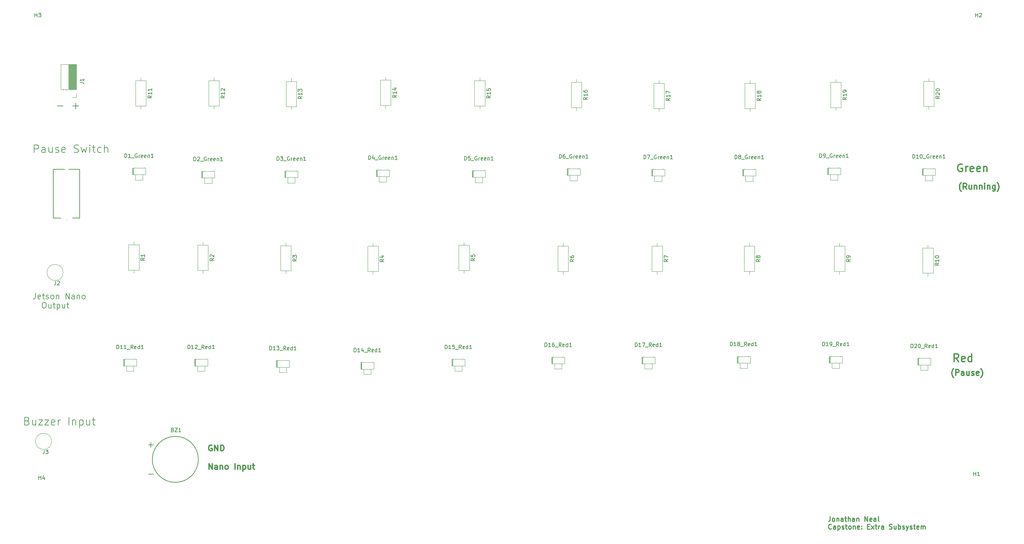
<source format=gto>
G04 #@! TF.GenerationSoftware,KiCad,Pcbnew,8.0.1-rc1*
G04 #@! TF.CreationDate,2024-09-01T13:52:46-05:00*
G04 #@! TF.ProjectId,PauseSwitch,50617573-6553-4776-9974-63682e6b6963,rev?*
G04 #@! TF.SameCoordinates,Original*
G04 #@! TF.FileFunction,Legend,Top*
G04 #@! TF.FilePolarity,Positive*
%FSLAX46Y46*%
G04 Gerber Fmt 4.6, Leading zero omitted, Abs format (unit mm)*
G04 Created by KiCad (PCBNEW 8.0.1-rc1) date 2024-09-01 13:52:46*
%MOMM*%
%LPD*%
G01*
G04 APERTURE LIST*
%ADD10C,0.300000*%
%ADD11C,0.150000*%
%ADD12C,0.250000*%
%ADD13C,0.120000*%
%ADD14C,0.127000*%
%ADD15C,0.200000*%
%ADD16C,0.100000*%
%ADD17C,1.600000*%
%ADD18O,1.600000X1.600000*%
%ADD19C,1.524000*%
%ADD20C,5.500000*%
%ADD21R,1.800000X1.800000*%
%ADD22C,1.800000*%
%ADD23R,2.775000X2.775000*%
%ADD24C,2.775000*%
%ADD25C,3.600000*%
%ADD26R,1.350000X1.350000*%
%ADD27O,1.350000X1.350000*%
G04 APERTURE END LIST*
D10*
X264316415Y-110239638D02*
X263649748Y-109287257D01*
X263173558Y-110239638D02*
X263173558Y-108239638D01*
X263173558Y-108239638D02*
X263935463Y-108239638D01*
X263935463Y-108239638D02*
X264125939Y-108334876D01*
X264125939Y-108334876D02*
X264221177Y-108430114D01*
X264221177Y-108430114D02*
X264316415Y-108620590D01*
X264316415Y-108620590D02*
X264316415Y-108906304D01*
X264316415Y-108906304D02*
X264221177Y-109096780D01*
X264221177Y-109096780D02*
X264125939Y-109192019D01*
X264125939Y-109192019D02*
X263935463Y-109287257D01*
X263935463Y-109287257D02*
X263173558Y-109287257D01*
X265935463Y-110144400D02*
X265744987Y-110239638D01*
X265744987Y-110239638D02*
X265364034Y-110239638D01*
X265364034Y-110239638D02*
X265173558Y-110144400D01*
X265173558Y-110144400D02*
X265078320Y-109953923D01*
X265078320Y-109953923D02*
X265078320Y-109192019D01*
X265078320Y-109192019D02*
X265173558Y-109001542D01*
X265173558Y-109001542D02*
X265364034Y-108906304D01*
X265364034Y-108906304D02*
X265744987Y-108906304D01*
X265744987Y-108906304D02*
X265935463Y-109001542D01*
X265935463Y-109001542D02*
X266030701Y-109192019D01*
X266030701Y-109192019D02*
X266030701Y-109382495D01*
X266030701Y-109382495D02*
X265078320Y-109572971D01*
X267744987Y-110239638D02*
X267744987Y-108239638D01*
X267744987Y-110144400D02*
X267554511Y-110239638D01*
X267554511Y-110239638D02*
X267173558Y-110239638D01*
X267173558Y-110239638D02*
X266983082Y-110144400D01*
X266983082Y-110144400D02*
X266887844Y-110049161D01*
X266887844Y-110049161D02*
X266792606Y-109858685D01*
X266792606Y-109858685D02*
X266792606Y-109287257D01*
X266792606Y-109287257D02*
X266887844Y-109096780D01*
X266887844Y-109096780D02*
X266983082Y-109001542D01*
X266983082Y-109001542D02*
X267173558Y-108906304D01*
X267173558Y-108906304D02*
X267554511Y-108906304D01*
X267554511Y-108906304D02*
X267744987Y-109001542D01*
D11*
X21741541Y-125699819D02*
X22027255Y-125795057D01*
X22027255Y-125795057D02*
X22122493Y-125890295D01*
X22122493Y-125890295D02*
X22217731Y-126080771D01*
X22217731Y-126080771D02*
X22217731Y-126366485D01*
X22217731Y-126366485D02*
X22122493Y-126556961D01*
X22122493Y-126556961D02*
X22027255Y-126652200D01*
X22027255Y-126652200D02*
X21836779Y-126747438D01*
X21836779Y-126747438D02*
X21074874Y-126747438D01*
X21074874Y-126747438D02*
X21074874Y-124747438D01*
X21074874Y-124747438D02*
X21741541Y-124747438D01*
X21741541Y-124747438D02*
X21932017Y-124842676D01*
X21932017Y-124842676D02*
X22027255Y-124937914D01*
X22027255Y-124937914D02*
X22122493Y-125128390D01*
X22122493Y-125128390D02*
X22122493Y-125318866D01*
X22122493Y-125318866D02*
X22027255Y-125509342D01*
X22027255Y-125509342D02*
X21932017Y-125604580D01*
X21932017Y-125604580D02*
X21741541Y-125699819D01*
X21741541Y-125699819D02*
X21074874Y-125699819D01*
X23932017Y-125414104D02*
X23932017Y-126747438D01*
X23074874Y-125414104D02*
X23074874Y-126461723D01*
X23074874Y-126461723D02*
X23170112Y-126652200D01*
X23170112Y-126652200D02*
X23360588Y-126747438D01*
X23360588Y-126747438D02*
X23646303Y-126747438D01*
X23646303Y-126747438D02*
X23836779Y-126652200D01*
X23836779Y-126652200D02*
X23932017Y-126556961D01*
X24693922Y-125414104D02*
X25741541Y-125414104D01*
X25741541Y-125414104D02*
X24693922Y-126747438D01*
X24693922Y-126747438D02*
X25741541Y-126747438D01*
X26312970Y-125414104D02*
X27360589Y-125414104D01*
X27360589Y-125414104D02*
X26312970Y-126747438D01*
X26312970Y-126747438D02*
X27360589Y-126747438D01*
X28884399Y-126652200D02*
X28693923Y-126747438D01*
X28693923Y-126747438D02*
X28312970Y-126747438D01*
X28312970Y-126747438D02*
X28122494Y-126652200D01*
X28122494Y-126652200D02*
X28027256Y-126461723D01*
X28027256Y-126461723D02*
X28027256Y-125699819D01*
X28027256Y-125699819D02*
X28122494Y-125509342D01*
X28122494Y-125509342D02*
X28312970Y-125414104D01*
X28312970Y-125414104D02*
X28693923Y-125414104D01*
X28693923Y-125414104D02*
X28884399Y-125509342D01*
X28884399Y-125509342D02*
X28979637Y-125699819D01*
X28979637Y-125699819D02*
X28979637Y-125890295D01*
X28979637Y-125890295D02*
X28027256Y-126080771D01*
X29836780Y-126747438D02*
X29836780Y-125414104D01*
X29836780Y-125795057D02*
X29932018Y-125604580D01*
X29932018Y-125604580D02*
X30027256Y-125509342D01*
X30027256Y-125509342D02*
X30217732Y-125414104D01*
X30217732Y-125414104D02*
X30408209Y-125414104D01*
X32598685Y-126747438D02*
X32598685Y-124747438D01*
X33551066Y-125414104D02*
X33551066Y-126747438D01*
X33551066Y-125604580D02*
X33646304Y-125509342D01*
X33646304Y-125509342D02*
X33836780Y-125414104D01*
X33836780Y-125414104D02*
X34122495Y-125414104D01*
X34122495Y-125414104D02*
X34312971Y-125509342D01*
X34312971Y-125509342D02*
X34408209Y-125699819D01*
X34408209Y-125699819D02*
X34408209Y-126747438D01*
X35360590Y-125414104D02*
X35360590Y-127414104D01*
X35360590Y-125509342D02*
X35551066Y-125414104D01*
X35551066Y-125414104D02*
X35932019Y-125414104D01*
X35932019Y-125414104D02*
X36122495Y-125509342D01*
X36122495Y-125509342D02*
X36217733Y-125604580D01*
X36217733Y-125604580D02*
X36312971Y-125795057D01*
X36312971Y-125795057D02*
X36312971Y-126366485D01*
X36312971Y-126366485D02*
X36217733Y-126556961D01*
X36217733Y-126556961D02*
X36122495Y-126652200D01*
X36122495Y-126652200D02*
X35932019Y-126747438D01*
X35932019Y-126747438D02*
X35551066Y-126747438D01*
X35551066Y-126747438D02*
X35360590Y-126652200D01*
X38027257Y-125414104D02*
X38027257Y-126747438D01*
X37170114Y-125414104D02*
X37170114Y-126461723D01*
X37170114Y-126461723D02*
X37265352Y-126652200D01*
X37265352Y-126652200D02*
X37455828Y-126747438D01*
X37455828Y-126747438D02*
X37741543Y-126747438D01*
X37741543Y-126747438D02*
X37932019Y-126652200D01*
X37932019Y-126652200D02*
X38027257Y-126556961D01*
X38693924Y-125414104D02*
X39455828Y-125414104D01*
X38979638Y-124747438D02*
X38979638Y-126461723D01*
X38979638Y-126461723D02*
X39074876Y-126652200D01*
X39074876Y-126652200D02*
X39265352Y-126747438D01*
X39265352Y-126747438D02*
X39455828Y-126747438D01*
X23574874Y-55747438D02*
X23574874Y-53747438D01*
X23574874Y-53747438D02*
X24336779Y-53747438D01*
X24336779Y-53747438D02*
X24527255Y-53842676D01*
X24527255Y-53842676D02*
X24622493Y-53937914D01*
X24622493Y-53937914D02*
X24717731Y-54128390D01*
X24717731Y-54128390D02*
X24717731Y-54414104D01*
X24717731Y-54414104D02*
X24622493Y-54604580D01*
X24622493Y-54604580D02*
X24527255Y-54699819D01*
X24527255Y-54699819D02*
X24336779Y-54795057D01*
X24336779Y-54795057D02*
X23574874Y-54795057D01*
X26432017Y-55747438D02*
X26432017Y-54699819D01*
X26432017Y-54699819D02*
X26336779Y-54509342D01*
X26336779Y-54509342D02*
X26146303Y-54414104D01*
X26146303Y-54414104D02*
X25765350Y-54414104D01*
X25765350Y-54414104D02*
X25574874Y-54509342D01*
X26432017Y-55652200D02*
X26241541Y-55747438D01*
X26241541Y-55747438D02*
X25765350Y-55747438D01*
X25765350Y-55747438D02*
X25574874Y-55652200D01*
X25574874Y-55652200D02*
X25479636Y-55461723D01*
X25479636Y-55461723D02*
X25479636Y-55271247D01*
X25479636Y-55271247D02*
X25574874Y-55080771D01*
X25574874Y-55080771D02*
X25765350Y-54985533D01*
X25765350Y-54985533D02*
X26241541Y-54985533D01*
X26241541Y-54985533D02*
X26432017Y-54890295D01*
X28241541Y-54414104D02*
X28241541Y-55747438D01*
X27384398Y-54414104D02*
X27384398Y-55461723D01*
X27384398Y-55461723D02*
X27479636Y-55652200D01*
X27479636Y-55652200D02*
X27670112Y-55747438D01*
X27670112Y-55747438D02*
X27955827Y-55747438D01*
X27955827Y-55747438D02*
X28146303Y-55652200D01*
X28146303Y-55652200D02*
X28241541Y-55556961D01*
X29098684Y-55652200D02*
X29289160Y-55747438D01*
X29289160Y-55747438D02*
X29670112Y-55747438D01*
X29670112Y-55747438D02*
X29860589Y-55652200D01*
X29860589Y-55652200D02*
X29955827Y-55461723D01*
X29955827Y-55461723D02*
X29955827Y-55366485D01*
X29955827Y-55366485D02*
X29860589Y-55176009D01*
X29860589Y-55176009D02*
X29670112Y-55080771D01*
X29670112Y-55080771D02*
X29384398Y-55080771D01*
X29384398Y-55080771D02*
X29193922Y-54985533D01*
X29193922Y-54985533D02*
X29098684Y-54795057D01*
X29098684Y-54795057D02*
X29098684Y-54699819D01*
X29098684Y-54699819D02*
X29193922Y-54509342D01*
X29193922Y-54509342D02*
X29384398Y-54414104D01*
X29384398Y-54414104D02*
X29670112Y-54414104D01*
X29670112Y-54414104D02*
X29860589Y-54509342D01*
X31574875Y-55652200D02*
X31384399Y-55747438D01*
X31384399Y-55747438D02*
X31003446Y-55747438D01*
X31003446Y-55747438D02*
X30812970Y-55652200D01*
X30812970Y-55652200D02*
X30717732Y-55461723D01*
X30717732Y-55461723D02*
X30717732Y-54699819D01*
X30717732Y-54699819D02*
X30812970Y-54509342D01*
X30812970Y-54509342D02*
X31003446Y-54414104D01*
X31003446Y-54414104D02*
X31384399Y-54414104D01*
X31384399Y-54414104D02*
X31574875Y-54509342D01*
X31574875Y-54509342D02*
X31670113Y-54699819D01*
X31670113Y-54699819D02*
X31670113Y-54890295D01*
X31670113Y-54890295D02*
X30717732Y-55080771D01*
X33955828Y-55652200D02*
X34241542Y-55747438D01*
X34241542Y-55747438D02*
X34717733Y-55747438D01*
X34717733Y-55747438D02*
X34908209Y-55652200D01*
X34908209Y-55652200D02*
X35003447Y-55556961D01*
X35003447Y-55556961D02*
X35098685Y-55366485D01*
X35098685Y-55366485D02*
X35098685Y-55176009D01*
X35098685Y-55176009D02*
X35003447Y-54985533D01*
X35003447Y-54985533D02*
X34908209Y-54890295D01*
X34908209Y-54890295D02*
X34717733Y-54795057D01*
X34717733Y-54795057D02*
X34336780Y-54699819D01*
X34336780Y-54699819D02*
X34146304Y-54604580D01*
X34146304Y-54604580D02*
X34051066Y-54509342D01*
X34051066Y-54509342D02*
X33955828Y-54318866D01*
X33955828Y-54318866D02*
X33955828Y-54128390D01*
X33955828Y-54128390D02*
X34051066Y-53937914D01*
X34051066Y-53937914D02*
X34146304Y-53842676D01*
X34146304Y-53842676D02*
X34336780Y-53747438D01*
X34336780Y-53747438D02*
X34812971Y-53747438D01*
X34812971Y-53747438D02*
X35098685Y-53842676D01*
X35765352Y-54414104D02*
X36146304Y-55747438D01*
X36146304Y-55747438D02*
X36527257Y-54795057D01*
X36527257Y-54795057D02*
X36908209Y-55747438D01*
X36908209Y-55747438D02*
X37289161Y-54414104D01*
X38051066Y-55747438D02*
X38051066Y-54414104D01*
X38051066Y-53747438D02*
X37955828Y-53842676D01*
X37955828Y-53842676D02*
X38051066Y-53937914D01*
X38051066Y-53937914D02*
X38146304Y-53842676D01*
X38146304Y-53842676D02*
X38051066Y-53747438D01*
X38051066Y-53747438D02*
X38051066Y-53937914D01*
X38717733Y-54414104D02*
X39479637Y-54414104D01*
X39003447Y-53747438D02*
X39003447Y-55461723D01*
X39003447Y-55461723D02*
X39098685Y-55652200D01*
X39098685Y-55652200D02*
X39289161Y-55747438D01*
X39289161Y-55747438D02*
X39479637Y-55747438D01*
X41003447Y-55652200D02*
X40812971Y-55747438D01*
X40812971Y-55747438D02*
X40432018Y-55747438D01*
X40432018Y-55747438D02*
X40241542Y-55652200D01*
X40241542Y-55652200D02*
X40146304Y-55556961D01*
X40146304Y-55556961D02*
X40051066Y-55366485D01*
X40051066Y-55366485D02*
X40051066Y-54795057D01*
X40051066Y-54795057D02*
X40146304Y-54604580D01*
X40146304Y-54604580D02*
X40241542Y-54509342D01*
X40241542Y-54509342D02*
X40432018Y-54414104D01*
X40432018Y-54414104D02*
X40812971Y-54414104D01*
X40812971Y-54414104D02*
X41003447Y-54509342D01*
X41860590Y-55747438D02*
X41860590Y-53747438D01*
X42717733Y-55747438D02*
X42717733Y-54699819D01*
X42717733Y-54699819D02*
X42622495Y-54509342D01*
X42622495Y-54509342D02*
X42432019Y-54414104D01*
X42432019Y-54414104D02*
X42146304Y-54414104D01*
X42146304Y-54414104D02*
X41955828Y-54509342D01*
X41955828Y-54509342D02*
X41860590Y-54604580D01*
D10*
X69840225Y-132042425D02*
X69697368Y-131970996D01*
X69697368Y-131970996D02*
X69483082Y-131970996D01*
X69483082Y-131970996D02*
X69268796Y-132042425D01*
X69268796Y-132042425D02*
X69125939Y-132185282D01*
X69125939Y-132185282D02*
X69054510Y-132328139D01*
X69054510Y-132328139D02*
X68983082Y-132613853D01*
X68983082Y-132613853D02*
X68983082Y-132828139D01*
X68983082Y-132828139D02*
X69054510Y-133113853D01*
X69054510Y-133113853D02*
X69125939Y-133256710D01*
X69125939Y-133256710D02*
X69268796Y-133399568D01*
X69268796Y-133399568D02*
X69483082Y-133470996D01*
X69483082Y-133470996D02*
X69625939Y-133470996D01*
X69625939Y-133470996D02*
X69840225Y-133399568D01*
X69840225Y-133399568D02*
X69911653Y-133328139D01*
X69911653Y-133328139D02*
X69911653Y-132828139D01*
X69911653Y-132828139D02*
X69625939Y-132828139D01*
X70554510Y-133470996D02*
X70554510Y-131970996D01*
X70554510Y-131970996D02*
X71411653Y-133470996D01*
X71411653Y-133470996D02*
X71411653Y-131970996D01*
X72125939Y-133470996D02*
X72125939Y-131970996D01*
X72125939Y-131970996D02*
X72483082Y-131970996D01*
X72483082Y-131970996D02*
X72697368Y-132042425D01*
X72697368Y-132042425D02*
X72840225Y-132185282D01*
X72840225Y-132185282D02*
X72911654Y-132328139D01*
X72911654Y-132328139D02*
X72983082Y-132613853D01*
X72983082Y-132613853D02*
X72983082Y-132828139D01*
X72983082Y-132828139D02*
X72911654Y-133113853D01*
X72911654Y-133113853D02*
X72840225Y-133256710D01*
X72840225Y-133256710D02*
X72697368Y-133399568D01*
X72697368Y-133399568D02*
X72483082Y-133470996D01*
X72483082Y-133470996D02*
X72125939Y-133470996D01*
X69054510Y-138300828D02*
X69054510Y-136800828D01*
X69054510Y-136800828D02*
X69911653Y-138300828D01*
X69911653Y-138300828D02*
X69911653Y-136800828D01*
X71268797Y-138300828D02*
X71268797Y-137515114D01*
X71268797Y-137515114D02*
X71197368Y-137372257D01*
X71197368Y-137372257D02*
X71054511Y-137300828D01*
X71054511Y-137300828D02*
X70768797Y-137300828D01*
X70768797Y-137300828D02*
X70625939Y-137372257D01*
X71268797Y-138229400D02*
X71125939Y-138300828D01*
X71125939Y-138300828D02*
X70768797Y-138300828D01*
X70768797Y-138300828D02*
X70625939Y-138229400D01*
X70625939Y-138229400D02*
X70554511Y-138086542D01*
X70554511Y-138086542D02*
X70554511Y-137943685D01*
X70554511Y-137943685D02*
X70625939Y-137800828D01*
X70625939Y-137800828D02*
X70768797Y-137729400D01*
X70768797Y-137729400D02*
X71125939Y-137729400D01*
X71125939Y-137729400D02*
X71268797Y-137657971D01*
X71983082Y-137300828D02*
X71983082Y-138300828D01*
X71983082Y-137443685D02*
X72054511Y-137372257D01*
X72054511Y-137372257D02*
X72197368Y-137300828D01*
X72197368Y-137300828D02*
X72411654Y-137300828D01*
X72411654Y-137300828D02*
X72554511Y-137372257D01*
X72554511Y-137372257D02*
X72625940Y-137515114D01*
X72625940Y-137515114D02*
X72625940Y-138300828D01*
X73554511Y-138300828D02*
X73411654Y-138229400D01*
X73411654Y-138229400D02*
X73340225Y-138157971D01*
X73340225Y-138157971D02*
X73268797Y-138015114D01*
X73268797Y-138015114D02*
X73268797Y-137586542D01*
X73268797Y-137586542D02*
X73340225Y-137443685D01*
X73340225Y-137443685D02*
X73411654Y-137372257D01*
X73411654Y-137372257D02*
X73554511Y-137300828D01*
X73554511Y-137300828D02*
X73768797Y-137300828D01*
X73768797Y-137300828D02*
X73911654Y-137372257D01*
X73911654Y-137372257D02*
X73983083Y-137443685D01*
X73983083Y-137443685D02*
X74054511Y-137586542D01*
X74054511Y-137586542D02*
X74054511Y-138015114D01*
X74054511Y-138015114D02*
X73983083Y-138157971D01*
X73983083Y-138157971D02*
X73911654Y-138229400D01*
X73911654Y-138229400D02*
X73768797Y-138300828D01*
X73768797Y-138300828D02*
X73554511Y-138300828D01*
X75840225Y-138300828D02*
X75840225Y-136800828D01*
X76554511Y-137300828D02*
X76554511Y-138300828D01*
X76554511Y-137443685D02*
X76625940Y-137372257D01*
X76625940Y-137372257D02*
X76768797Y-137300828D01*
X76768797Y-137300828D02*
X76983083Y-137300828D01*
X76983083Y-137300828D02*
X77125940Y-137372257D01*
X77125940Y-137372257D02*
X77197369Y-137515114D01*
X77197369Y-137515114D02*
X77197369Y-138300828D01*
X77911654Y-137300828D02*
X77911654Y-138800828D01*
X77911654Y-137372257D02*
X78054512Y-137300828D01*
X78054512Y-137300828D02*
X78340226Y-137300828D01*
X78340226Y-137300828D02*
X78483083Y-137372257D01*
X78483083Y-137372257D02*
X78554512Y-137443685D01*
X78554512Y-137443685D02*
X78625940Y-137586542D01*
X78625940Y-137586542D02*
X78625940Y-138015114D01*
X78625940Y-138015114D02*
X78554512Y-138157971D01*
X78554512Y-138157971D02*
X78483083Y-138229400D01*
X78483083Y-138229400D02*
X78340226Y-138300828D01*
X78340226Y-138300828D02*
X78054512Y-138300828D01*
X78054512Y-138300828D02*
X77911654Y-138229400D01*
X79911655Y-137300828D02*
X79911655Y-138300828D01*
X79268797Y-137300828D02*
X79268797Y-138086542D01*
X79268797Y-138086542D02*
X79340226Y-138229400D01*
X79340226Y-138229400D02*
X79483083Y-138300828D01*
X79483083Y-138300828D02*
X79697369Y-138300828D01*
X79697369Y-138300828D02*
X79840226Y-138229400D01*
X79840226Y-138229400D02*
X79911655Y-138157971D01*
X80411655Y-137300828D02*
X80983083Y-137300828D01*
X80625940Y-136800828D02*
X80625940Y-138086542D01*
X80625940Y-138086542D02*
X80697369Y-138229400D01*
X80697369Y-138229400D02*
X80840226Y-138300828D01*
X80840226Y-138300828D02*
X80983083Y-138300828D01*
D11*
X23884398Y-92393712D02*
X23884398Y-93465141D01*
X23884398Y-93465141D02*
X23812969Y-93679426D01*
X23812969Y-93679426D02*
X23670112Y-93822284D01*
X23670112Y-93822284D02*
X23455826Y-93893712D01*
X23455826Y-93893712D02*
X23312969Y-93893712D01*
X25170112Y-93822284D02*
X25027255Y-93893712D01*
X25027255Y-93893712D02*
X24741541Y-93893712D01*
X24741541Y-93893712D02*
X24598683Y-93822284D01*
X24598683Y-93822284D02*
X24527255Y-93679426D01*
X24527255Y-93679426D02*
X24527255Y-93107998D01*
X24527255Y-93107998D02*
X24598683Y-92965141D01*
X24598683Y-92965141D02*
X24741541Y-92893712D01*
X24741541Y-92893712D02*
X25027255Y-92893712D01*
X25027255Y-92893712D02*
X25170112Y-92965141D01*
X25170112Y-92965141D02*
X25241541Y-93107998D01*
X25241541Y-93107998D02*
X25241541Y-93250855D01*
X25241541Y-93250855D02*
X24527255Y-93393712D01*
X25670112Y-92893712D02*
X26241540Y-92893712D01*
X25884397Y-92393712D02*
X25884397Y-93679426D01*
X25884397Y-93679426D02*
X25955826Y-93822284D01*
X25955826Y-93822284D02*
X26098683Y-93893712D01*
X26098683Y-93893712D02*
X26241540Y-93893712D01*
X26670112Y-93822284D02*
X26812969Y-93893712D01*
X26812969Y-93893712D02*
X27098683Y-93893712D01*
X27098683Y-93893712D02*
X27241540Y-93822284D01*
X27241540Y-93822284D02*
X27312969Y-93679426D01*
X27312969Y-93679426D02*
X27312969Y-93607998D01*
X27312969Y-93607998D02*
X27241540Y-93465141D01*
X27241540Y-93465141D02*
X27098683Y-93393712D01*
X27098683Y-93393712D02*
X26884398Y-93393712D01*
X26884398Y-93393712D02*
X26741540Y-93322284D01*
X26741540Y-93322284D02*
X26670112Y-93179426D01*
X26670112Y-93179426D02*
X26670112Y-93107998D01*
X26670112Y-93107998D02*
X26741540Y-92965141D01*
X26741540Y-92965141D02*
X26884398Y-92893712D01*
X26884398Y-92893712D02*
X27098683Y-92893712D01*
X27098683Y-92893712D02*
X27241540Y-92965141D01*
X28170112Y-93893712D02*
X28027255Y-93822284D01*
X28027255Y-93822284D02*
X27955826Y-93750855D01*
X27955826Y-93750855D02*
X27884398Y-93607998D01*
X27884398Y-93607998D02*
X27884398Y-93179426D01*
X27884398Y-93179426D02*
X27955826Y-93036569D01*
X27955826Y-93036569D02*
X28027255Y-92965141D01*
X28027255Y-92965141D02*
X28170112Y-92893712D01*
X28170112Y-92893712D02*
X28384398Y-92893712D01*
X28384398Y-92893712D02*
X28527255Y-92965141D01*
X28527255Y-92965141D02*
X28598684Y-93036569D01*
X28598684Y-93036569D02*
X28670112Y-93179426D01*
X28670112Y-93179426D02*
X28670112Y-93607998D01*
X28670112Y-93607998D02*
X28598684Y-93750855D01*
X28598684Y-93750855D02*
X28527255Y-93822284D01*
X28527255Y-93822284D02*
X28384398Y-93893712D01*
X28384398Y-93893712D02*
X28170112Y-93893712D01*
X29312969Y-92893712D02*
X29312969Y-93893712D01*
X29312969Y-93036569D02*
X29384398Y-92965141D01*
X29384398Y-92965141D02*
X29527255Y-92893712D01*
X29527255Y-92893712D02*
X29741541Y-92893712D01*
X29741541Y-92893712D02*
X29884398Y-92965141D01*
X29884398Y-92965141D02*
X29955827Y-93107998D01*
X29955827Y-93107998D02*
X29955827Y-93893712D01*
X31812969Y-93893712D02*
X31812969Y-92393712D01*
X31812969Y-92393712D02*
X32670112Y-93893712D01*
X32670112Y-93893712D02*
X32670112Y-92393712D01*
X34027256Y-93893712D02*
X34027256Y-93107998D01*
X34027256Y-93107998D02*
X33955827Y-92965141D01*
X33955827Y-92965141D02*
X33812970Y-92893712D01*
X33812970Y-92893712D02*
X33527256Y-92893712D01*
X33527256Y-92893712D02*
X33384398Y-92965141D01*
X34027256Y-93822284D02*
X33884398Y-93893712D01*
X33884398Y-93893712D02*
X33527256Y-93893712D01*
X33527256Y-93893712D02*
X33384398Y-93822284D01*
X33384398Y-93822284D02*
X33312970Y-93679426D01*
X33312970Y-93679426D02*
X33312970Y-93536569D01*
X33312970Y-93536569D02*
X33384398Y-93393712D01*
X33384398Y-93393712D02*
X33527256Y-93322284D01*
X33527256Y-93322284D02*
X33884398Y-93322284D01*
X33884398Y-93322284D02*
X34027256Y-93250855D01*
X34741541Y-92893712D02*
X34741541Y-93893712D01*
X34741541Y-93036569D02*
X34812970Y-92965141D01*
X34812970Y-92965141D02*
X34955827Y-92893712D01*
X34955827Y-92893712D02*
X35170113Y-92893712D01*
X35170113Y-92893712D02*
X35312970Y-92965141D01*
X35312970Y-92965141D02*
X35384399Y-93107998D01*
X35384399Y-93107998D02*
X35384399Y-93893712D01*
X36312970Y-93893712D02*
X36170113Y-93822284D01*
X36170113Y-93822284D02*
X36098684Y-93750855D01*
X36098684Y-93750855D02*
X36027256Y-93607998D01*
X36027256Y-93607998D02*
X36027256Y-93179426D01*
X36027256Y-93179426D02*
X36098684Y-93036569D01*
X36098684Y-93036569D02*
X36170113Y-92965141D01*
X36170113Y-92965141D02*
X36312970Y-92893712D01*
X36312970Y-92893712D02*
X36527256Y-92893712D01*
X36527256Y-92893712D02*
X36670113Y-92965141D01*
X36670113Y-92965141D02*
X36741542Y-93036569D01*
X36741542Y-93036569D02*
X36812970Y-93179426D01*
X36812970Y-93179426D02*
X36812970Y-93607998D01*
X36812970Y-93607998D02*
X36741542Y-93750855D01*
X36741542Y-93750855D02*
X36670113Y-93822284D01*
X36670113Y-93822284D02*
X36527256Y-93893712D01*
X36527256Y-93893712D02*
X36312970Y-93893712D01*
X26027255Y-94808628D02*
X26312969Y-94808628D01*
X26312969Y-94808628D02*
X26455826Y-94880057D01*
X26455826Y-94880057D02*
X26598683Y-95022914D01*
X26598683Y-95022914D02*
X26670112Y-95308628D01*
X26670112Y-95308628D02*
X26670112Y-95808628D01*
X26670112Y-95808628D02*
X26598683Y-96094342D01*
X26598683Y-96094342D02*
X26455826Y-96237200D01*
X26455826Y-96237200D02*
X26312969Y-96308628D01*
X26312969Y-96308628D02*
X26027255Y-96308628D01*
X26027255Y-96308628D02*
X25884398Y-96237200D01*
X25884398Y-96237200D02*
X25741540Y-96094342D01*
X25741540Y-96094342D02*
X25670112Y-95808628D01*
X25670112Y-95808628D02*
X25670112Y-95308628D01*
X25670112Y-95308628D02*
X25741540Y-95022914D01*
X25741540Y-95022914D02*
X25884398Y-94880057D01*
X25884398Y-94880057D02*
X26027255Y-94808628D01*
X27955827Y-95308628D02*
X27955827Y-96308628D01*
X27312969Y-95308628D02*
X27312969Y-96094342D01*
X27312969Y-96094342D02*
X27384398Y-96237200D01*
X27384398Y-96237200D02*
X27527255Y-96308628D01*
X27527255Y-96308628D02*
X27741541Y-96308628D01*
X27741541Y-96308628D02*
X27884398Y-96237200D01*
X27884398Y-96237200D02*
X27955827Y-96165771D01*
X28455827Y-95308628D02*
X29027255Y-95308628D01*
X28670112Y-94808628D02*
X28670112Y-96094342D01*
X28670112Y-96094342D02*
X28741541Y-96237200D01*
X28741541Y-96237200D02*
X28884398Y-96308628D01*
X28884398Y-96308628D02*
X29027255Y-96308628D01*
X29527255Y-95308628D02*
X29527255Y-96808628D01*
X29527255Y-95380057D02*
X29670113Y-95308628D01*
X29670113Y-95308628D02*
X29955827Y-95308628D01*
X29955827Y-95308628D02*
X30098684Y-95380057D01*
X30098684Y-95380057D02*
X30170113Y-95451485D01*
X30170113Y-95451485D02*
X30241541Y-95594342D01*
X30241541Y-95594342D02*
X30241541Y-96022914D01*
X30241541Y-96022914D02*
X30170113Y-96165771D01*
X30170113Y-96165771D02*
X30098684Y-96237200D01*
X30098684Y-96237200D02*
X29955827Y-96308628D01*
X29955827Y-96308628D02*
X29670113Y-96308628D01*
X29670113Y-96308628D02*
X29527255Y-96237200D01*
X31527256Y-95308628D02*
X31527256Y-96308628D01*
X30884398Y-95308628D02*
X30884398Y-96094342D01*
X30884398Y-96094342D02*
X30955827Y-96237200D01*
X30955827Y-96237200D02*
X31098684Y-96308628D01*
X31098684Y-96308628D02*
X31312970Y-96308628D01*
X31312970Y-96308628D02*
X31455827Y-96237200D01*
X31455827Y-96237200D02*
X31527256Y-96165771D01*
X32027256Y-95308628D02*
X32598684Y-95308628D01*
X32241541Y-94808628D02*
X32241541Y-96094342D01*
X32241541Y-96094342D02*
X32312970Y-96237200D01*
X32312970Y-96237200D02*
X32455827Y-96308628D01*
X32455827Y-96308628D02*
X32598684Y-96308628D01*
X29574874Y-43660533D02*
X31098684Y-43660533D01*
X33574874Y-43660533D02*
X35098684Y-43660533D01*
X34336779Y-44422438D02*
X34336779Y-42898628D01*
D12*
X230819234Y-150571593D02*
X230819234Y-151464450D01*
X230819234Y-151464450D02*
X230759711Y-151643022D01*
X230759711Y-151643022D02*
X230640663Y-151762070D01*
X230640663Y-151762070D02*
X230462092Y-151821593D01*
X230462092Y-151821593D02*
X230343044Y-151821593D01*
X231593044Y-151821593D02*
X231473996Y-151762070D01*
X231473996Y-151762070D02*
X231414473Y-151702546D01*
X231414473Y-151702546D02*
X231354949Y-151583498D01*
X231354949Y-151583498D02*
X231354949Y-151226355D01*
X231354949Y-151226355D02*
X231414473Y-151107308D01*
X231414473Y-151107308D02*
X231473996Y-151047784D01*
X231473996Y-151047784D02*
X231593044Y-150988260D01*
X231593044Y-150988260D02*
X231771615Y-150988260D01*
X231771615Y-150988260D02*
X231890663Y-151047784D01*
X231890663Y-151047784D02*
X231950187Y-151107308D01*
X231950187Y-151107308D02*
X232009711Y-151226355D01*
X232009711Y-151226355D02*
X232009711Y-151583498D01*
X232009711Y-151583498D02*
X231950187Y-151702546D01*
X231950187Y-151702546D02*
X231890663Y-151762070D01*
X231890663Y-151762070D02*
X231771615Y-151821593D01*
X231771615Y-151821593D02*
X231593044Y-151821593D01*
X232545425Y-150988260D02*
X232545425Y-151821593D01*
X232545425Y-151107308D02*
X232604948Y-151047784D01*
X232604948Y-151047784D02*
X232723996Y-150988260D01*
X232723996Y-150988260D02*
X232902567Y-150988260D01*
X232902567Y-150988260D02*
X233021615Y-151047784D01*
X233021615Y-151047784D02*
X233081139Y-151166831D01*
X233081139Y-151166831D02*
X233081139Y-151821593D01*
X234212091Y-151821593D02*
X234212091Y-151166831D01*
X234212091Y-151166831D02*
X234152567Y-151047784D01*
X234152567Y-151047784D02*
X234033519Y-150988260D01*
X234033519Y-150988260D02*
X233795424Y-150988260D01*
X233795424Y-150988260D02*
X233676377Y-151047784D01*
X234212091Y-151762070D02*
X234093043Y-151821593D01*
X234093043Y-151821593D02*
X233795424Y-151821593D01*
X233795424Y-151821593D02*
X233676377Y-151762070D01*
X233676377Y-151762070D02*
X233616853Y-151643022D01*
X233616853Y-151643022D02*
X233616853Y-151523974D01*
X233616853Y-151523974D02*
X233676377Y-151404927D01*
X233676377Y-151404927D02*
X233795424Y-151345403D01*
X233795424Y-151345403D02*
X234093043Y-151345403D01*
X234093043Y-151345403D02*
X234212091Y-151285879D01*
X234628757Y-150988260D02*
X235104948Y-150988260D01*
X234807329Y-150571593D02*
X234807329Y-151643022D01*
X234807329Y-151643022D02*
X234866852Y-151762070D01*
X234866852Y-151762070D02*
X234985900Y-151821593D01*
X234985900Y-151821593D02*
X235104948Y-151821593D01*
X235521615Y-151821593D02*
X235521615Y-150571593D01*
X236057329Y-151821593D02*
X236057329Y-151166831D01*
X236057329Y-151166831D02*
X235997805Y-151047784D01*
X235997805Y-151047784D02*
X235878757Y-150988260D01*
X235878757Y-150988260D02*
X235700186Y-150988260D01*
X235700186Y-150988260D02*
X235581138Y-151047784D01*
X235581138Y-151047784D02*
X235521615Y-151107308D01*
X237188281Y-151821593D02*
X237188281Y-151166831D01*
X237188281Y-151166831D02*
X237128757Y-151047784D01*
X237128757Y-151047784D02*
X237009709Y-150988260D01*
X237009709Y-150988260D02*
X236771614Y-150988260D01*
X236771614Y-150988260D02*
X236652567Y-151047784D01*
X237188281Y-151762070D02*
X237069233Y-151821593D01*
X237069233Y-151821593D02*
X236771614Y-151821593D01*
X236771614Y-151821593D02*
X236652567Y-151762070D01*
X236652567Y-151762070D02*
X236593043Y-151643022D01*
X236593043Y-151643022D02*
X236593043Y-151523974D01*
X236593043Y-151523974D02*
X236652567Y-151404927D01*
X236652567Y-151404927D02*
X236771614Y-151345403D01*
X236771614Y-151345403D02*
X237069233Y-151345403D01*
X237069233Y-151345403D02*
X237188281Y-151285879D01*
X237783519Y-150988260D02*
X237783519Y-151821593D01*
X237783519Y-151107308D02*
X237843042Y-151047784D01*
X237843042Y-151047784D02*
X237962090Y-150988260D01*
X237962090Y-150988260D02*
X238140661Y-150988260D01*
X238140661Y-150988260D02*
X238259709Y-151047784D01*
X238259709Y-151047784D02*
X238319233Y-151166831D01*
X238319233Y-151166831D02*
X238319233Y-151821593D01*
X239866852Y-151821593D02*
X239866852Y-150571593D01*
X239866852Y-150571593D02*
X240581137Y-151821593D01*
X240581137Y-151821593D02*
X240581137Y-150571593D01*
X241652566Y-151762070D02*
X241533518Y-151821593D01*
X241533518Y-151821593D02*
X241295423Y-151821593D01*
X241295423Y-151821593D02*
X241176376Y-151762070D01*
X241176376Y-151762070D02*
X241116852Y-151643022D01*
X241116852Y-151643022D02*
X241116852Y-151166831D01*
X241116852Y-151166831D02*
X241176376Y-151047784D01*
X241176376Y-151047784D02*
X241295423Y-150988260D01*
X241295423Y-150988260D02*
X241533518Y-150988260D01*
X241533518Y-150988260D02*
X241652566Y-151047784D01*
X241652566Y-151047784D02*
X241712090Y-151166831D01*
X241712090Y-151166831D02*
X241712090Y-151285879D01*
X241712090Y-151285879D02*
X241116852Y-151404927D01*
X242783519Y-151821593D02*
X242783519Y-151166831D01*
X242783519Y-151166831D02*
X242723995Y-151047784D01*
X242723995Y-151047784D02*
X242604947Y-150988260D01*
X242604947Y-150988260D02*
X242366852Y-150988260D01*
X242366852Y-150988260D02*
X242247805Y-151047784D01*
X242783519Y-151762070D02*
X242664471Y-151821593D01*
X242664471Y-151821593D02*
X242366852Y-151821593D01*
X242366852Y-151821593D02*
X242247805Y-151762070D01*
X242247805Y-151762070D02*
X242188281Y-151643022D01*
X242188281Y-151643022D02*
X242188281Y-151523974D01*
X242188281Y-151523974D02*
X242247805Y-151404927D01*
X242247805Y-151404927D02*
X242366852Y-151345403D01*
X242366852Y-151345403D02*
X242664471Y-151345403D01*
X242664471Y-151345403D02*
X242783519Y-151285879D01*
X243557328Y-151821593D02*
X243438280Y-151762070D01*
X243438280Y-151762070D02*
X243378757Y-151643022D01*
X243378757Y-151643022D02*
X243378757Y-150571593D01*
X231176377Y-153714976D02*
X231116853Y-153774500D01*
X231116853Y-153774500D02*
X230938282Y-153834023D01*
X230938282Y-153834023D02*
X230819234Y-153834023D01*
X230819234Y-153834023D02*
X230640663Y-153774500D01*
X230640663Y-153774500D02*
X230521615Y-153655452D01*
X230521615Y-153655452D02*
X230462092Y-153536404D01*
X230462092Y-153536404D02*
X230402568Y-153298309D01*
X230402568Y-153298309D02*
X230402568Y-153119738D01*
X230402568Y-153119738D02*
X230462092Y-152881642D01*
X230462092Y-152881642D02*
X230521615Y-152762595D01*
X230521615Y-152762595D02*
X230640663Y-152643547D01*
X230640663Y-152643547D02*
X230819234Y-152584023D01*
X230819234Y-152584023D02*
X230938282Y-152584023D01*
X230938282Y-152584023D02*
X231116853Y-152643547D01*
X231116853Y-152643547D02*
X231176377Y-152703071D01*
X232247806Y-153834023D02*
X232247806Y-153179261D01*
X232247806Y-153179261D02*
X232188282Y-153060214D01*
X232188282Y-153060214D02*
X232069234Y-153000690D01*
X232069234Y-153000690D02*
X231831139Y-153000690D01*
X231831139Y-153000690D02*
X231712092Y-153060214D01*
X232247806Y-153774500D02*
X232128758Y-153834023D01*
X232128758Y-153834023D02*
X231831139Y-153834023D01*
X231831139Y-153834023D02*
X231712092Y-153774500D01*
X231712092Y-153774500D02*
X231652568Y-153655452D01*
X231652568Y-153655452D02*
X231652568Y-153536404D01*
X231652568Y-153536404D02*
X231712092Y-153417357D01*
X231712092Y-153417357D02*
X231831139Y-153357833D01*
X231831139Y-153357833D02*
X232128758Y-153357833D01*
X232128758Y-153357833D02*
X232247806Y-153298309D01*
X232843044Y-153000690D02*
X232843044Y-154250690D01*
X232843044Y-153060214D02*
X232962091Y-153000690D01*
X232962091Y-153000690D02*
X233200186Y-153000690D01*
X233200186Y-153000690D02*
X233319234Y-153060214D01*
X233319234Y-153060214D02*
X233378758Y-153119738D01*
X233378758Y-153119738D02*
X233438282Y-153238785D01*
X233438282Y-153238785D02*
X233438282Y-153595928D01*
X233438282Y-153595928D02*
X233378758Y-153714976D01*
X233378758Y-153714976D02*
X233319234Y-153774500D01*
X233319234Y-153774500D02*
X233200186Y-153834023D01*
X233200186Y-153834023D02*
X232962091Y-153834023D01*
X232962091Y-153834023D02*
X232843044Y-153774500D01*
X233914472Y-153774500D02*
X234033519Y-153834023D01*
X234033519Y-153834023D02*
X234271615Y-153834023D01*
X234271615Y-153834023D02*
X234390662Y-153774500D01*
X234390662Y-153774500D02*
X234450186Y-153655452D01*
X234450186Y-153655452D02*
X234450186Y-153595928D01*
X234450186Y-153595928D02*
X234390662Y-153476880D01*
X234390662Y-153476880D02*
X234271615Y-153417357D01*
X234271615Y-153417357D02*
X234093043Y-153417357D01*
X234093043Y-153417357D02*
X233973996Y-153357833D01*
X233973996Y-153357833D02*
X233914472Y-153238785D01*
X233914472Y-153238785D02*
X233914472Y-153179261D01*
X233914472Y-153179261D02*
X233973996Y-153060214D01*
X233973996Y-153060214D02*
X234093043Y-153000690D01*
X234093043Y-153000690D02*
X234271615Y-153000690D01*
X234271615Y-153000690D02*
X234390662Y-153060214D01*
X234807329Y-153000690D02*
X235283520Y-153000690D01*
X234985901Y-152584023D02*
X234985901Y-153655452D01*
X234985901Y-153655452D02*
X235045424Y-153774500D01*
X235045424Y-153774500D02*
X235164472Y-153834023D01*
X235164472Y-153834023D02*
X235283520Y-153834023D01*
X235878758Y-153834023D02*
X235759710Y-153774500D01*
X235759710Y-153774500D02*
X235700187Y-153714976D01*
X235700187Y-153714976D02*
X235640663Y-153595928D01*
X235640663Y-153595928D02*
X235640663Y-153238785D01*
X235640663Y-153238785D02*
X235700187Y-153119738D01*
X235700187Y-153119738D02*
X235759710Y-153060214D01*
X235759710Y-153060214D02*
X235878758Y-153000690D01*
X235878758Y-153000690D02*
X236057329Y-153000690D01*
X236057329Y-153000690D02*
X236176377Y-153060214D01*
X236176377Y-153060214D02*
X236235901Y-153119738D01*
X236235901Y-153119738D02*
X236295425Y-153238785D01*
X236295425Y-153238785D02*
X236295425Y-153595928D01*
X236295425Y-153595928D02*
X236235901Y-153714976D01*
X236235901Y-153714976D02*
X236176377Y-153774500D01*
X236176377Y-153774500D02*
X236057329Y-153834023D01*
X236057329Y-153834023D02*
X235878758Y-153834023D01*
X236831139Y-153000690D02*
X236831139Y-153834023D01*
X236831139Y-153119738D02*
X236890662Y-153060214D01*
X236890662Y-153060214D02*
X237009710Y-153000690D01*
X237009710Y-153000690D02*
X237188281Y-153000690D01*
X237188281Y-153000690D02*
X237307329Y-153060214D01*
X237307329Y-153060214D02*
X237366853Y-153179261D01*
X237366853Y-153179261D02*
X237366853Y-153834023D01*
X238438281Y-153774500D02*
X238319233Y-153834023D01*
X238319233Y-153834023D02*
X238081138Y-153834023D01*
X238081138Y-153834023D02*
X237962091Y-153774500D01*
X237962091Y-153774500D02*
X237902567Y-153655452D01*
X237902567Y-153655452D02*
X237902567Y-153179261D01*
X237902567Y-153179261D02*
X237962091Y-153060214D01*
X237962091Y-153060214D02*
X238081138Y-153000690D01*
X238081138Y-153000690D02*
X238319233Y-153000690D01*
X238319233Y-153000690D02*
X238438281Y-153060214D01*
X238438281Y-153060214D02*
X238497805Y-153179261D01*
X238497805Y-153179261D02*
X238497805Y-153298309D01*
X238497805Y-153298309D02*
X237902567Y-153417357D01*
X239033520Y-153714976D02*
X239093043Y-153774500D01*
X239093043Y-153774500D02*
X239033520Y-153834023D01*
X239033520Y-153834023D02*
X238973996Y-153774500D01*
X238973996Y-153774500D02*
X239033520Y-153714976D01*
X239033520Y-153714976D02*
X239033520Y-153834023D01*
X239033520Y-153060214D02*
X239093043Y-153119738D01*
X239093043Y-153119738D02*
X239033520Y-153179261D01*
X239033520Y-153179261D02*
X238973996Y-153119738D01*
X238973996Y-153119738D02*
X239033520Y-153060214D01*
X239033520Y-153060214D02*
X239033520Y-153179261D01*
X240581139Y-153179261D02*
X240997805Y-153179261D01*
X241176377Y-153834023D02*
X240581139Y-153834023D01*
X240581139Y-153834023D02*
X240581139Y-152584023D01*
X240581139Y-152584023D02*
X241176377Y-152584023D01*
X241593043Y-153834023D02*
X242247805Y-153000690D01*
X241593043Y-153000690D02*
X242247805Y-153834023D01*
X242545424Y-153000690D02*
X243021615Y-153000690D01*
X242723996Y-152584023D02*
X242723996Y-153655452D01*
X242723996Y-153655452D02*
X242783519Y-153774500D01*
X242783519Y-153774500D02*
X242902567Y-153834023D01*
X242902567Y-153834023D02*
X243021615Y-153834023D01*
X243438282Y-153834023D02*
X243438282Y-153000690D01*
X243438282Y-153238785D02*
X243497805Y-153119738D01*
X243497805Y-153119738D02*
X243557329Y-153060214D01*
X243557329Y-153060214D02*
X243676377Y-153000690D01*
X243676377Y-153000690D02*
X243795424Y-153000690D01*
X244747806Y-153834023D02*
X244747806Y-153179261D01*
X244747806Y-153179261D02*
X244688282Y-153060214D01*
X244688282Y-153060214D02*
X244569234Y-153000690D01*
X244569234Y-153000690D02*
X244331139Y-153000690D01*
X244331139Y-153000690D02*
X244212092Y-153060214D01*
X244747806Y-153774500D02*
X244628758Y-153834023D01*
X244628758Y-153834023D02*
X244331139Y-153834023D01*
X244331139Y-153834023D02*
X244212092Y-153774500D01*
X244212092Y-153774500D02*
X244152568Y-153655452D01*
X244152568Y-153655452D02*
X244152568Y-153536404D01*
X244152568Y-153536404D02*
X244212092Y-153417357D01*
X244212092Y-153417357D02*
X244331139Y-153357833D01*
X244331139Y-153357833D02*
X244628758Y-153357833D01*
X244628758Y-153357833D02*
X244747806Y-153298309D01*
X246235901Y-153774500D02*
X246414472Y-153834023D01*
X246414472Y-153834023D02*
X246712091Y-153834023D01*
X246712091Y-153834023D02*
X246831139Y-153774500D01*
X246831139Y-153774500D02*
X246890663Y-153714976D01*
X246890663Y-153714976D02*
X246950186Y-153595928D01*
X246950186Y-153595928D02*
X246950186Y-153476880D01*
X246950186Y-153476880D02*
X246890663Y-153357833D01*
X246890663Y-153357833D02*
X246831139Y-153298309D01*
X246831139Y-153298309D02*
X246712091Y-153238785D01*
X246712091Y-153238785D02*
X246473996Y-153179261D01*
X246473996Y-153179261D02*
X246354948Y-153119738D01*
X246354948Y-153119738D02*
X246295425Y-153060214D01*
X246295425Y-153060214D02*
X246235901Y-152941166D01*
X246235901Y-152941166D02*
X246235901Y-152822119D01*
X246235901Y-152822119D02*
X246295425Y-152703071D01*
X246295425Y-152703071D02*
X246354948Y-152643547D01*
X246354948Y-152643547D02*
X246473996Y-152584023D01*
X246473996Y-152584023D02*
X246771615Y-152584023D01*
X246771615Y-152584023D02*
X246950186Y-152643547D01*
X248021615Y-153000690D02*
X248021615Y-153834023D01*
X247485901Y-153000690D02*
X247485901Y-153655452D01*
X247485901Y-153655452D02*
X247545424Y-153774500D01*
X247545424Y-153774500D02*
X247664472Y-153834023D01*
X247664472Y-153834023D02*
X247843043Y-153834023D01*
X247843043Y-153834023D02*
X247962091Y-153774500D01*
X247962091Y-153774500D02*
X248021615Y-153714976D01*
X248616853Y-153834023D02*
X248616853Y-152584023D01*
X248616853Y-153060214D02*
X248735900Y-153000690D01*
X248735900Y-153000690D02*
X248973995Y-153000690D01*
X248973995Y-153000690D02*
X249093043Y-153060214D01*
X249093043Y-153060214D02*
X249152567Y-153119738D01*
X249152567Y-153119738D02*
X249212091Y-153238785D01*
X249212091Y-153238785D02*
X249212091Y-153595928D01*
X249212091Y-153595928D02*
X249152567Y-153714976D01*
X249152567Y-153714976D02*
X249093043Y-153774500D01*
X249093043Y-153774500D02*
X248973995Y-153834023D01*
X248973995Y-153834023D02*
X248735900Y-153834023D01*
X248735900Y-153834023D02*
X248616853Y-153774500D01*
X249688281Y-153774500D02*
X249807328Y-153834023D01*
X249807328Y-153834023D02*
X250045424Y-153834023D01*
X250045424Y-153834023D02*
X250164471Y-153774500D01*
X250164471Y-153774500D02*
X250223995Y-153655452D01*
X250223995Y-153655452D02*
X250223995Y-153595928D01*
X250223995Y-153595928D02*
X250164471Y-153476880D01*
X250164471Y-153476880D02*
X250045424Y-153417357D01*
X250045424Y-153417357D02*
X249866852Y-153417357D01*
X249866852Y-153417357D02*
X249747805Y-153357833D01*
X249747805Y-153357833D02*
X249688281Y-153238785D01*
X249688281Y-153238785D02*
X249688281Y-153179261D01*
X249688281Y-153179261D02*
X249747805Y-153060214D01*
X249747805Y-153060214D02*
X249866852Y-153000690D01*
X249866852Y-153000690D02*
X250045424Y-153000690D01*
X250045424Y-153000690D02*
X250164471Y-153060214D01*
X250640662Y-153000690D02*
X250938281Y-153834023D01*
X251235900Y-153000690D02*
X250938281Y-153834023D01*
X250938281Y-153834023D02*
X250819233Y-154131642D01*
X250819233Y-154131642D02*
X250759710Y-154191166D01*
X250759710Y-154191166D02*
X250640662Y-154250690D01*
X251652567Y-153774500D02*
X251771614Y-153834023D01*
X251771614Y-153834023D02*
X252009710Y-153834023D01*
X252009710Y-153834023D02*
X252128757Y-153774500D01*
X252128757Y-153774500D02*
X252188281Y-153655452D01*
X252188281Y-153655452D02*
X252188281Y-153595928D01*
X252188281Y-153595928D02*
X252128757Y-153476880D01*
X252128757Y-153476880D02*
X252009710Y-153417357D01*
X252009710Y-153417357D02*
X251831138Y-153417357D01*
X251831138Y-153417357D02*
X251712091Y-153357833D01*
X251712091Y-153357833D02*
X251652567Y-153238785D01*
X251652567Y-153238785D02*
X251652567Y-153179261D01*
X251652567Y-153179261D02*
X251712091Y-153060214D01*
X251712091Y-153060214D02*
X251831138Y-153000690D01*
X251831138Y-153000690D02*
X252009710Y-153000690D01*
X252009710Y-153000690D02*
X252128757Y-153060214D01*
X252545424Y-153000690D02*
X253021615Y-153000690D01*
X252723996Y-152584023D02*
X252723996Y-153655452D01*
X252723996Y-153655452D02*
X252783519Y-153774500D01*
X252783519Y-153774500D02*
X252902567Y-153834023D01*
X252902567Y-153834023D02*
X253021615Y-153834023D01*
X253914472Y-153774500D02*
X253795424Y-153834023D01*
X253795424Y-153834023D02*
X253557329Y-153834023D01*
X253557329Y-153834023D02*
X253438282Y-153774500D01*
X253438282Y-153774500D02*
X253378758Y-153655452D01*
X253378758Y-153655452D02*
X253378758Y-153179261D01*
X253378758Y-153179261D02*
X253438282Y-153060214D01*
X253438282Y-153060214D02*
X253557329Y-153000690D01*
X253557329Y-153000690D02*
X253795424Y-153000690D01*
X253795424Y-153000690D02*
X253914472Y-153060214D01*
X253914472Y-153060214D02*
X253973996Y-153179261D01*
X253973996Y-153179261D02*
X253973996Y-153298309D01*
X253973996Y-153298309D02*
X253378758Y-153417357D01*
X254509711Y-153834023D02*
X254509711Y-153000690D01*
X254509711Y-153119738D02*
X254569234Y-153060214D01*
X254569234Y-153060214D02*
X254688282Y-153000690D01*
X254688282Y-153000690D02*
X254866853Y-153000690D01*
X254866853Y-153000690D02*
X254985901Y-153060214D01*
X254985901Y-153060214D02*
X255045425Y-153179261D01*
X255045425Y-153179261D02*
X255045425Y-153834023D01*
X255045425Y-153179261D02*
X255104949Y-153060214D01*
X255104949Y-153060214D02*
X255223996Y-153000690D01*
X255223996Y-153000690D02*
X255402568Y-153000690D01*
X255402568Y-153000690D02*
X255521615Y-153060214D01*
X255521615Y-153060214D02*
X255581139Y-153179261D01*
X255581139Y-153179261D02*
X255581139Y-153834023D01*
D10*
X265221177Y-58834876D02*
X265030701Y-58739638D01*
X265030701Y-58739638D02*
X264744987Y-58739638D01*
X264744987Y-58739638D02*
X264459272Y-58834876D01*
X264459272Y-58834876D02*
X264268796Y-59025352D01*
X264268796Y-59025352D02*
X264173558Y-59215828D01*
X264173558Y-59215828D02*
X264078320Y-59596780D01*
X264078320Y-59596780D02*
X264078320Y-59882495D01*
X264078320Y-59882495D02*
X264173558Y-60263447D01*
X264173558Y-60263447D02*
X264268796Y-60453923D01*
X264268796Y-60453923D02*
X264459272Y-60644400D01*
X264459272Y-60644400D02*
X264744987Y-60739638D01*
X264744987Y-60739638D02*
X264935463Y-60739638D01*
X264935463Y-60739638D02*
X265221177Y-60644400D01*
X265221177Y-60644400D02*
X265316415Y-60549161D01*
X265316415Y-60549161D02*
X265316415Y-59882495D01*
X265316415Y-59882495D02*
X264935463Y-59882495D01*
X266173558Y-60739638D02*
X266173558Y-59406304D01*
X266173558Y-59787257D02*
X266268796Y-59596780D01*
X266268796Y-59596780D02*
X266364034Y-59501542D01*
X266364034Y-59501542D02*
X266554510Y-59406304D01*
X266554510Y-59406304D02*
X266744987Y-59406304D01*
X268173558Y-60644400D02*
X267983082Y-60739638D01*
X267983082Y-60739638D02*
X267602129Y-60739638D01*
X267602129Y-60739638D02*
X267411653Y-60644400D01*
X267411653Y-60644400D02*
X267316415Y-60453923D01*
X267316415Y-60453923D02*
X267316415Y-59692019D01*
X267316415Y-59692019D02*
X267411653Y-59501542D01*
X267411653Y-59501542D02*
X267602129Y-59406304D01*
X267602129Y-59406304D02*
X267983082Y-59406304D01*
X267983082Y-59406304D02*
X268173558Y-59501542D01*
X268173558Y-59501542D02*
X268268796Y-59692019D01*
X268268796Y-59692019D02*
X268268796Y-59882495D01*
X268268796Y-59882495D02*
X267316415Y-60072971D01*
X269887844Y-60644400D02*
X269697368Y-60739638D01*
X269697368Y-60739638D02*
X269316415Y-60739638D01*
X269316415Y-60739638D02*
X269125939Y-60644400D01*
X269125939Y-60644400D02*
X269030701Y-60453923D01*
X269030701Y-60453923D02*
X269030701Y-59692019D01*
X269030701Y-59692019D02*
X269125939Y-59501542D01*
X269125939Y-59501542D02*
X269316415Y-59406304D01*
X269316415Y-59406304D02*
X269697368Y-59406304D01*
X269697368Y-59406304D02*
X269887844Y-59501542D01*
X269887844Y-59501542D02*
X269983082Y-59692019D01*
X269983082Y-59692019D02*
X269983082Y-59882495D01*
X269983082Y-59882495D02*
X269030701Y-60072971D01*
X270840225Y-59406304D02*
X270840225Y-60739638D01*
X270840225Y-59596780D02*
X270935463Y-59501542D01*
X270935463Y-59501542D02*
X271125939Y-59406304D01*
X271125939Y-59406304D02*
X271411654Y-59406304D01*
X271411654Y-59406304D02*
X271602130Y-59501542D01*
X271602130Y-59501542D02*
X271697368Y-59692019D01*
X271697368Y-59692019D02*
X271697368Y-60739638D01*
X264983082Y-65872257D02*
X264911653Y-65800828D01*
X264911653Y-65800828D02*
X264768796Y-65586542D01*
X264768796Y-65586542D02*
X264697368Y-65443685D01*
X264697368Y-65443685D02*
X264625939Y-65229400D01*
X264625939Y-65229400D02*
X264554510Y-64872257D01*
X264554510Y-64872257D02*
X264554510Y-64586542D01*
X264554510Y-64586542D02*
X264625939Y-64229400D01*
X264625939Y-64229400D02*
X264697368Y-64015114D01*
X264697368Y-64015114D02*
X264768796Y-63872257D01*
X264768796Y-63872257D02*
X264911653Y-63657971D01*
X264911653Y-63657971D02*
X264983082Y-63586542D01*
X266411653Y-65300828D02*
X265911653Y-64586542D01*
X265554510Y-65300828D02*
X265554510Y-63800828D01*
X265554510Y-63800828D02*
X266125939Y-63800828D01*
X266125939Y-63800828D02*
X266268796Y-63872257D01*
X266268796Y-63872257D02*
X266340225Y-63943685D01*
X266340225Y-63943685D02*
X266411653Y-64086542D01*
X266411653Y-64086542D02*
X266411653Y-64300828D01*
X266411653Y-64300828D02*
X266340225Y-64443685D01*
X266340225Y-64443685D02*
X266268796Y-64515114D01*
X266268796Y-64515114D02*
X266125939Y-64586542D01*
X266125939Y-64586542D02*
X265554510Y-64586542D01*
X267697368Y-64300828D02*
X267697368Y-65300828D01*
X267054510Y-64300828D02*
X267054510Y-65086542D01*
X267054510Y-65086542D02*
X267125939Y-65229400D01*
X267125939Y-65229400D02*
X267268796Y-65300828D01*
X267268796Y-65300828D02*
X267483082Y-65300828D01*
X267483082Y-65300828D02*
X267625939Y-65229400D01*
X267625939Y-65229400D02*
X267697368Y-65157971D01*
X268411653Y-64300828D02*
X268411653Y-65300828D01*
X268411653Y-64443685D02*
X268483082Y-64372257D01*
X268483082Y-64372257D02*
X268625939Y-64300828D01*
X268625939Y-64300828D02*
X268840225Y-64300828D01*
X268840225Y-64300828D02*
X268983082Y-64372257D01*
X268983082Y-64372257D02*
X269054511Y-64515114D01*
X269054511Y-64515114D02*
X269054511Y-65300828D01*
X269768796Y-64300828D02*
X269768796Y-65300828D01*
X269768796Y-64443685D02*
X269840225Y-64372257D01*
X269840225Y-64372257D02*
X269983082Y-64300828D01*
X269983082Y-64300828D02*
X270197368Y-64300828D01*
X270197368Y-64300828D02*
X270340225Y-64372257D01*
X270340225Y-64372257D02*
X270411654Y-64515114D01*
X270411654Y-64515114D02*
X270411654Y-65300828D01*
X271125939Y-65300828D02*
X271125939Y-64300828D01*
X271125939Y-63800828D02*
X271054511Y-63872257D01*
X271054511Y-63872257D02*
X271125939Y-63943685D01*
X271125939Y-63943685D02*
X271197368Y-63872257D01*
X271197368Y-63872257D02*
X271125939Y-63800828D01*
X271125939Y-63800828D02*
X271125939Y-63943685D01*
X271840225Y-64300828D02*
X271840225Y-65300828D01*
X271840225Y-64443685D02*
X271911654Y-64372257D01*
X271911654Y-64372257D02*
X272054511Y-64300828D01*
X272054511Y-64300828D02*
X272268797Y-64300828D01*
X272268797Y-64300828D02*
X272411654Y-64372257D01*
X272411654Y-64372257D02*
X272483083Y-64515114D01*
X272483083Y-64515114D02*
X272483083Y-65300828D01*
X273840226Y-64300828D02*
X273840226Y-65515114D01*
X273840226Y-65515114D02*
X273768797Y-65657971D01*
X273768797Y-65657971D02*
X273697368Y-65729400D01*
X273697368Y-65729400D02*
X273554511Y-65800828D01*
X273554511Y-65800828D02*
X273340226Y-65800828D01*
X273340226Y-65800828D02*
X273197368Y-65729400D01*
X273840226Y-65229400D02*
X273697368Y-65300828D01*
X273697368Y-65300828D02*
X273411654Y-65300828D01*
X273411654Y-65300828D02*
X273268797Y-65229400D01*
X273268797Y-65229400D02*
X273197368Y-65157971D01*
X273197368Y-65157971D02*
X273125940Y-65015114D01*
X273125940Y-65015114D02*
X273125940Y-64586542D01*
X273125940Y-64586542D02*
X273197368Y-64443685D01*
X273197368Y-64443685D02*
X273268797Y-64372257D01*
X273268797Y-64372257D02*
X273411654Y-64300828D01*
X273411654Y-64300828D02*
X273697368Y-64300828D01*
X273697368Y-64300828D02*
X273840226Y-64372257D01*
X274411654Y-65872257D02*
X274483083Y-65800828D01*
X274483083Y-65800828D02*
X274625940Y-65586542D01*
X274625940Y-65586542D02*
X274697369Y-65443685D01*
X274697369Y-65443685D02*
X274768797Y-65229400D01*
X274768797Y-65229400D02*
X274840226Y-64872257D01*
X274840226Y-64872257D02*
X274840226Y-64586542D01*
X274840226Y-64586542D02*
X274768797Y-64229400D01*
X274768797Y-64229400D02*
X274697369Y-64015114D01*
X274697369Y-64015114D02*
X274625940Y-63872257D01*
X274625940Y-63872257D02*
X274483083Y-63657971D01*
X274483083Y-63657971D02*
X274411654Y-63586542D01*
X262983082Y-114372257D02*
X262911653Y-114300828D01*
X262911653Y-114300828D02*
X262768796Y-114086542D01*
X262768796Y-114086542D02*
X262697368Y-113943685D01*
X262697368Y-113943685D02*
X262625939Y-113729400D01*
X262625939Y-113729400D02*
X262554510Y-113372257D01*
X262554510Y-113372257D02*
X262554510Y-113086542D01*
X262554510Y-113086542D02*
X262625939Y-112729400D01*
X262625939Y-112729400D02*
X262697368Y-112515114D01*
X262697368Y-112515114D02*
X262768796Y-112372257D01*
X262768796Y-112372257D02*
X262911653Y-112157971D01*
X262911653Y-112157971D02*
X262983082Y-112086542D01*
X263554510Y-113800828D02*
X263554510Y-112300828D01*
X263554510Y-112300828D02*
X264125939Y-112300828D01*
X264125939Y-112300828D02*
X264268796Y-112372257D01*
X264268796Y-112372257D02*
X264340225Y-112443685D01*
X264340225Y-112443685D02*
X264411653Y-112586542D01*
X264411653Y-112586542D02*
X264411653Y-112800828D01*
X264411653Y-112800828D02*
X264340225Y-112943685D01*
X264340225Y-112943685D02*
X264268796Y-113015114D01*
X264268796Y-113015114D02*
X264125939Y-113086542D01*
X264125939Y-113086542D02*
X263554510Y-113086542D01*
X265697368Y-113800828D02*
X265697368Y-113015114D01*
X265697368Y-113015114D02*
X265625939Y-112872257D01*
X265625939Y-112872257D02*
X265483082Y-112800828D01*
X265483082Y-112800828D02*
X265197368Y-112800828D01*
X265197368Y-112800828D02*
X265054510Y-112872257D01*
X265697368Y-113729400D02*
X265554510Y-113800828D01*
X265554510Y-113800828D02*
X265197368Y-113800828D01*
X265197368Y-113800828D02*
X265054510Y-113729400D01*
X265054510Y-113729400D02*
X264983082Y-113586542D01*
X264983082Y-113586542D02*
X264983082Y-113443685D01*
X264983082Y-113443685D02*
X265054510Y-113300828D01*
X265054510Y-113300828D02*
X265197368Y-113229400D01*
X265197368Y-113229400D02*
X265554510Y-113229400D01*
X265554510Y-113229400D02*
X265697368Y-113157971D01*
X267054511Y-112800828D02*
X267054511Y-113800828D01*
X266411653Y-112800828D02*
X266411653Y-113586542D01*
X266411653Y-113586542D02*
X266483082Y-113729400D01*
X266483082Y-113729400D02*
X266625939Y-113800828D01*
X266625939Y-113800828D02*
X266840225Y-113800828D01*
X266840225Y-113800828D02*
X266983082Y-113729400D01*
X266983082Y-113729400D02*
X267054511Y-113657971D01*
X267697368Y-113729400D02*
X267840225Y-113800828D01*
X267840225Y-113800828D02*
X268125939Y-113800828D01*
X268125939Y-113800828D02*
X268268796Y-113729400D01*
X268268796Y-113729400D02*
X268340225Y-113586542D01*
X268340225Y-113586542D02*
X268340225Y-113515114D01*
X268340225Y-113515114D02*
X268268796Y-113372257D01*
X268268796Y-113372257D02*
X268125939Y-113300828D01*
X268125939Y-113300828D02*
X267911654Y-113300828D01*
X267911654Y-113300828D02*
X267768796Y-113229400D01*
X267768796Y-113229400D02*
X267697368Y-113086542D01*
X267697368Y-113086542D02*
X267697368Y-113015114D01*
X267697368Y-113015114D02*
X267768796Y-112872257D01*
X267768796Y-112872257D02*
X267911654Y-112800828D01*
X267911654Y-112800828D02*
X268125939Y-112800828D01*
X268125939Y-112800828D02*
X268268796Y-112872257D01*
X269554511Y-113729400D02*
X269411654Y-113800828D01*
X269411654Y-113800828D02*
X269125940Y-113800828D01*
X269125940Y-113800828D02*
X268983082Y-113729400D01*
X268983082Y-113729400D02*
X268911654Y-113586542D01*
X268911654Y-113586542D02*
X268911654Y-113015114D01*
X268911654Y-113015114D02*
X268983082Y-112872257D01*
X268983082Y-112872257D02*
X269125940Y-112800828D01*
X269125940Y-112800828D02*
X269411654Y-112800828D01*
X269411654Y-112800828D02*
X269554511Y-112872257D01*
X269554511Y-112872257D02*
X269625940Y-113015114D01*
X269625940Y-113015114D02*
X269625940Y-113157971D01*
X269625940Y-113157971D02*
X268911654Y-113300828D01*
X270125939Y-114372257D02*
X270197368Y-114300828D01*
X270197368Y-114300828D02*
X270340225Y-114086542D01*
X270340225Y-114086542D02*
X270411654Y-113943685D01*
X270411654Y-113943685D02*
X270483082Y-113729400D01*
X270483082Y-113729400D02*
X270554511Y-113372257D01*
X270554511Y-113372257D02*
X270554511Y-113086542D01*
X270554511Y-113086542D02*
X270483082Y-112729400D01*
X270483082Y-112729400D02*
X270411654Y-112515114D01*
X270411654Y-112515114D02*
X270340225Y-112372257D01*
X270340225Y-112372257D02*
X270197368Y-112157971D01*
X270197368Y-112157971D02*
X270125939Y-112086542D01*
D11*
X138324819Y-83326666D02*
X137848628Y-83659999D01*
X138324819Y-83898094D02*
X137324819Y-83898094D01*
X137324819Y-83898094D02*
X137324819Y-83517142D01*
X137324819Y-83517142D02*
X137372438Y-83421904D01*
X137372438Y-83421904D02*
X137420057Y-83374285D01*
X137420057Y-83374285D02*
X137515295Y-83326666D01*
X137515295Y-83326666D02*
X137658152Y-83326666D01*
X137658152Y-83326666D02*
X137753390Y-83374285D01*
X137753390Y-83374285D02*
X137801009Y-83421904D01*
X137801009Y-83421904D02*
X137848628Y-83517142D01*
X137848628Y-83517142D02*
X137848628Y-83898094D01*
X137324819Y-82421904D02*
X137324819Y-82898094D01*
X137324819Y-82898094D02*
X137801009Y-82945713D01*
X137801009Y-82945713D02*
X137753390Y-82898094D01*
X137753390Y-82898094D02*
X137705771Y-82802856D01*
X137705771Y-82802856D02*
X137705771Y-82564761D01*
X137705771Y-82564761D02*
X137753390Y-82469523D01*
X137753390Y-82469523D02*
X137801009Y-82421904D01*
X137801009Y-82421904D02*
X137896247Y-82374285D01*
X137896247Y-82374285D02*
X138134342Y-82374285D01*
X138134342Y-82374285D02*
X138229580Y-82421904D01*
X138229580Y-82421904D02*
X138277200Y-82469523D01*
X138277200Y-82469523D02*
X138324819Y-82564761D01*
X138324819Y-82564761D02*
X138324819Y-82802856D01*
X138324819Y-82802856D02*
X138277200Y-82898094D01*
X138277200Y-82898094D02*
X138229580Y-82945713D01*
X59607547Y-127996009D02*
X59750404Y-128043628D01*
X59750404Y-128043628D02*
X59798023Y-128091247D01*
X59798023Y-128091247D02*
X59845642Y-128186485D01*
X59845642Y-128186485D02*
X59845642Y-128329342D01*
X59845642Y-128329342D02*
X59798023Y-128424580D01*
X59798023Y-128424580D02*
X59750404Y-128472200D01*
X59750404Y-128472200D02*
X59655166Y-128519819D01*
X59655166Y-128519819D02*
X59274214Y-128519819D01*
X59274214Y-128519819D02*
X59274214Y-127519819D01*
X59274214Y-127519819D02*
X59607547Y-127519819D01*
X59607547Y-127519819D02*
X59702785Y-127567438D01*
X59702785Y-127567438D02*
X59750404Y-127615057D01*
X59750404Y-127615057D02*
X59798023Y-127710295D01*
X59798023Y-127710295D02*
X59798023Y-127805533D01*
X59798023Y-127805533D02*
X59750404Y-127900771D01*
X59750404Y-127900771D02*
X59702785Y-127948390D01*
X59702785Y-127948390D02*
X59607547Y-127996009D01*
X59607547Y-127996009D02*
X59274214Y-127996009D01*
X60178976Y-127519819D02*
X60845642Y-127519819D01*
X60845642Y-127519819D02*
X60178976Y-128519819D01*
X60178976Y-128519819D02*
X60845642Y-128519819D01*
X61750404Y-128519819D02*
X61178976Y-128519819D01*
X61464690Y-128519819D02*
X61464690Y-127519819D01*
X61464690Y-127519819D02*
X61369452Y-127662676D01*
X61369452Y-127662676D02*
X61274214Y-127757914D01*
X61274214Y-127757914D02*
X61178976Y-127805533D01*
X24738095Y-140954819D02*
X24738095Y-139954819D01*
X24738095Y-140431009D02*
X25309523Y-140431009D01*
X25309523Y-140954819D02*
X25309523Y-139954819D01*
X26214285Y-140288152D02*
X26214285Y-140954819D01*
X25976190Y-139907200D02*
X25738095Y-140621485D01*
X25738095Y-140621485D02*
X26357142Y-140621485D01*
X236114819Y-83571666D02*
X235638628Y-83904999D01*
X236114819Y-84143094D02*
X235114819Y-84143094D01*
X235114819Y-84143094D02*
X235114819Y-83762142D01*
X235114819Y-83762142D02*
X235162438Y-83666904D01*
X235162438Y-83666904D02*
X235210057Y-83619285D01*
X235210057Y-83619285D02*
X235305295Y-83571666D01*
X235305295Y-83571666D02*
X235448152Y-83571666D01*
X235448152Y-83571666D02*
X235543390Y-83619285D01*
X235543390Y-83619285D02*
X235591009Y-83666904D01*
X235591009Y-83666904D02*
X235638628Y-83762142D01*
X235638628Y-83762142D02*
X235638628Y-84143094D01*
X236114819Y-83095475D02*
X236114819Y-82904999D01*
X236114819Y-82904999D02*
X236067200Y-82809761D01*
X236067200Y-82809761D02*
X236019580Y-82762142D01*
X236019580Y-82762142D02*
X235876723Y-82666904D01*
X235876723Y-82666904D02*
X235686247Y-82619285D01*
X235686247Y-82619285D02*
X235305295Y-82619285D01*
X235305295Y-82619285D02*
X235210057Y-82666904D01*
X235210057Y-82666904D02*
X235162438Y-82714523D01*
X235162438Y-82714523D02*
X235114819Y-82809761D01*
X235114819Y-82809761D02*
X235114819Y-83000237D01*
X235114819Y-83000237D02*
X235162438Y-83095475D01*
X235162438Y-83095475D02*
X235210057Y-83143094D01*
X235210057Y-83143094D02*
X235305295Y-83190713D01*
X235305295Y-83190713D02*
X235543390Y-83190713D01*
X235543390Y-83190713D02*
X235638628Y-83143094D01*
X235638628Y-83143094D02*
X235686247Y-83095475D01*
X235686247Y-83095475D02*
X235733866Y-83000237D01*
X235733866Y-83000237D02*
X235733866Y-82809761D01*
X235733866Y-82809761D02*
X235686247Y-82714523D01*
X235686247Y-82714523D02*
X235638628Y-82666904D01*
X235638628Y-82666904D02*
X235543390Y-82619285D01*
X259154819Y-84547857D02*
X258678628Y-84881190D01*
X259154819Y-85119285D02*
X258154819Y-85119285D01*
X258154819Y-85119285D02*
X258154819Y-84738333D01*
X258154819Y-84738333D02*
X258202438Y-84643095D01*
X258202438Y-84643095D02*
X258250057Y-84595476D01*
X258250057Y-84595476D02*
X258345295Y-84547857D01*
X258345295Y-84547857D02*
X258488152Y-84547857D01*
X258488152Y-84547857D02*
X258583390Y-84595476D01*
X258583390Y-84595476D02*
X258631009Y-84643095D01*
X258631009Y-84643095D02*
X258678628Y-84738333D01*
X258678628Y-84738333D02*
X258678628Y-85119285D01*
X259154819Y-83595476D02*
X259154819Y-84166904D01*
X259154819Y-83881190D02*
X258154819Y-83881190D01*
X258154819Y-83881190D02*
X258297676Y-83976428D01*
X258297676Y-83976428D02*
X258392914Y-84071666D01*
X258392914Y-84071666D02*
X258440533Y-84166904D01*
X258154819Y-82976428D02*
X258154819Y-82881190D01*
X258154819Y-82881190D02*
X258202438Y-82785952D01*
X258202438Y-82785952D02*
X258250057Y-82738333D01*
X258250057Y-82738333D02*
X258345295Y-82690714D01*
X258345295Y-82690714D02*
X258535771Y-82643095D01*
X258535771Y-82643095D02*
X258773866Y-82643095D01*
X258773866Y-82643095D02*
X258964342Y-82690714D01*
X258964342Y-82690714D02*
X259059580Y-82738333D01*
X259059580Y-82738333D02*
X259107200Y-82785952D01*
X259107200Y-82785952D02*
X259154819Y-82881190D01*
X259154819Y-82881190D02*
X259154819Y-82976428D01*
X259154819Y-82976428D02*
X259107200Y-83071666D01*
X259107200Y-83071666D02*
X259059580Y-83119285D01*
X259059580Y-83119285D02*
X258964342Y-83166904D01*
X258964342Y-83166904D02*
X258773866Y-83214523D01*
X258773866Y-83214523D02*
X258535771Y-83214523D01*
X258535771Y-83214523D02*
X258345295Y-83166904D01*
X258345295Y-83166904D02*
X258250057Y-83119285D01*
X258250057Y-83119285D02*
X258202438Y-83071666D01*
X258202438Y-83071666D02*
X258154819Y-82976428D01*
X65135714Y-57914819D02*
X65135714Y-56914819D01*
X65135714Y-56914819D02*
X65373809Y-56914819D01*
X65373809Y-56914819D02*
X65516666Y-56962438D01*
X65516666Y-56962438D02*
X65611904Y-57057676D01*
X65611904Y-57057676D02*
X65659523Y-57152914D01*
X65659523Y-57152914D02*
X65707142Y-57343390D01*
X65707142Y-57343390D02*
X65707142Y-57486247D01*
X65707142Y-57486247D02*
X65659523Y-57676723D01*
X65659523Y-57676723D02*
X65611904Y-57771961D01*
X65611904Y-57771961D02*
X65516666Y-57867200D01*
X65516666Y-57867200D02*
X65373809Y-57914819D01*
X65373809Y-57914819D02*
X65135714Y-57914819D01*
X66088095Y-57010057D02*
X66135714Y-56962438D01*
X66135714Y-56962438D02*
X66230952Y-56914819D01*
X66230952Y-56914819D02*
X66469047Y-56914819D01*
X66469047Y-56914819D02*
X66564285Y-56962438D01*
X66564285Y-56962438D02*
X66611904Y-57010057D01*
X66611904Y-57010057D02*
X66659523Y-57105295D01*
X66659523Y-57105295D02*
X66659523Y-57200533D01*
X66659523Y-57200533D02*
X66611904Y-57343390D01*
X66611904Y-57343390D02*
X66040476Y-57914819D01*
X66040476Y-57914819D02*
X66659523Y-57914819D01*
X66850000Y-58010057D02*
X67611904Y-58010057D01*
X68373809Y-56962438D02*
X68278571Y-56914819D01*
X68278571Y-56914819D02*
X68135714Y-56914819D01*
X68135714Y-56914819D02*
X67992857Y-56962438D01*
X67992857Y-56962438D02*
X67897619Y-57057676D01*
X67897619Y-57057676D02*
X67850000Y-57152914D01*
X67850000Y-57152914D02*
X67802381Y-57343390D01*
X67802381Y-57343390D02*
X67802381Y-57486247D01*
X67802381Y-57486247D02*
X67850000Y-57676723D01*
X67850000Y-57676723D02*
X67897619Y-57771961D01*
X67897619Y-57771961D02*
X67992857Y-57867200D01*
X67992857Y-57867200D02*
X68135714Y-57914819D01*
X68135714Y-57914819D02*
X68230952Y-57914819D01*
X68230952Y-57914819D02*
X68373809Y-57867200D01*
X68373809Y-57867200D02*
X68421428Y-57819580D01*
X68421428Y-57819580D02*
X68421428Y-57486247D01*
X68421428Y-57486247D02*
X68230952Y-57486247D01*
X68850000Y-57914819D02*
X68850000Y-57248152D01*
X68850000Y-57438628D02*
X68897619Y-57343390D01*
X68897619Y-57343390D02*
X68945238Y-57295771D01*
X68945238Y-57295771D02*
X69040476Y-57248152D01*
X69040476Y-57248152D02*
X69135714Y-57248152D01*
X69850000Y-57867200D02*
X69754762Y-57914819D01*
X69754762Y-57914819D02*
X69564286Y-57914819D01*
X69564286Y-57914819D02*
X69469048Y-57867200D01*
X69469048Y-57867200D02*
X69421429Y-57771961D01*
X69421429Y-57771961D02*
X69421429Y-57391009D01*
X69421429Y-57391009D02*
X69469048Y-57295771D01*
X69469048Y-57295771D02*
X69564286Y-57248152D01*
X69564286Y-57248152D02*
X69754762Y-57248152D01*
X69754762Y-57248152D02*
X69850000Y-57295771D01*
X69850000Y-57295771D02*
X69897619Y-57391009D01*
X69897619Y-57391009D02*
X69897619Y-57486247D01*
X69897619Y-57486247D02*
X69421429Y-57581485D01*
X70707143Y-57867200D02*
X70611905Y-57914819D01*
X70611905Y-57914819D02*
X70421429Y-57914819D01*
X70421429Y-57914819D02*
X70326191Y-57867200D01*
X70326191Y-57867200D02*
X70278572Y-57771961D01*
X70278572Y-57771961D02*
X70278572Y-57391009D01*
X70278572Y-57391009D02*
X70326191Y-57295771D01*
X70326191Y-57295771D02*
X70421429Y-57248152D01*
X70421429Y-57248152D02*
X70611905Y-57248152D01*
X70611905Y-57248152D02*
X70707143Y-57295771D01*
X70707143Y-57295771D02*
X70754762Y-57391009D01*
X70754762Y-57391009D02*
X70754762Y-57486247D01*
X70754762Y-57486247D02*
X70278572Y-57581485D01*
X71183334Y-57248152D02*
X71183334Y-57914819D01*
X71183334Y-57343390D02*
X71230953Y-57295771D01*
X71230953Y-57295771D02*
X71326191Y-57248152D01*
X71326191Y-57248152D02*
X71469048Y-57248152D01*
X71469048Y-57248152D02*
X71564286Y-57295771D01*
X71564286Y-57295771D02*
X71611905Y-57391009D01*
X71611905Y-57391009D02*
X71611905Y-57914819D01*
X72611905Y-57914819D02*
X72040477Y-57914819D01*
X72326191Y-57914819D02*
X72326191Y-56914819D01*
X72326191Y-56914819D02*
X72230953Y-57057676D01*
X72230953Y-57057676D02*
X72135715Y-57152914D01*
X72135715Y-57152914D02*
X72040477Y-57200533D01*
X54154819Y-40967857D02*
X53678628Y-41301190D01*
X54154819Y-41539285D02*
X53154819Y-41539285D01*
X53154819Y-41539285D02*
X53154819Y-41158333D01*
X53154819Y-41158333D02*
X53202438Y-41063095D01*
X53202438Y-41063095D02*
X53250057Y-41015476D01*
X53250057Y-41015476D02*
X53345295Y-40967857D01*
X53345295Y-40967857D02*
X53488152Y-40967857D01*
X53488152Y-40967857D02*
X53583390Y-41015476D01*
X53583390Y-41015476D02*
X53631009Y-41063095D01*
X53631009Y-41063095D02*
X53678628Y-41158333D01*
X53678628Y-41158333D02*
X53678628Y-41539285D01*
X54154819Y-40015476D02*
X54154819Y-40586904D01*
X54154819Y-40301190D02*
X53154819Y-40301190D01*
X53154819Y-40301190D02*
X53297676Y-40396428D01*
X53297676Y-40396428D02*
X53392914Y-40491666D01*
X53392914Y-40491666D02*
X53440533Y-40586904D01*
X54154819Y-39063095D02*
X54154819Y-39634523D01*
X54154819Y-39348809D02*
X53154819Y-39348809D01*
X53154819Y-39348809D02*
X53297676Y-39444047D01*
X53297676Y-39444047D02*
X53392914Y-39539285D01*
X53392914Y-39539285D02*
X53440533Y-39634523D01*
X93324819Y-41142857D02*
X92848628Y-41476190D01*
X93324819Y-41714285D02*
X92324819Y-41714285D01*
X92324819Y-41714285D02*
X92324819Y-41333333D01*
X92324819Y-41333333D02*
X92372438Y-41238095D01*
X92372438Y-41238095D02*
X92420057Y-41190476D01*
X92420057Y-41190476D02*
X92515295Y-41142857D01*
X92515295Y-41142857D02*
X92658152Y-41142857D01*
X92658152Y-41142857D02*
X92753390Y-41190476D01*
X92753390Y-41190476D02*
X92801009Y-41238095D01*
X92801009Y-41238095D02*
X92848628Y-41333333D01*
X92848628Y-41333333D02*
X92848628Y-41714285D01*
X93324819Y-40190476D02*
X93324819Y-40761904D01*
X93324819Y-40476190D02*
X92324819Y-40476190D01*
X92324819Y-40476190D02*
X92467676Y-40571428D01*
X92467676Y-40571428D02*
X92562914Y-40666666D01*
X92562914Y-40666666D02*
X92610533Y-40761904D01*
X92324819Y-39857142D02*
X92324819Y-39238095D01*
X92324819Y-39238095D02*
X92705771Y-39571428D01*
X92705771Y-39571428D02*
X92705771Y-39428571D01*
X92705771Y-39428571D02*
X92753390Y-39333333D01*
X92753390Y-39333333D02*
X92801009Y-39285714D01*
X92801009Y-39285714D02*
X92896247Y-39238095D01*
X92896247Y-39238095D02*
X93134342Y-39238095D01*
X93134342Y-39238095D02*
X93229580Y-39285714D01*
X93229580Y-39285714D02*
X93277200Y-39333333D01*
X93277200Y-39333333D02*
X93324819Y-39428571D01*
X93324819Y-39428571D02*
X93324819Y-39714285D01*
X93324819Y-39714285D02*
X93277200Y-39809523D01*
X93277200Y-39809523D02*
X93229580Y-39857142D01*
X70324819Y-83326666D02*
X69848628Y-83659999D01*
X70324819Y-83898094D02*
X69324819Y-83898094D01*
X69324819Y-83898094D02*
X69324819Y-83517142D01*
X69324819Y-83517142D02*
X69372438Y-83421904D01*
X69372438Y-83421904D02*
X69420057Y-83374285D01*
X69420057Y-83374285D02*
X69515295Y-83326666D01*
X69515295Y-83326666D02*
X69658152Y-83326666D01*
X69658152Y-83326666D02*
X69753390Y-83374285D01*
X69753390Y-83374285D02*
X69801009Y-83421904D01*
X69801009Y-83421904D02*
X69848628Y-83517142D01*
X69848628Y-83517142D02*
X69848628Y-83898094D01*
X69420057Y-82945713D02*
X69372438Y-82898094D01*
X69372438Y-82898094D02*
X69324819Y-82802856D01*
X69324819Y-82802856D02*
X69324819Y-82564761D01*
X69324819Y-82564761D02*
X69372438Y-82469523D01*
X69372438Y-82469523D02*
X69420057Y-82421904D01*
X69420057Y-82421904D02*
X69515295Y-82374285D01*
X69515295Y-82374285D02*
X69610533Y-82374285D01*
X69610533Y-82374285D02*
X69753390Y-82421904D01*
X69753390Y-82421904D02*
X70324819Y-82993332D01*
X70324819Y-82993332D02*
X70324819Y-82374285D01*
X114614819Y-83571666D02*
X114138628Y-83904999D01*
X114614819Y-84143094D02*
X113614819Y-84143094D01*
X113614819Y-84143094D02*
X113614819Y-83762142D01*
X113614819Y-83762142D02*
X113662438Y-83666904D01*
X113662438Y-83666904D02*
X113710057Y-83619285D01*
X113710057Y-83619285D02*
X113805295Y-83571666D01*
X113805295Y-83571666D02*
X113948152Y-83571666D01*
X113948152Y-83571666D02*
X114043390Y-83619285D01*
X114043390Y-83619285D02*
X114091009Y-83666904D01*
X114091009Y-83666904D02*
X114138628Y-83762142D01*
X114138628Y-83762142D02*
X114138628Y-84143094D01*
X113948152Y-82714523D02*
X114614819Y-82714523D01*
X113567200Y-82952618D02*
X114281485Y-83190713D01*
X114281485Y-83190713D02*
X114281485Y-82571666D01*
X117904819Y-40792857D02*
X117428628Y-41126190D01*
X117904819Y-41364285D02*
X116904819Y-41364285D01*
X116904819Y-41364285D02*
X116904819Y-40983333D01*
X116904819Y-40983333D02*
X116952438Y-40888095D01*
X116952438Y-40888095D02*
X117000057Y-40840476D01*
X117000057Y-40840476D02*
X117095295Y-40792857D01*
X117095295Y-40792857D02*
X117238152Y-40792857D01*
X117238152Y-40792857D02*
X117333390Y-40840476D01*
X117333390Y-40840476D02*
X117381009Y-40888095D01*
X117381009Y-40888095D02*
X117428628Y-40983333D01*
X117428628Y-40983333D02*
X117428628Y-41364285D01*
X117904819Y-39840476D02*
X117904819Y-40411904D01*
X117904819Y-40126190D02*
X116904819Y-40126190D01*
X116904819Y-40126190D02*
X117047676Y-40221428D01*
X117047676Y-40221428D02*
X117142914Y-40316666D01*
X117142914Y-40316666D02*
X117190533Y-40411904D01*
X117238152Y-38983333D02*
X117904819Y-38983333D01*
X116857200Y-39221428D02*
X117571485Y-39459523D01*
X117571485Y-39459523D02*
X117571485Y-38840476D01*
X212824819Y-41642857D02*
X212348628Y-41976190D01*
X212824819Y-42214285D02*
X211824819Y-42214285D01*
X211824819Y-42214285D02*
X211824819Y-41833333D01*
X211824819Y-41833333D02*
X211872438Y-41738095D01*
X211872438Y-41738095D02*
X211920057Y-41690476D01*
X211920057Y-41690476D02*
X212015295Y-41642857D01*
X212015295Y-41642857D02*
X212158152Y-41642857D01*
X212158152Y-41642857D02*
X212253390Y-41690476D01*
X212253390Y-41690476D02*
X212301009Y-41738095D01*
X212301009Y-41738095D02*
X212348628Y-41833333D01*
X212348628Y-41833333D02*
X212348628Y-42214285D01*
X212824819Y-40690476D02*
X212824819Y-41261904D01*
X212824819Y-40976190D02*
X211824819Y-40976190D01*
X211824819Y-40976190D02*
X211967676Y-41071428D01*
X211967676Y-41071428D02*
X212062914Y-41166666D01*
X212062914Y-41166666D02*
X212110533Y-41261904D01*
X212253390Y-40119047D02*
X212205771Y-40214285D01*
X212205771Y-40214285D02*
X212158152Y-40261904D01*
X212158152Y-40261904D02*
X212062914Y-40309523D01*
X212062914Y-40309523D02*
X212015295Y-40309523D01*
X212015295Y-40309523D02*
X211920057Y-40261904D01*
X211920057Y-40261904D02*
X211872438Y-40214285D01*
X211872438Y-40214285D02*
X211824819Y-40119047D01*
X211824819Y-40119047D02*
X211824819Y-39928571D01*
X211824819Y-39928571D02*
X211872438Y-39833333D01*
X211872438Y-39833333D02*
X211920057Y-39785714D01*
X211920057Y-39785714D02*
X212015295Y-39738095D01*
X212015295Y-39738095D02*
X212062914Y-39738095D01*
X212062914Y-39738095D02*
X212158152Y-39785714D01*
X212158152Y-39785714D02*
X212205771Y-39833333D01*
X212205771Y-39833333D02*
X212253390Y-39928571D01*
X212253390Y-39928571D02*
X212253390Y-40119047D01*
X212253390Y-40119047D02*
X212301009Y-40214285D01*
X212301009Y-40214285D02*
X212348628Y-40261904D01*
X212348628Y-40261904D02*
X212443866Y-40309523D01*
X212443866Y-40309523D02*
X212634342Y-40309523D01*
X212634342Y-40309523D02*
X212729580Y-40261904D01*
X212729580Y-40261904D02*
X212777200Y-40214285D01*
X212777200Y-40214285D02*
X212824819Y-40119047D01*
X212824819Y-40119047D02*
X212824819Y-39928571D01*
X212824819Y-39928571D02*
X212777200Y-39833333D01*
X212777200Y-39833333D02*
X212729580Y-39785714D01*
X212729580Y-39785714D02*
X212634342Y-39738095D01*
X212634342Y-39738095D02*
X212443866Y-39738095D01*
X212443866Y-39738095D02*
X212348628Y-39785714D01*
X212348628Y-39785714D02*
X212301009Y-39833333D01*
X212301009Y-39833333D02*
X212253390Y-39928571D01*
X106857619Y-107724819D02*
X106857619Y-106724819D01*
X106857619Y-106724819D02*
X107095714Y-106724819D01*
X107095714Y-106724819D02*
X107238571Y-106772438D01*
X107238571Y-106772438D02*
X107333809Y-106867676D01*
X107333809Y-106867676D02*
X107381428Y-106962914D01*
X107381428Y-106962914D02*
X107429047Y-107153390D01*
X107429047Y-107153390D02*
X107429047Y-107296247D01*
X107429047Y-107296247D02*
X107381428Y-107486723D01*
X107381428Y-107486723D02*
X107333809Y-107581961D01*
X107333809Y-107581961D02*
X107238571Y-107677200D01*
X107238571Y-107677200D02*
X107095714Y-107724819D01*
X107095714Y-107724819D02*
X106857619Y-107724819D01*
X108381428Y-107724819D02*
X107810000Y-107724819D01*
X108095714Y-107724819D02*
X108095714Y-106724819D01*
X108095714Y-106724819D02*
X108000476Y-106867676D01*
X108000476Y-106867676D02*
X107905238Y-106962914D01*
X107905238Y-106962914D02*
X107810000Y-107010533D01*
X109238571Y-107058152D02*
X109238571Y-107724819D01*
X109000476Y-106677200D02*
X108762381Y-107391485D01*
X108762381Y-107391485D02*
X109381428Y-107391485D01*
X109524286Y-107820057D02*
X110286190Y-107820057D01*
X111095714Y-107724819D02*
X110762381Y-107248628D01*
X110524286Y-107724819D02*
X110524286Y-106724819D01*
X110524286Y-106724819D02*
X110905238Y-106724819D01*
X110905238Y-106724819D02*
X111000476Y-106772438D01*
X111000476Y-106772438D02*
X111048095Y-106820057D01*
X111048095Y-106820057D02*
X111095714Y-106915295D01*
X111095714Y-106915295D02*
X111095714Y-107058152D01*
X111095714Y-107058152D02*
X111048095Y-107153390D01*
X111048095Y-107153390D02*
X111000476Y-107201009D01*
X111000476Y-107201009D02*
X110905238Y-107248628D01*
X110905238Y-107248628D02*
X110524286Y-107248628D01*
X111905238Y-107677200D02*
X111810000Y-107724819D01*
X111810000Y-107724819D02*
X111619524Y-107724819D01*
X111619524Y-107724819D02*
X111524286Y-107677200D01*
X111524286Y-107677200D02*
X111476667Y-107581961D01*
X111476667Y-107581961D02*
X111476667Y-107201009D01*
X111476667Y-107201009D02*
X111524286Y-107105771D01*
X111524286Y-107105771D02*
X111619524Y-107058152D01*
X111619524Y-107058152D02*
X111810000Y-107058152D01*
X111810000Y-107058152D02*
X111905238Y-107105771D01*
X111905238Y-107105771D02*
X111952857Y-107201009D01*
X111952857Y-107201009D02*
X111952857Y-107296247D01*
X111952857Y-107296247D02*
X111476667Y-107391485D01*
X112810000Y-107724819D02*
X112810000Y-106724819D01*
X112810000Y-107677200D02*
X112714762Y-107724819D01*
X112714762Y-107724819D02*
X112524286Y-107724819D01*
X112524286Y-107724819D02*
X112429048Y-107677200D01*
X112429048Y-107677200D02*
X112381429Y-107629580D01*
X112381429Y-107629580D02*
X112333810Y-107534342D01*
X112333810Y-107534342D02*
X112333810Y-107248628D01*
X112333810Y-107248628D02*
X112381429Y-107153390D01*
X112381429Y-107153390D02*
X112429048Y-107105771D01*
X112429048Y-107105771D02*
X112524286Y-107058152D01*
X112524286Y-107058152D02*
X112714762Y-107058152D01*
X112714762Y-107058152D02*
X112810000Y-107105771D01*
X113810000Y-107724819D02*
X113238572Y-107724819D01*
X113524286Y-107724819D02*
X113524286Y-106724819D01*
X113524286Y-106724819D02*
X113429048Y-106867676D01*
X113429048Y-106867676D02*
X113333810Y-106962914D01*
X113333810Y-106962914D02*
X113238572Y-107010533D01*
X130567619Y-106899819D02*
X130567619Y-105899819D01*
X130567619Y-105899819D02*
X130805714Y-105899819D01*
X130805714Y-105899819D02*
X130948571Y-105947438D01*
X130948571Y-105947438D02*
X131043809Y-106042676D01*
X131043809Y-106042676D02*
X131091428Y-106137914D01*
X131091428Y-106137914D02*
X131139047Y-106328390D01*
X131139047Y-106328390D02*
X131139047Y-106471247D01*
X131139047Y-106471247D02*
X131091428Y-106661723D01*
X131091428Y-106661723D02*
X131043809Y-106756961D01*
X131043809Y-106756961D02*
X130948571Y-106852200D01*
X130948571Y-106852200D02*
X130805714Y-106899819D01*
X130805714Y-106899819D02*
X130567619Y-106899819D01*
X132091428Y-106899819D02*
X131520000Y-106899819D01*
X131805714Y-106899819D02*
X131805714Y-105899819D01*
X131805714Y-105899819D02*
X131710476Y-106042676D01*
X131710476Y-106042676D02*
X131615238Y-106137914D01*
X131615238Y-106137914D02*
X131520000Y-106185533D01*
X132996190Y-105899819D02*
X132520000Y-105899819D01*
X132520000Y-105899819D02*
X132472381Y-106376009D01*
X132472381Y-106376009D02*
X132520000Y-106328390D01*
X132520000Y-106328390D02*
X132615238Y-106280771D01*
X132615238Y-106280771D02*
X132853333Y-106280771D01*
X132853333Y-106280771D02*
X132948571Y-106328390D01*
X132948571Y-106328390D02*
X132996190Y-106376009D01*
X132996190Y-106376009D02*
X133043809Y-106471247D01*
X133043809Y-106471247D02*
X133043809Y-106709342D01*
X133043809Y-106709342D02*
X132996190Y-106804580D01*
X132996190Y-106804580D02*
X132948571Y-106852200D01*
X132948571Y-106852200D02*
X132853333Y-106899819D01*
X132853333Y-106899819D02*
X132615238Y-106899819D01*
X132615238Y-106899819D02*
X132520000Y-106852200D01*
X132520000Y-106852200D02*
X132472381Y-106804580D01*
X133234286Y-106995057D02*
X133996190Y-106995057D01*
X134805714Y-106899819D02*
X134472381Y-106423628D01*
X134234286Y-106899819D02*
X134234286Y-105899819D01*
X134234286Y-105899819D02*
X134615238Y-105899819D01*
X134615238Y-105899819D02*
X134710476Y-105947438D01*
X134710476Y-105947438D02*
X134758095Y-105995057D01*
X134758095Y-105995057D02*
X134805714Y-106090295D01*
X134805714Y-106090295D02*
X134805714Y-106233152D01*
X134805714Y-106233152D02*
X134758095Y-106328390D01*
X134758095Y-106328390D02*
X134710476Y-106376009D01*
X134710476Y-106376009D02*
X134615238Y-106423628D01*
X134615238Y-106423628D02*
X134234286Y-106423628D01*
X135615238Y-106852200D02*
X135520000Y-106899819D01*
X135520000Y-106899819D02*
X135329524Y-106899819D01*
X135329524Y-106899819D02*
X135234286Y-106852200D01*
X135234286Y-106852200D02*
X135186667Y-106756961D01*
X135186667Y-106756961D02*
X135186667Y-106376009D01*
X135186667Y-106376009D02*
X135234286Y-106280771D01*
X135234286Y-106280771D02*
X135329524Y-106233152D01*
X135329524Y-106233152D02*
X135520000Y-106233152D01*
X135520000Y-106233152D02*
X135615238Y-106280771D01*
X135615238Y-106280771D02*
X135662857Y-106376009D01*
X135662857Y-106376009D02*
X135662857Y-106471247D01*
X135662857Y-106471247D02*
X135186667Y-106566485D01*
X136520000Y-106899819D02*
X136520000Y-105899819D01*
X136520000Y-106852200D02*
X136424762Y-106899819D01*
X136424762Y-106899819D02*
X136234286Y-106899819D01*
X136234286Y-106899819D02*
X136139048Y-106852200D01*
X136139048Y-106852200D02*
X136091429Y-106804580D01*
X136091429Y-106804580D02*
X136043810Y-106709342D01*
X136043810Y-106709342D02*
X136043810Y-106423628D01*
X136043810Y-106423628D02*
X136091429Y-106328390D01*
X136091429Y-106328390D02*
X136139048Y-106280771D01*
X136139048Y-106280771D02*
X136234286Y-106233152D01*
X136234286Y-106233152D02*
X136424762Y-106233152D01*
X136424762Y-106233152D02*
X136520000Y-106280771D01*
X137520000Y-106899819D02*
X136948572Y-106899819D01*
X137234286Y-106899819D02*
X137234286Y-105899819D01*
X137234286Y-105899819D02*
X137139048Y-106042676D01*
X137139048Y-106042676D02*
X137043810Y-106137914D01*
X137043810Y-106137914D02*
X136948572Y-106185533D01*
X73194819Y-40967857D02*
X72718628Y-41301190D01*
X73194819Y-41539285D02*
X72194819Y-41539285D01*
X72194819Y-41539285D02*
X72194819Y-41158333D01*
X72194819Y-41158333D02*
X72242438Y-41063095D01*
X72242438Y-41063095D02*
X72290057Y-41015476D01*
X72290057Y-41015476D02*
X72385295Y-40967857D01*
X72385295Y-40967857D02*
X72528152Y-40967857D01*
X72528152Y-40967857D02*
X72623390Y-41015476D01*
X72623390Y-41015476D02*
X72671009Y-41063095D01*
X72671009Y-41063095D02*
X72718628Y-41158333D01*
X72718628Y-41158333D02*
X72718628Y-41539285D01*
X73194819Y-40015476D02*
X73194819Y-40586904D01*
X73194819Y-40301190D02*
X72194819Y-40301190D01*
X72194819Y-40301190D02*
X72337676Y-40396428D01*
X72337676Y-40396428D02*
X72432914Y-40491666D01*
X72432914Y-40491666D02*
X72480533Y-40586904D01*
X72290057Y-39634523D02*
X72242438Y-39586904D01*
X72242438Y-39586904D02*
X72194819Y-39491666D01*
X72194819Y-39491666D02*
X72194819Y-39253571D01*
X72194819Y-39253571D02*
X72242438Y-39158333D01*
X72242438Y-39158333D02*
X72290057Y-39110714D01*
X72290057Y-39110714D02*
X72385295Y-39063095D01*
X72385295Y-39063095D02*
X72480533Y-39063095D01*
X72480533Y-39063095D02*
X72623390Y-39110714D01*
X72623390Y-39110714D02*
X73194819Y-39682142D01*
X73194819Y-39682142D02*
X73194819Y-39063095D01*
X91904819Y-83476666D02*
X91428628Y-83809999D01*
X91904819Y-84048094D02*
X90904819Y-84048094D01*
X90904819Y-84048094D02*
X90904819Y-83667142D01*
X90904819Y-83667142D02*
X90952438Y-83571904D01*
X90952438Y-83571904D02*
X91000057Y-83524285D01*
X91000057Y-83524285D02*
X91095295Y-83476666D01*
X91095295Y-83476666D02*
X91238152Y-83476666D01*
X91238152Y-83476666D02*
X91333390Y-83524285D01*
X91333390Y-83524285D02*
X91381009Y-83571904D01*
X91381009Y-83571904D02*
X91428628Y-83667142D01*
X91428628Y-83667142D02*
X91428628Y-84048094D01*
X90904819Y-83143332D02*
X90904819Y-82524285D01*
X90904819Y-82524285D02*
X91285771Y-82857618D01*
X91285771Y-82857618D02*
X91285771Y-82714761D01*
X91285771Y-82714761D02*
X91333390Y-82619523D01*
X91333390Y-82619523D02*
X91381009Y-82571904D01*
X91381009Y-82571904D02*
X91476247Y-82524285D01*
X91476247Y-82524285D02*
X91714342Y-82524285D01*
X91714342Y-82524285D02*
X91809580Y-82571904D01*
X91809580Y-82571904D02*
X91857200Y-82619523D01*
X91857200Y-82619523D02*
X91904819Y-82714761D01*
X91904819Y-82714761D02*
X91904819Y-83000475D01*
X91904819Y-83000475D02*
X91857200Y-83095713D01*
X91857200Y-83095713D02*
X91809580Y-83143332D01*
X164114819Y-83571666D02*
X163638628Y-83904999D01*
X164114819Y-84143094D02*
X163114819Y-84143094D01*
X163114819Y-84143094D02*
X163114819Y-83762142D01*
X163114819Y-83762142D02*
X163162438Y-83666904D01*
X163162438Y-83666904D02*
X163210057Y-83619285D01*
X163210057Y-83619285D02*
X163305295Y-83571666D01*
X163305295Y-83571666D02*
X163448152Y-83571666D01*
X163448152Y-83571666D02*
X163543390Y-83619285D01*
X163543390Y-83619285D02*
X163591009Y-83666904D01*
X163591009Y-83666904D02*
X163638628Y-83762142D01*
X163638628Y-83762142D02*
X163638628Y-84143094D01*
X163114819Y-82714523D02*
X163114819Y-82904999D01*
X163114819Y-82904999D02*
X163162438Y-83000237D01*
X163162438Y-83000237D02*
X163210057Y-83047856D01*
X163210057Y-83047856D02*
X163352914Y-83143094D01*
X163352914Y-83143094D02*
X163543390Y-83190713D01*
X163543390Y-83190713D02*
X163924342Y-83190713D01*
X163924342Y-83190713D02*
X164019580Y-83143094D01*
X164019580Y-83143094D02*
X164067200Y-83095475D01*
X164067200Y-83095475D02*
X164114819Y-83000237D01*
X164114819Y-83000237D02*
X164114819Y-82809761D01*
X164114819Y-82809761D02*
X164067200Y-82714523D01*
X164067200Y-82714523D02*
X164019580Y-82666904D01*
X164019580Y-82666904D02*
X163924342Y-82619285D01*
X163924342Y-82619285D02*
X163686247Y-82619285D01*
X163686247Y-82619285D02*
X163591009Y-82666904D01*
X163591009Y-82666904D02*
X163543390Y-82714523D01*
X163543390Y-82714523D02*
X163495771Y-82809761D01*
X163495771Y-82809761D02*
X163495771Y-83000237D01*
X163495771Y-83000237D02*
X163543390Y-83095475D01*
X163543390Y-83095475D02*
X163591009Y-83143094D01*
X163591009Y-83143094D02*
X163686247Y-83190713D01*
X156567619Y-106319819D02*
X156567619Y-105319819D01*
X156567619Y-105319819D02*
X156805714Y-105319819D01*
X156805714Y-105319819D02*
X156948571Y-105367438D01*
X156948571Y-105367438D02*
X157043809Y-105462676D01*
X157043809Y-105462676D02*
X157091428Y-105557914D01*
X157091428Y-105557914D02*
X157139047Y-105748390D01*
X157139047Y-105748390D02*
X157139047Y-105891247D01*
X157139047Y-105891247D02*
X157091428Y-106081723D01*
X157091428Y-106081723D02*
X157043809Y-106176961D01*
X157043809Y-106176961D02*
X156948571Y-106272200D01*
X156948571Y-106272200D02*
X156805714Y-106319819D01*
X156805714Y-106319819D02*
X156567619Y-106319819D01*
X158091428Y-106319819D02*
X157520000Y-106319819D01*
X157805714Y-106319819D02*
X157805714Y-105319819D01*
X157805714Y-105319819D02*
X157710476Y-105462676D01*
X157710476Y-105462676D02*
X157615238Y-105557914D01*
X157615238Y-105557914D02*
X157520000Y-105605533D01*
X158948571Y-105319819D02*
X158758095Y-105319819D01*
X158758095Y-105319819D02*
X158662857Y-105367438D01*
X158662857Y-105367438D02*
X158615238Y-105415057D01*
X158615238Y-105415057D02*
X158520000Y-105557914D01*
X158520000Y-105557914D02*
X158472381Y-105748390D01*
X158472381Y-105748390D02*
X158472381Y-106129342D01*
X158472381Y-106129342D02*
X158520000Y-106224580D01*
X158520000Y-106224580D02*
X158567619Y-106272200D01*
X158567619Y-106272200D02*
X158662857Y-106319819D01*
X158662857Y-106319819D02*
X158853333Y-106319819D01*
X158853333Y-106319819D02*
X158948571Y-106272200D01*
X158948571Y-106272200D02*
X158996190Y-106224580D01*
X158996190Y-106224580D02*
X159043809Y-106129342D01*
X159043809Y-106129342D02*
X159043809Y-105891247D01*
X159043809Y-105891247D02*
X158996190Y-105796009D01*
X158996190Y-105796009D02*
X158948571Y-105748390D01*
X158948571Y-105748390D02*
X158853333Y-105700771D01*
X158853333Y-105700771D02*
X158662857Y-105700771D01*
X158662857Y-105700771D02*
X158567619Y-105748390D01*
X158567619Y-105748390D02*
X158520000Y-105796009D01*
X158520000Y-105796009D02*
X158472381Y-105891247D01*
X159234286Y-106415057D02*
X159996190Y-106415057D01*
X160805714Y-106319819D02*
X160472381Y-105843628D01*
X160234286Y-106319819D02*
X160234286Y-105319819D01*
X160234286Y-105319819D02*
X160615238Y-105319819D01*
X160615238Y-105319819D02*
X160710476Y-105367438D01*
X160710476Y-105367438D02*
X160758095Y-105415057D01*
X160758095Y-105415057D02*
X160805714Y-105510295D01*
X160805714Y-105510295D02*
X160805714Y-105653152D01*
X160805714Y-105653152D02*
X160758095Y-105748390D01*
X160758095Y-105748390D02*
X160710476Y-105796009D01*
X160710476Y-105796009D02*
X160615238Y-105843628D01*
X160615238Y-105843628D02*
X160234286Y-105843628D01*
X161615238Y-106272200D02*
X161520000Y-106319819D01*
X161520000Y-106319819D02*
X161329524Y-106319819D01*
X161329524Y-106319819D02*
X161234286Y-106272200D01*
X161234286Y-106272200D02*
X161186667Y-106176961D01*
X161186667Y-106176961D02*
X161186667Y-105796009D01*
X161186667Y-105796009D02*
X161234286Y-105700771D01*
X161234286Y-105700771D02*
X161329524Y-105653152D01*
X161329524Y-105653152D02*
X161520000Y-105653152D01*
X161520000Y-105653152D02*
X161615238Y-105700771D01*
X161615238Y-105700771D02*
X161662857Y-105796009D01*
X161662857Y-105796009D02*
X161662857Y-105891247D01*
X161662857Y-105891247D02*
X161186667Y-105986485D01*
X162520000Y-106319819D02*
X162520000Y-105319819D01*
X162520000Y-106272200D02*
X162424762Y-106319819D01*
X162424762Y-106319819D02*
X162234286Y-106319819D01*
X162234286Y-106319819D02*
X162139048Y-106272200D01*
X162139048Y-106272200D02*
X162091429Y-106224580D01*
X162091429Y-106224580D02*
X162043810Y-106129342D01*
X162043810Y-106129342D02*
X162043810Y-105843628D01*
X162043810Y-105843628D02*
X162091429Y-105748390D01*
X162091429Y-105748390D02*
X162139048Y-105700771D01*
X162139048Y-105700771D02*
X162234286Y-105653152D01*
X162234286Y-105653152D02*
X162424762Y-105653152D01*
X162424762Y-105653152D02*
X162520000Y-105700771D01*
X163520000Y-106319819D02*
X162948572Y-106319819D01*
X163234286Y-106319819D02*
X163234286Y-105319819D01*
X163234286Y-105319819D02*
X163139048Y-105462676D01*
X163139048Y-105462676D02*
X163043810Y-105557914D01*
X163043810Y-105557914D02*
X162948572Y-105605533D01*
X252369523Y-57239819D02*
X252369523Y-56239819D01*
X252369523Y-56239819D02*
X252607618Y-56239819D01*
X252607618Y-56239819D02*
X252750475Y-56287438D01*
X252750475Y-56287438D02*
X252845713Y-56382676D01*
X252845713Y-56382676D02*
X252893332Y-56477914D01*
X252893332Y-56477914D02*
X252940951Y-56668390D01*
X252940951Y-56668390D02*
X252940951Y-56811247D01*
X252940951Y-56811247D02*
X252893332Y-57001723D01*
X252893332Y-57001723D02*
X252845713Y-57096961D01*
X252845713Y-57096961D02*
X252750475Y-57192200D01*
X252750475Y-57192200D02*
X252607618Y-57239819D01*
X252607618Y-57239819D02*
X252369523Y-57239819D01*
X253893332Y-57239819D02*
X253321904Y-57239819D01*
X253607618Y-57239819D02*
X253607618Y-56239819D01*
X253607618Y-56239819D02*
X253512380Y-56382676D01*
X253512380Y-56382676D02*
X253417142Y-56477914D01*
X253417142Y-56477914D02*
X253321904Y-56525533D01*
X254512380Y-56239819D02*
X254607618Y-56239819D01*
X254607618Y-56239819D02*
X254702856Y-56287438D01*
X254702856Y-56287438D02*
X254750475Y-56335057D01*
X254750475Y-56335057D02*
X254798094Y-56430295D01*
X254798094Y-56430295D02*
X254845713Y-56620771D01*
X254845713Y-56620771D02*
X254845713Y-56858866D01*
X254845713Y-56858866D02*
X254798094Y-57049342D01*
X254798094Y-57049342D02*
X254750475Y-57144580D01*
X254750475Y-57144580D02*
X254702856Y-57192200D01*
X254702856Y-57192200D02*
X254607618Y-57239819D01*
X254607618Y-57239819D02*
X254512380Y-57239819D01*
X254512380Y-57239819D02*
X254417142Y-57192200D01*
X254417142Y-57192200D02*
X254369523Y-57144580D01*
X254369523Y-57144580D02*
X254321904Y-57049342D01*
X254321904Y-57049342D02*
X254274285Y-56858866D01*
X254274285Y-56858866D02*
X254274285Y-56620771D01*
X254274285Y-56620771D02*
X254321904Y-56430295D01*
X254321904Y-56430295D02*
X254369523Y-56335057D01*
X254369523Y-56335057D02*
X254417142Y-56287438D01*
X254417142Y-56287438D02*
X254512380Y-56239819D01*
X255036190Y-57335057D02*
X255798094Y-57335057D01*
X256559999Y-56287438D02*
X256464761Y-56239819D01*
X256464761Y-56239819D02*
X256321904Y-56239819D01*
X256321904Y-56239819D02*
X256179047Y-56287438D01*
X256179047Y-56287438D02*
X256083809Y-56382676D01*
X256083809Y-56382676D02*
X256036190Y-56477914D01*
X256036190Y-56477914D02*
X255988571Y-56668390D01*
X255988571Y-56668390D02*
X255988571Y-56811247D01*
X255988571Y-56811247D02*
X256036190Y-57001723D01*
X256036190Y-57001723D02*
X256083809Y-57096961D01*
X256083809Y-57096961D02*
X256179047Y-57192200D01*
X256179047Y-57192200D02*
X256321904Y-57239819D01*
X256321904Y-57239819D02*
X256417142Y-57239819D01*
X256417142Y-57239819D02*
X256559999Y-57192200D01*
X256559999Y-57192200D02*
X256607618Y-57144580D01*
X256607618Y-57144580D02*
X256607618Y-56811247D01*
X256607618Y-56811247D02*
X256417142Y-56811247D01*
X257036190Y-57239819D02*
X257036190Y-56573152D01*
X257036190Y-56763628D02*
X257083809Y-56668390D01*
X257083809Y-56668390D02*
X257131428Y-56620771D01*
X257131428Y-56620771D02*
X257226666Y-56573152D01*
X257226666Y-56573152D02*
X257321904Y-56573152D01*
X258036190Y-57192200D02*
X257940952Y-57239819D01*
X257940952Y-57239819D02*
X257750476Y-57239819D01*
X257750476Y-57239819D02*
X257655238Y-57192200D01*
X257655238Y-57192200D02*
X257607619Y-57096961D01*
X257607619Y-57096961D02*
X257607619Y-56716009D01*
X257607619Y-56716009D02*
X257655238Y-56620771D01*
X257655238Y-56620771D02*
X257750476Y-56573152D01*
X257750476Y-56573152D02*
X257940952Y-56573152D01*
X257940952Y-56573152D02*
X258036190Y-56620771D01*
X258036190Y-56620771D02*
X258083809Y-56716009D01*
X258083809Y-56716009D02*
X258083809Y-56811247D01*
X258083809Y-56811247D02*
X257607619Y-56906485D01*
X258893333Y-57192200D02*
X258798095Y-57239819D01*
X258798095Y-57239819D02*
X258607619Y-57239819D01*
X258607619Y-57239819D02*
X258512381Y-57192200D01*
X258512381Y-57192200D02*
X258464762Y-57096961D01*
X258464762Y-57096961D02*
X258464762Y-56716009D01*
X258464762Y-56716009D02*
X258512381Y-56620771D01*
X258512381Y-56620771D02*
X258607619Y-56573152D01*
X258607619Y-56573152D02*
X258798095Y-56573152D01*
X258798095Y-56573152D02*
X258893333Y-56620771D01*
X258893333Y-56620771D02*
X258940952Y-56716009D01*
X258940952Y-56716009D02*
X258940952Y-56811247D01*
X258940952Y-56811247D02*
X258464762Y-56906485D01*
X259369524Y-56573152D02*
X259369524Y-57239819D01*
X259369524Y-56668390D02*
X259417143Y-56620771D01*
X259417143Y-56620771D02*
X259512381Y-56573152D01*
X259512381Y-56573152D02*
X259655238Y-56573152D01*
X259655238Y-56573152D02*
X259750476Y-56620771D01*
X259750476Y-56620771D02*
X259798095Y-56716009D01*
X259798095Y-56716009D02*
X259798095Y-57239819D01*
X260798095Y-57239819D02*
X260226667Y-57239819D01*
X260512381Y-57239819D02*
X260512381Y-56239819D01*
X260512381Y-56239819D02*
X260417143Y-56382676D01*
X260417143Y-56382676D02*
X260321905Y-56477914D01*
X260321905Y-56477914D02*
X260226667Y-56525533D01*
X29166666Y-89254819D02*
X29166666Y-89969104D01*
X29166666Y-89969104D02*
X29119047Y-90111961D01*
X29119047Y-90111961D02*
X29023809Y-90207200D01*
X29023809Y-90207200D02*
X28880952Y-90254819D01*
X28880952Y-90254819D02*
X28785714Y-90254819D01*
X29595238Y-89350057D02*
X29642857Y-89302438D01*
X29642857Y-89302438D02*
X29738095Y-89254819D01*
X29738095Y-89254819D02*
X29976190Y-89254819D01*
X29976190Y-89254819D02*
X30071428Y-89302438D01*
X30071428Y-89302438D02*
X30119047Y-89350057D01*
X30119047Y-89350057D02*
X30166666Y-89445295D01*
X30166666Y-89445295D02*
X30166666Y-89540533D01*
X30166666Y-89540533D02*
X30119047Y-89683390D01*
X30119047Y-89683390D02*
X29547619Y-90254819D01*
X29547619Y-90254819D02*
X30166666Y-90254819D01*
X251897619Y-106644819D02*
X251897619Y-105644819D01*
X251897619Y-105644819D02*
X252135714Y-105644819D01*
X252135714Y-105644819D02*
X252278571Y-105692438D01*
X252278571Y-105692438D02*
X252373809Y-105787676D01*
X252373809Y-105787676D02*
X252421428Y-105882914D01*
X252421428Y-105882914D02*
X252469047Y-106073390D01*
X252469047Y-106073390D02*
X252469047Y-106216247D01*
X252469047Y-106216247D02*
X252421428Y-106406723D01*
X252421428Y-106406723D02*
X252373809Y-106501961D01*
X252373809Y-106501961D02*
X252278571Y-106597200D01*
X252278571Y-106597200D02*
X252135714Y-106644819D01*
X252135714Y-106644819D02*
X251897619Y-106644819D01*
X252850000Y-105740057D02*
X252897619Y-105692438D01*
X252897619Y-105692438D02*
X252992857Y-105644819D01*
X252992857Y-105644819D02*
X253230952Y-105644819D01*
X253230952Y-105644819D02*
X253326190Y-105692438D01*
X253326190Y-105692438D02*
X253373809Y-105740057D01*
X253373809Y-105740057D02*
X253421428Y-105835295D01*
X253421428Y-105835295D02*
X253421428Y-105930533D01*
X253421428Y-105930533D02*
X253373809Y-106073390D01*
X253373809Y-106073390D02*
X252802381Y-106644819D01*
X252802381Y-106644819D02*
X253421428Y-106644819D01*
X254040476Y-105644819D02*
X254135714Y-105644819D01*
X254135714Y-105644819D02*
X254230952Y-105692438D01*
X254230952Y-105692438D02*
X254278571Y-105740057D01*
X254278571Y-105740057D02*
X254326190Y-105835295D01*
X254326190Y-105835295D02*
X254373809Y-106025771D01*
X254373809Y-106025771D02*
X254373809Y-106263866D01*
X254373809Y-106263866D02*
X254326190Y-106454342D01*
X254326190Y-106454342D02*
X254278571Y-106549580D01*
X254278571Y-106549580D02*
X254230952Y-106597200D01*
X254230952Y-106597200D02*
X254135714Y-106644819D01*
X254135714Y-106644819D02*
X254040476Y-106644819D01*
X254040476Y-106644819D02*
X253945238Y-106597200D01*
X253945238Y-106597200D02*
X253897619Y-106549580D01*
X253897619Y-106549580D02*
X253850000Y-106454342D01*
X253850000Y-106454342D02*
X253802381Y-106263866D01*
X253802381Y-106263866D02*
X253802381Y-106025771D01*
X253802381Y-106025771D02*
X253850000Y-105835295D01*
X253850000Y-105835295D02*
X253897619Y-105740057D01*
X253897619Y-105740057D02*
X253945238Y-105692438D01*
X253945238Y-105692438D02*
X254040476Y-105644819D01*
X254564286Y-106740057D02*
X255326190Y-106740057D01*
X256135714Y-106644819D02*
X255802381Y-106168628D01*
X255564286Y-106644819D02*
X255564286Y-105644819D01*
X255564286Y-105644819D02*
X255945238Y-105644819D01*
X255945238Y-105644819D02*
X256040476Y-105692438D01*
X256040476Y-105692438D02*
X256088095Y-105740057D01*
X256088095Y-105740057D02*
X256135714Y-105835295D01*
X256135714Y-105835295D02*
X256135714Y-105978152D01*
X256135714Y-105978152D02*
X256088095Y-106073390D01*
X256088095Y-106073390D02*
X256040476Y-106121009D01*
X256040476Y-106121009D02*
X255945238Y-106168628D01*
X255945238Y-106168628D02*
X255564286Y-106168628D01*
X256945238Y-106597200D02*
X256850000Y-106644819D01*
X256850000Y-106644819D02*
X256659524Y-106644819D01*
X256659524Y-106644819D02*
X256564286Y-106597200D01*
X256564286Y-106597200D02*
X256516667Y-106501961D01*
X256516667Y-106501961D02*
X256516667Y-106121009D01*
X256516667Y-106121009D02*
X256564286Y-106025771D01*
X256564286Y-106025771D02*
X256659524Y-105978152D01*
X256659524Y-105978152D02*
X256850000Y-105978152D01*
X256850000Y-105978152D02*
X256945238Y-106025771D01*
X256945238Y-106025771D02*
X256992857Y-106121009D01*
X256992857Y-106121009D02*
X256992857Y-106216247D01*
X256992857Y-106216247D02*
X256516667Y-106311485D01*
X257850000Y-106644819D02*
X257850000Y-105644819D01*
X257850000Y-106597200D02*
X257754762Y-106644819D01*
X257754762Y-106644819D02*
X257564286Y-106644819D01*
X257564286Y-106644819D02*
X257469048Y-106597200D01*
X257469048Y-106597200D02*
X257421429Y-106549580D01*
X257421429Y-106549580D02*
X257373810Y-106454342D01*
X257373810Y-106454342D02*
X257373810Y-106168628D01*
X257373810Y-106168628D02*
X257421429Y-106073390D01*
X257421429Y-106073390D02*
X257469048Y-106025771D01*
X257469048Y-106025771D02*
X257564286Y-105978152D01*
X257564286Y-105978152D02*
X257754762Y-105978152D01*
X257754762Y-105978152D02*
X257850000Y-106025771D01*
X258850000Y-106644819D02*
X258278572Y-106644819D01*
X258564286Y-106644819D02*
X258564286Y-105644819D01*
X258564286Y-105644819D02*
X258469048Y-105787676D01*
X258469048Y-105787676D02*
X258373810Y-105882914D01*
X258373810Y-105882914D02*
X258278572Y-105930533D01*
X47135714Y-57064819D02*
X47135714Y-56064819D01*
X47135714Y-56064819D02*
X47373809Y-56064819D01*
X47373809Y-56064819D02*
X47516666Y-56112438D01*
X47516666Y-56112438D02*
X47611904Y-56207676D01*
X47611904Y-56207676D02*
X47659523Y-56302914D01*
X47659523Y-56302914D02*
X47707142Y-56493390D01*
X47707142Y-56493390D02*
X47707142Y-56636247D01*
X47707142Y-56636247D02*
X47659523Y-56826723D01*
X47659523Y-56826723D02*
X47611904Y-56921961D01*
X47611904Y-56921961D02*
X47516666Y-57017200D01*
X47516666Y-57017200D02*
X47373809Y-57064819D01*
X47373809Y-57064819D02*
X47135714Y-57064819D01*
X48659523Y-57064819D02*
X48088095Y-57064819D01*
X48373809Y-57064819D02*
X48373809Y-56064819D01*
X48373809Y-56064819D02*
X48278571Y-56207676D01*
X48278571Y-56207676D02*
X48183333Y-56302914D01*
X48183333Y-56302914D02*
X48088095Y-56350533D01*
X48850000Y-57160057D02*
X49611904Y-57160057D01*
X50373809Y-56112438D02*
X50278571Y-56064819D01*
X50278571Y-56064819D02*
X50135714Y-56064819D01*
X50135714Y-56064819D02*
X49992857Y-56112438D01*
X49992857Y-56112438D02*
X49897619Y-56207676D01*
X49897619Y-56207676D02*
X49850000Y-56302914D01*
X49850000Y-56302914D02*
X49802381Y-56493390D01*
X49802381Y-56493390D02*
X49802381Y-56636247D01*
X49802381Y-56636247D02*
X49850000Y-56826723D01*
X49850000Y-56826723D02*
X49897619Y-56921961D01*
X49897619Y-56921961D02*
X49992857Y-57017200D01*
X49992857Y-57017200D02*
X50135714Y-57064819D01*
X50135714Y-57064819D02*
X50230952Y-57064819D01*
X50230952Y-57064819D02*
X50373809Y-57017200D01*
X50373809Y-57017200D02*
X50421428Y-56969580D01*
X50421428Y-56969580D02*
X50421428Y-56636247D01*
X50421428Y-56636247D02*
X50230952Y-56636247D01*
X50850000Y-57064819D02*
X50850000Y-56398152D01*
X50850000Y-56588628D02*
X50897619Y-56493390D01*
X50897619Y-56493390D02*
X50945238Y-56445771D01*
X50945238Y-56445771D02*
X51040476Y-56398152D01*
X51040476Y-56398152D02*
X51135714Y-56398152D01*
X51850000Y-57017200D02*
X51754762Y-57064819D01*
X51754762Y-57064819D02*
X51564286Y-57064819D01*
X51564286Y-57064819D02*
X51469048Y-57017200D01*
X51469048Y-57017200D02*
X51421429Y-56921961D01*
X51421429Y-56921961D02*
X51421429Y-56541009D01*
X51421429Y-56541009D02*
X51469048Y-56445771D01*
X51469048Y-56445771D02*
X51564286Y-56398152D01*
X51564286Y-56398152D02*
X51754762Y-56398152D01*
X51754762Y-56398152D02*
X51850000Y-56445771D01*
X51850000Y-56445771D02*
X51897619Y-56541009D01*
X51897619Y-56541009D02*
X51897619Y-56636247D01*
X51897619Y-56636247D02*
X51421429Y-56731485D01*
X52707143Y-57017200D02*
X52611905Y-57064819D01*
X52611905Y-57064819D02*
X52421429Y-57064819D01*
X52421429Y-57064819D02*
X52326191Y-57017200D01*
X52326191Y-57017200D02*
X52278572Y-56921961D01*
X52278572Y-56921961D02*
X52278572Y-56541009D01*
X52278572Y-56541009D02*
X52326191Y-56445771D01*
X52326191Y-56445771D02*
X52421429Y-56398152D01*
X52421429Y-56398152D02*
X52611905Y-56398152D01*
X52611905Y-56398152D02*
X52707143Y-56445771D01*
X52707143Y-56445771D02*
X52754762Y-56541009D01*
X52754762Y-56541009D02*
X52754762Y-56636247D01*
X52754762Y-56636247D02*
X52278572Y-56731485D01*
X53183334Y-56398152D02*
X53183334Y-57064819D01*
X53183334Y-56493390D02*
X53230953Y-56445771D01*
X53230953Y-56445771D02*
X53326191Y-56398152D01*
X53326191Y-56398152D02*
X53469048Y-56398152D01*
X53469048Y-56398152D02*
X53564286Y-56445771D01*
X53564286Y-56445771D02*
X53611905Y-56541009D01*
X53611905Y-56541009D02*
X53611905Y-57064819D01*
X54611905Y-57064819D02*
X54040477Y-57064819D01*
X54326191Y-57064819D02*
X54326191Y-56064819D01*
X54326191Y-56064819D02*
X54230953Y-56207676D01*
X54230953Y-56207676D02*
X54135715Y-56302914D01*
X54135715Y-56302914D02*
X54040477Y-56350533D01*
X160345714Y-57239819D02*
X160345714Y-56239819D01*
X160345714Y-56239819D02*
X160583809Y-56239819D01*
X160583809Y-56239819D02*
X160726666Y-56287438D01*
X160726666Y-56287438D02*
X160821904Y-56382676D01*
X160821904Y-56382676D02*
X160869523Y-56477914D01*
X160869523Y-56477914D02*
X160917142Y-56668390D01*
X160917142Y-56668390D02*
X160917142Y-56811247D01*
X160917142Y-56811247D02*
X160869523Y-57001723D01*
X160869523Y-57001723D02*
X160821904Y-57096961D01*
X160821904Y-57096961D02*
X160726666Y-57192200D01*
X160726666Y-57192200D02*
X160583809Y-57239819D01*
X160583809Y-57239819D02*
X160345714Y-57239819D01*
X161774285Y-56239819D02*
X161583809Y-56239819D01*
X161583809Y-56239819D02*
X161488571Y-56287438D01*
X161488571Y-56287438D02*
X161440952Y-56335057D01*
X161440952Y-56335057D02*
X161345714Y-56477914D01*
X161345714Y-56477914D02*
X161298095Y-56668390D01*
X161298095Y-56668390D02*
X161298095Y-57049342D01*
X161298095Y-57049342D02*
X161345714Y-57144580D01*
X161345714Y-57144580D02*
X161393333Y-57192200D01*
X161393333Y-57192200D02*
X161488571Y-57239819D01*
X161488571Y-57239819D02*
X161679047Y-57239819D01*
X161679047Y-57239819D02*
X161774285Y-57192200D01*
X161774285Y-57192200D02*
X161821904Y-57144580D01*
X161821904Y-57144580D02*
X161869523Y-57049342D01*
X161869523Y-57049342D02*
X161869523Y-56811247D01*
X161869523Y-56811247D02*
X161821904Y-56716009D01*
X161821904Y-56716009D02*
X161774285Y-56668390D01*
X161774285Y-56668390D02*
X161679047Y-56620771D01*
X161679047Y-56620771D02*
X161488571Y-56620771D01*
X161488571Y-56620771D02*
X161393333Y-56668390D01*
X161393333Y-56668390D02*
X161345714Y-56716009D01*
X161345714Y-56716009D02*
X161298095Y-56811247D01*
X162060000Y-57335057D02*
X162821904Y-57335057D01*
X163583809Y-56287438D02*
X163488571Y-56239819D01*
X163488571Y-56239819D02*
X163345714Y-56239819D01*
X163345714Y-56239819D02*
X163202857Y-56287438D01*
X163202857Y-56287438D02*
X163107619Y-56382676D01*
X163107619Y-56382676D02*
X163060000Y-56477914D01*
X163060000Y-56477914D02*
X163012381Y-56668390D01*
X163012381Y-56668390D02*
X163012381Y-56811247D01*
X163012381Y-56811247D02*
X163060000Y-57001723D01*
X163060000Y-57001723D02*
X163107619Y-57096961D01*
X163107619Y-57096961D02*
X163202857Y-57192200D01*
X163202857Y-57192200D02*
X163345714Y-57239819D01*
X163345714Y-57239819D02*
X163440952Y-57239819D01*
X163440952Y-57239819D02*
X163583809Y-57192200D01*
X163583809Y-57192200D02*
X163631428Y-57144580D01*
X163631428Y-57144580D02*
X163631428Y-56811247D01*
X163631428Y-56811247D02*
X163440952Y-56811247D01*
X164060000Y-57239819D02*
X164060000Y-56573152D01*
X164060000Y-56763628D02*
X164107619Y-56668390D01*
X164107619Y-56668390D02*
X164155238Y-56620771D01*
X164155238Y-56620771D02*
X164250476Y-56573152D01*
X164250476Y-56573152D02*
X164345714Y-56573152D01*
X165060000Y-57192200D02*
X164964762Y-57239819D01*
X164964762Y-57239819D02*
X164774286Y-57239819D01*
X164774286Y-57239819D02*
X164679048Y-57192200D01*
X164679048Y-57192200D02*
X164631429Y-57096961D01*
X164631429Y-57096961D02*
X164631429Y-56716009D01*
X164631429Y-56716009D02*
X164679048Y-56620771D01*
X164679048Y-56620771D02*
X164774286Y-56573152D01*
X164774286Y-56573152D02*
X164964762Y-56573152D01*
X164964762Y-56573152D02*
X165060000Y-56620771D01*
X165060000Y-56620771D02*
X165107619Y-56716009D01*
X165107619Y-56716009D02*
X165107619Y-56811247D01*
X165107619Y-56811247D02*
X164631429Y-56906485D01*
X165917143Y-57192200D02*
X165821905Y-57239819D01*
X165821905Y-57239819D02*
X165631429Y-57239819D01*
X165631429Y-57239819D02*
X165536191Y-57192200D01*
X165536191Y-57192200D02*
X165488572Y-57096961D01*
X165488572Y-57096961D02*
X165488572Y-56716009D01*
X165488572Y-56716009D02*
X165536191Y-56620771D01*
X165536191Y-56620771D02*
X165631429Y-56573152D01*
X165631429Y-56573152D02*
X165821905Y-56573152D01*
X165821905Y-56573152D02*
X165917143Y-56620771D01*
X165917143Y-56620771D02*
X165964762Y-56716009D01*
X165964762Y-56716009D02*
X165964762Y-56811247D01*
X165964762Y-56811247D02*
X165488572Y-56906485D01*
X166393334Y-56573152D02*
X166393334Y-57239819D01*
X166393334Y-56668390D02*
X166440953Y-56620771D01*
X166440953Y-56620771D02*
X166536191Y-56573152D01*
X166536191Y-56573152D02*
X166679048Y-56573152D01*
X166679048Y-56573152D02*
X166774286Y-56620771D01*
X166774286Y-56620771D02*
X166821905Y-56716009D01*
X166821905Y-56716009D02*
X166821905Y-57239819D01*
X167821905Y-57239819D02*
X167250477Y-57239819D01*
X167536191Y-57239819D02*
X167536191Y-56239819D01*
X167536191Y-56239819D02*
X167440953Y-56382676D01*
X167440953Y-56382676D02*
X167345715Y-56477914D01*
X167345715Y-56477914D02*
X167250477Y-56525533D01*
X167614819Y-41387857D02*
X167138628Y-41721190D01*
X167614819Y-41959285D02*
X166614819Y-41959285D01*
X166614819Y-41959285D02*
X166614819Y-41578333D01*
X166614819Y-41578333D02*
X166662438Y-41483095D01*
X166662438Y-41483095D02*
X166710057Y-41435476D01*
X166710057Y-41435476D02*
X166805295Y-41387857D01*
X166805295Y-41387857D02*
X166948152Y-41387857D01*
X166948152Y-41387857D02*
X167043390Y-41435476D01*
X167043390Y-41435476D02*
X167091009Y-41483095D01*
X167091009Y-41483095D02*
X167138628Y-41578333D01*
X167138628Y-41578333D02*
X167138628Y-41959285D01*
X167614819Y-40435476D02*
X167614819Y-41006904D01*
X167614819Y-40721190D02*
X166614819Y-40721190D01*
X166614819Y-40721190D02*
X166757676Y-40816428D01*
X166757676Y-40816428D02*
X166852914Y-40911666D01*
X166852914Y-40911666D02*
X166900533Y-41006904D01*
X166614819Y-39578333D02*
X166614819Y-39768809D01*
X166614819Y-39768809D02*
X166662438Y-39864047D01*
X166662438Y-39864047D02*
X166710057Y-39911666D01*
X166710057Y-39911666D02*
X166852914Y-40006904D01*
X166852914Y-40006904D02*
X167043390Y-40054523D01*
X167043390Y-40054523D02*
X167424342Y-40054523D01*
X167424342Y-40054523D02*
X167519580Y-40006904D01*
X167519580Y-40006904D02*
X167567200Y-39959285D01*
X167567200Y-39959285D02*
X167614819Y-39864047D01*
X167614819Y-39864047D02*
X167614819Y-39673571D01*
X167614819Y-39673571D02*
X167567200Y-39578333D01*
X167567200Y-39578333D02*
X167519580Y-39530714D01*
X167519580Y-39530714D02*
X167424342Y-39483095D01*
X167424342Y-39483095D02*
X167186247Y-39483095D01*
X167186247Y-39483095D02*
X167091009Y-39530714D01*
X167091009Y-39530714D02*
X167043390Y-39578333D01*
X167043390Y-39578333D02*
X166995771Y-39673571D01*
X166995771Y-39673571D02*
X166995771Y-39864047D01*
X166995771Y-39864047D02*
X167043390Y-39959285D01*
X167043390Y-39959285D02*
X167091009Y-40006904D01*
X167091009Y-40006904D02*
X167186247Y-40054523D01*
X182345714Y-57414819D02*
X182345714Y-56414819D01*
X182345714Y-56414819D02*
X182583809Y-56414819D01*
X182583809Y-56414819D02*
X182726666Y-56462438D01*
X182726666Y-56462438D02*
X182821904Y-56557676D01*
X182821904Y-56557676D02*
X182869523Y-56652914D01*
X182869523Y-56652914D02*
X182917142Y-56843390D01*
X182917142Y-56843390D02*
X182917142Y-56986247D01*
X182917142Y-56986247D02*
X182869523Y-57176723D01*
X182869523Y-57176723D02*
X182821904Y-57271961D01*
X182821904Y-57271961D02*
X182726666Y-57367200D01*
X182726666Y-57367200D02*
X182583809Y-57414819D01*
X182583809Y-57414819D02*
X182345714Y-57414819D01*
X183250476Y-56414819D02*
X183917142Y-56414819D01*
X183917142Y-56414819D02*
X183488571Y-57414819D01*
X184060000Y-57510057D02*
X184821904Y-57510057D01*
X185583809Y-56462438D02*
X185488571Y-56414819D01*
X185488571Y-56414819D02*
X185345714Y-56414819D01*
X185345714Y-56414819D02*
X185202857Y-56462438D01*
X185202857Y-56462438D02*
X185107619Y-56557676D01*
X185107619Y-56557676D02*
X185060000Y-56652914D01*
X185060000Y-56652914D02*
X185012381Y-56843390D01*
X185012381Y-56843390D02*
X185012381Y-56986247D01*
X185012381Y-56986247D02*
X185060000Y-57176723D01*
X185060000Y-57176723D02*
X185107619Y-57271961D01*
X185107619Y-57271961D02*
X185202857Y-57367200D01*
X185202857Y-57367200D02*
X185345714Y-57414819D01*
X185345714Y-57414819D02*
X185440952Y-57414819D01*
X185440952Y-57414819D02*
X185583809Y-57367200D01*
X185583809Y-57367200D02*
X185631428Y-57319580D01*
X185631428Y-57319580D02*
X185631428Y-56986247D01*
X185631428Y-56986247D02*
X185440952Y-56986247D01*
X186060000Y-57414819D02*
X186060000Y-56748152D01*
X186060000Y-56938628D02*
X186107619Y-56843390D01*
X186107619Y-56843390D02*
X186155238Y-56795771D01*
X186155238Y-56795771D02*
X186250476Y-56748152D01*
X186250476Y-56748152D02*
X186345714Y-56748152D01*
X187060000Y-57367200D02*
X186964762Y-57414819D01*
X186964762Y-57414819D02*
X186774286Y-57414819D01*
X186774286Y-57414819D02*
X186679048Y-57367200D01*
X186679048Y-57367200D02*
X186631429Y-57271961D01*
X186631429Y-57271961D02*
X186631429Y-56891009D01*
X186631429Y-56891009D02*
X186679048Y-56795771D01*
X186679048Y-56795771D02*
X186774286Y-56748152D01*
X186774286Y-56748152D02*
X186964762Y-56748152D01*
X186964762Y-56748152D02*
X187060000Y-56795771D01*
X187060000Y-56795771D02*
X187107619Y-56891009D01*
X187107619Y-56891009D02*
X187107619Y-56986247D01*
X187107619Y-56986247D02*
X186631429Y-57081485D01*
X187917143Y-57367200D02*
X187821905Y-57414819D01*
X187821905Y-57414819D02*
X187631429Y-57414819D01*
X187631429Y-57414819D02*
X187536191Y-57367200D01*
X187536191Y-57367200D02*
X187488572Y-57271961D01*
X187488572Y-57271961D02*
X187488572Y-56891009D01*
X187488572Y-56891009D02*
X187536191Y-56795771D01*
X187536191Y-56795771D02*
X187631429Y-56748152D01*
X187631429Y-56748152D02*
X187821905Y-56748152D01*
X187821905Y-56748152D02*
X187917143Y-56795771D01*
X187917143Y-56795771D02*
X187964762Y-56891009D01*
X187964762Y-56891009D02*
X187964762Y-56986247D01*
X187964762Y-56986247D02*
X187488572Y-57081485D01*
X188393334Y-56748152D02*
X188393334Y-57414819D01*
X188393334Y-56843390D02*
X188440953Y-56795771D01*
X188440953Y-56795771D02*
X188536191Y-56748152D01*
X188536191Y-56748152D02*
X188679048Y-56748152D01*
X188679048Y-56748152D02*
X188774286Y-56795771D01*
X188774286Y-56795771D02*
X188821905Y-56891009D01*
X188821905Y-56891009D02*
X188821905Y-57414819D01*
X189821905Y-57414819D02*
X189250477Y-57414819D01*
X189536191Y-57414819D02*
X189536191Y-56414819D01*
X189536191Y-56414819D02*
X189440953Y-56557676D01*
X189440953Y-56557676D02*
X189345715Y-56652914D01*
X189345715Y-56652914D02*
X189250477Y-56700533D01*
X204857619Y-106144819D02*
X204857619Y-105144819D01*
X204857619Y-105144819D02*
X205095714Y-105144819D01*
X205095714Y-105144819D02*
X205238571Y-105192438D01*
X205238571Y-105192438D02*
X205333809Y-105287676D01*
X205333809Y-105287676D02*
X205381428Y-105382914D01*
X205381428Y-105382914D02*
X205429047Y-105573390D01*
X205429047Y-105573390D02*
X205429047Y-105716247D01*
X205429047Y-105716247D02*
X205381428Y-105906723D01*
X205381428Y-105906723D02*
X205333809Y-106001961D01*
X205333809Y-106001961D02*
X205238571Y-106097200D01*
X205238571Y-106097200D02*
X205095714Y-106144819D01*
X205095714Y-106144819D02*
X204857619Y-106144819D01*
X206381428Y-106144819D02*
X205810000Y-106144819D01*
X206095714Y-106144819D02*
X206095714Y-105144819D01*
X206095714Y-105144819D02*
X206000476Y-105287676D01*
X206000476Y-105287676D02*
X205905238Y-105382914D01*
X205905238Y-105382914D02*
X205810000Y-105430533D01*
X206952857Y-105573390D02*
X206857619Y-105525771D01*
X206857619Y-105525771D02*
X206810000Y-105478152D01*
X206810000Y-105478152D02*
X206762381Y-105382914D01*
X206762381Y-105382914D02*
X206762381Y-105335295D01*
X206762381Y-105335295D02*
X206810000Y-105240057D01*
X206810000Y-105240057D02*
X206857619Y-105192438D01*
X206857619Y-105192438D02*
X206952857Y-105144819D01*
X206952857Y-105144819D02*
X207143333Y-105144819D01*
X207143333Y-105144819D02*
X207238571Y-105192438D01*
X207238571Y-105192438D02*
X207286190Y-105240057D01*
X207286190Y-105240057D02*
X207333809Y-105335295D01*
X207333809Y-105335295D02*
X207333809Y-105382914D01*
X207333809Y-105382914D02*
X207286190Y-105478152D01*
X207286190Y-105478152D02*
X207238571Y-105525771D01*
X207238571Y-105525771D02*
X207143333Y-105573390D01*
X207143333Y-105573390D02*
X206952857Y-105573390D01*
X206952857Y-105573390D02*
X206857619Y-105621009D01*
X206857619Y-105621009D02*
X206810000Y-105668628D01*
X206810000Y-105668628D02*
X206762381Y-105763866D01*
X206762381Y-105763866D02*
X206762381Y-105954342D01*
X206762381Y-105954342D02*
X206810000Y-106049580D01*
X206810000Y-106049580D02*
X206857619Y-106097200D01*
X206857619Y-106097200D02*
X206952857Y-106144819D01*
X206952857Y-106144819D02*
X207143333Y-106144819D01*
X207143333Y-106144819D02*
X207238571Y-106097200D01*
X207238571Y-106097200D02*
X207286190Y-106049580D01*
X207286190Y-106049580D02*
X207333809Y-105954342D01*
X207333809Y-105954342D02*
X207333809Y-105763866D01*
X207333809Y-105763866D02*
X207286190Y-105668628D01*
X207286190Y-105668628D02*
X207238571Y-105621009D01*
X207238571Y-105621009D02*
X207143333Y-105573390D01*
X207524286Y-106240057D02*
X208286190Y-106240057D01*
X209095714Y-106144819D02*
X208762381Y-105668628D01*
X208524286Y-106144819D02*
X208524286Y-105144819D01*
X208524286Y-105144819D02*
X208905238Y-105144819D01*
X208905238Y-105144819D02*
X209000476Y-105192438D01*
X209000476Y-105192438D02*
X209048095Y-105240057D01*
X209048095Y-105240057D02*
X209095714Y-105335295D01*
X209095714Y-105335295D02*
X209095714Y-105478152D01*
X209095714Y-105478152D02*
X209048095Y-105573390D01*
X209048095Y-105573390D02*
X209000476Y-105621009D01*
X209000476Y-105621009D02*
X208905238Y-105668628D01*
X208905238Y-105668628D02*
X208524286Y-105668628D01*
X209905238Y-106097200D02*
X209810000Y-106144819D01*
X209810000Y-106144819D02*
X209619524Y-106144819D01*
X209619524Y-106144819D02*
X209524286Y-106097200D01*
X209524286Y-106097200D02*
X209476667Y-106001961D01*
X209476667Y-106001961D02*
X209476667Y-105621009D01*
X209476667Y-105621009D02*
X209524286Y-105525771D01*
X209524286Y-105525771D02*
X209619524Y-105478152D01*
X209619524Y-105478152D02*
X209810000Y-105478152D01*
X209810000Y-105478152D02*
X209905238Y-105525771D01*
X209905238Y-105525771D02*
X209952857Y-105621009D01*
X209952857Y-105621009D02*
X209952857Y-105716247D01*
X209952857Y-105716247D02*
X209476667Y-105811485D01*
X210810000Y-106144819D02*
X210810000Y-105144819D01*
X210810000Y-106097200D02*
X210714762Y-106144819D01*
X210714762Y-106144819D02*
X210524286Y-106144819D01*
X210524286Y-106144819D02*
X210429048Y-106097200D01*
X210429048Y-106097200D02*
X210381429Y-106049580D01*
X210381429Y-106049580D02*
X210333810Y-105954342D01*
X210333810Y-105954342D02*
X210333810Y-105668628D01*
X210333810Y-105668628D02*
X210381429Y-105573390D01*
X210381429Y-105573390D02*
X210429048Y-105525771D01*
X210429048Y-105525771D02*
X210524286Y-105478152D01*
X210524286Y-105478152D02*
X210714762Y-105478152D01*
X210714762Y-105478152D02*
X210810000Y-105525771D01*
X211810000Y-106144819D02*
X211238572Y-106144819D01*
X211524286Y-106144819D02*
X211524286Y-105144819D01*
X211524286Y-105144819D02*
X211429048Y-105287676D01*
X211429048Y-105287676D02*
X211333810Y-105382914D01*
X211333810Y-105382914D02*
X211238572Y-105430533D01*
X86805714Y-57819819D02*
X86805714Y-56819819D01*
X86805714Y-56819819D02*
X87043809Y-56819819D01*
X87043809Y-56819819D02*
X87186666Y-56867438D01*
X87186666Y-56867438D02*
X87281904Y-56962676D01*
X87281904Y-56962676D02*
X87329523Y-57057914D01*
X87329523Y-57057914D02*
X87377142Y-57248390D01*
X87377142Y-57248390D02*
X87377142Y-57391247D01*
X87377142Y-57391247D02*
X87329523Y-57581723D01*
X87329523Y-57581723D02*
X87281904Y-57676961D01*
X87281904Y-57676961D02*
X87186666Y-57772200D01*
X87186666Y-57772200D02*
X87043809Y-57819819D01*
X87043809Y-57819819D02*
X86805714Y-57819819D01*
X87710476Y-56819819D02*
X88329523Y-56819819D01*
X88329523Y-56819819D02*
X87996190Y-57200771D01*
X87996190Y-57200771D02*
X88139047Y-57200771D01*
X88139047Y-57200771D02*
X88234285Y-57248390D01*
X88234285Y-57248390D02*
X88281904Y-57296009D01*
X88281904Y-57296009D02*
X88329523Y-57391247D01*
X88329523Y-57391247D02*
X88329523Y-57629342D01*
X88329523Y-57629342D02*
X88281904Y-57724580D01*
X88281904Y-57724580D02*
X88234285Y-57772200D01*
X88234285Y-57772200D02*
X88139047Y-57819819D01*
X88139047Y-57819819D02*
X87853333Y-57819819D01*
X87853333Y-57819819D02*
X87758095Y-57772200D01*
X87758095Y-57772200D02*
X87710476Y-57724580D01*
X88520000Y-57915057D02*
X89281904Y-57915057D01*
X90043809Y-56867438D02*
X89948571Y-56819819D01*
X89948571Y-56819819D02*
X89805714Y-56819819D01*
X89805714Y-56819819D02*
X89662857Y-56867438D01*
X89662857Y-56867438D02*
X89567619Y-56962676D01*
X89567619Y-56962676D02*
X89520000Y-57057914D01*
X89520000Y-57057914D02*
X89472381Y-57248390D01*
X89472381Y-57248390D02*
X89472381Y-57391247D01*
X89472381Y-57391247D02*
X89520000Y-57581723D01*
X89520000Y-57581723D02*
X89567619Y-57676961D01*
X89567619Y-57676961D02*
X89662857Y-57772200D01*
X89662857Y-57772200D02*
X89805714Y-57819819D01*
X89805714Y-57819819D02*
X89900952Y-57819819D01*
X89900952Y-57819819D02*
X90043809Y-57772200D01*
X90043809Y-57772200D02*
X90091428Y-57724580D01*
X90091428Y-57724580D02*
X90091428Y-57391247D01*
X90091428Y-57391247D02*
X89900952Y-57391247D01*
X90520000Y-57819819D02*
X90520000Y-57153152D01*
X90520000Y-57343628D02*
X90567619Y-57248390D01*
X90567619Y-57248390D02*
X90615238Y-57200771D01*
X90615238Y-57200771D02*
X90710476Y-57153152D01*
X90710476Y-57153152D02*
X90805714Y-57153152D01*
X91520000Y-57772200D02*
X91424762Y-57819819D01*
X91424762Y-57819819D02*
X91234286Y-57819819D01*
X91234286Y-57819819D02*
X91139048Y-57772200D01*
X91139048Y-57772200D02*
X91091429Y-57676961D01*
X91091429Y-57676961D02*
X91091429Y-57296009D01*
X91091429Y-57296009D02*
X91139048Y-57200771D01*
X91139048Y-57200771D02*
X91234286Y-57153152D01*
X91234286Y-57153152D02*
X91424762Y-57153152D01*
X91424762Y-57153152D02*
X91520000Y-57200771D01*
X91520000Y-57200771D02*
X91567619Y-57296009D01*
X91567619Y-57296009D02*
X91567619Y-57391247D01*
X91567619Y-57391247D02*
X91091429Y-57486485D01*
X92377143Y-57772200D02*
X92281905Y-57819819D01*
X92281905Y-57819819D02*
X92091429Y-57819819D01*
X92091429Y-57819819D02*
X91996191Y-57772200D01*
X91996191Y-57772200D02*
X91948572Y-57676961D01*
X91948572Y-57676961D02*
X91948572Y-57296009D01*
X91948572Y-57296009D02*
X91996191Y-57200771D01*
X91996191Y-57200771D02*
X92091429Y-57153152D01*
X92091429Y-57153152D02*
X92281905Y-57153152D01*
X92281905Y-57153152D02*
X92377143Y-57200771D01*
X92377143Y-57200771D02*
X92424762Y-57296009D01*
X92424762Y-57296009D02*
X92424762Y-57391247D01*
X92424762Y-57391247D02*
X91948572Y-57486485D01*
X92853334Y-57153152D02*
X92853334Y-57819819D01*
X92853334Y-57248390D02*
X92900953Y-57200771D01*
X92900953Y-57200771D02*
X92996191Y-57153152D01*
X92996191Y-57153152D02*
X93139048Y-57153152D01*
X93139048Y-57153152D02*
X93234286Y-57200771D01*
X93234286Y-57200771D02*
X93281905Y-57296009D01*
X93281905Y-57296009D02*
X93281905Y-57819819D01*
X94281905Y-57819819D02*
X93710477Y-57819819D01*
X93996191Y-57819819D02*
X93996191Y-56819819D01*
X93996191Y-56819819D02*
X93900953Y-56962676D01*
X93900953Y-56962676D02*
X93805715Y-57057914D01*
X93805715Y-57057914D02*
X93710477Y-57105533D01*
X110635714Y-57564819D02*
X110635714Y-56564819D01*
X110635714Y-56564819D02*
X110873809Y-56564819D01*
X110873809Y-56564819D02*
X111016666Y-56612438D01*
X111016666Y-56612438D02*
X111111904Y-56707676D01*
X111111904Y-56707676D02*
X111159523Y-56802914D01*
X111159523Y-56802914D02*
X111207142Y-56993390D01*
X111207142Y-56993390D02*
X111207142Y-57136247D01*
X111207142Y-57136247D02*
X111159523Y-57326723D01*
X111159523Y-57326723D02*
X111111904Y-57421961D01*
X111111904Y-57421961D02*
X111016666Y-57517200D01*
X111016666Y-57517200D02*
X110873809Y-57564819D01*
X110873809Y-57564819D02*
X110635714Y-57564819D01*
X112064285Y-56898152D02*
X112064285Y-57564819D01*
X111826190Y-56517200D02*
X111588095Y-57231485D01*
X111588095Y-57231485D02*
X112207142Y-57231485D01*
X112350000Y-57660057D02*
X113111904Y-57660057D01*
X113873809Y-56612438D02*
X113778571Y-56564819D01*
X113778571Y-56564819D02*
X113635714Y-56564819D01*
X113635714Y-56564819D02*
X113492857Y-56612438D01*
X113492857Y-56612438D02*
X113397619Y-56707676D01*
X113397619Y-56707676D02*
X113350000Y-56802914D01*
X113350000Y-56802914D02*
X113302381Y-56993390D01*
X113302381Y-56993390D02*
X113302381Y-57136247D01*
X113302381Y-57136247D02*
X113350000Y-57326723D01*
X113350000Y-57326723D02*
X113397619Y-57421961D01*
X113397619Y-57421961D02*
X113492857Y-57517200D01*
X113492857Y-57517200D02*
X113635714Y-57564819D01*
X113635714Y-57564819D02*
X113730952Y-57564819D01*
X113730952Y-57564819D02*
X113873809Y-57517200D01*
X113873809Y-57517200D02*
X113921428Y-57469580D01*
X113921428Y-57469580D02*
X113921428Y-57136247D01*
X113921428Y-57136247D02*
X113730952Y-57136247D01*
X114350000Y-57564819D02*
X114350000Y-56898152D01*
X114350000Y-57088628D02*
X114397619Y-56993390D01*
X114397619Y-56993390D02*
X114445238Y-56945771D01*
X114445238Y-56945771D02*
X114540476Y-56898152D01*
X114540476Y-56898152D02*
X114635714Y-56898152D01*
X115350000Y-57517200D02*
X115254762Y-57564819D01*
X115254762Y-57564819D02*
X115064286Y-57564819D01*
X115064286Y-57564819D02*
X114969048Y-57517200D01*
X114969048Y-57517200D02*
X114921429Y-57421961D01*
X114921429Y-57421961D02*
X114921429Y-57041009D01*
X114921429Y-57041009D02*
X114969048Y-56945771D01*
X114969048Y-56945771D02*
X115064286Y-56898152D01*
X115064286Y-56898152D02*
X115254762Y-56898152D01*
X115254762Y-56898152D02*
X115350000Y-56945771D01*
X115350000Y-56945771D02*
X115397619Y-57041009D01*
X115397619Y-57041009D02*
X115397619Y-57136247D01*
X115397619Y-57136247D02*
X114921429Y-57231485D01*
X116207143Y-57517200D02*
X116111905Y-57564819D01*
X116111905Y-57564819D02*
X115921429Y-57564819D01*
X115921429Y-57564819D02*
X115826191Y-57517200D01*
X115826191Y-57517200D02*
X115778572Y-57421961D01*
X115778572Y-57421961D02*
X115778572Y-57041009D01*
X115778572Y-57041009D02*
X115826191Y-56945771D01*
X115826191Y-56945771D02*
X115921429Y-56898152D01*
X115921429Y-56898152D02*
X116111905Y-56898152D01*
X116111905Y-56898152D02*
X116207143Y-56945771D01*
X116207143Y-56945771D02*
X116254762Y-57041009D01*
X116254762Y-57041009D02*
X116254762Y-57136247D01*
X116254762Y-57136247D02*
X115778572Y-57231485D01*
X116683334Y-56898152D02*
X116683334Y-57564819D01*
X116683334Y-56993390D02*
X116730953Y-56945771D01*
X116730953Y-56945771D02*
X116826191Y-56898152D01*
X116826191Y-56898152D02*
X116969048Y-56898152D01*
X116969048Y-56898152D02*
X117064286Y-56945771D01*
X117064286Y-56945771D02*
X117111905Y-57041009D01*
X117111905Y-57041009D02*
X117111905Y-57564819D01*
X118111905Y-57564819D02*
X117540477Y-57564819D01*
X117826191Y-57564819D02*
X117826191Y-56564819D01*
X117826191Y-56564819D02*
X117730953Y-56707676D01*
X117730953Y-56707676D02*
X117635715Y-56802914D01*
X117635715Y-56802914D02*
X117540477Y-56850533D01*
X63567619Y-106899819D02*
X63567619Y-105899819D01*
X63567619Y-105899819D02*
X63805714Y-105899819D01*
X63805714Y-105899819D02*
X63948571Y-105947438D01*
X63948571Y-105947438D02*
X64043809Y-106042676D01*
X64043809Y-106042676D02*
X64091428Y-106137914D01*
X64091428Y-106137914D02*
X64139047Y-106328390D01*
X64139047Y-106328390D02*
X64139047Y-106471247D01*
X64139047Y-106471247D02*
X64091428Y-106661723D01*
X64091428Y-106661723D02*
X64043809Y-106756961D01*
X64043809Y-106756961D02*
X63948571Y-106852200D01*
X63948571Y-106852200D02*
X63805714Y-106899819D01*
X63805714Y-106899819D02*
X63567619Y-106899819D01*
X65091428Y-106899819D02*
X64520000Y-106899819D01*
X64805714Y-106899819D02*
X64805714Y-105899819D01*
X64805714Y-105899819D02*
X64710476Y-106042676D01*
X64710476Y-106042676D02*
X64615238Y-106137914D01*
X64615238Y-106137914D02*
X64520000Y-106185533D01*
X65472381Y-105995057D02*
X65520000Y-105947438D01*
X65520000Y-105947438D02*
X65615238Y-105899819D01*
X65615238Y-105899819D02*
X65853333Y-105899819D01*
X65853333Y-105899819D02*
X65948571Y-105947438D01*
X65948571Y-105947438D02*
X65996190Y-105995057D01*
X65996190Y-105995057D02*
X66043809Y-106090295D01*
X66043809Y-106090295D02*
X66043809Y-106185533D01*
X66043809Y-106185533D02*
X65996190Y-106328390D01*
X65996190Y-106328390D02*
X65424762Y-106899819D01*
X65424762Y-106899819D02*
X66043809Y-106899819D01*
X66234286Y-106995057D02*
X66996190Y-106995057D01*
X67805714Y-106899819D02*
X67472381Y-106423628D01*
X67234286Y-106899819D02*
X67234286Y-105899819D01*
X67234286Y-105899819D02*
X67615238Y-105899819D01*
X67615238Y-105899819D02*
X67710476Y-105947438D01*
X67710476Y-105947438D02*
X67758095Y-105995057D01*
X67758095Y-105995057D02*
X67805714Y-106090295D01*
X67805714Y-106090295D02*
X67805714Y-106233152D01*
X67805714Y-106233152D02*
X67758095Y-106328390D01*
X67758095Y-106328390D02*
X67710476Y-106376009D01*
X67710476Y-106376009D02*
X67615238Y-106423628D01*
X67615238Y-106423628D02*
X67234286Y-106423628D01*
X68615238Y-106852200D02*
X68520000Y-106899819D01*
X68520000Y-106899819D02*
X68329524Y-106899819D01*
X68329524Y-106899819D02*
X68234286Y-106852200D01*
X68234286Y-106852200D02*
X68186667Y-106756961D01*
X68186667Y-106756961D02*
X68186667Y-106376009D01*
X68186667Y-106376009D02*
X68234286Y-106280771D01*
X68234286Y-106280771D02*
X68329524Y-106233152D01*
X68329524Y-106233152D02*
X68520000Y-106233152D01*
X68520000Y-106233152D02*
X68615238Y-106280771D01*
X68615238Y-106280771D02*
X68662857Y-106376009D01*
X68662857Y-106376009D02*
X68662857Y-106471247D01*
X68662857Y-106471247D02*
X68186667Y-106566485D01*
X69520000Y-106899819D02*
X69520000Y-105899819D01*
X69520000Y-106852200D02*
X69424762Y-106899819D01*
X69424762Y-106899819D02*
X69234286Y-106899819D01*
X69234286Y-106899819D02*
X69139048Y-106852200D01*
X69139048Y-106852200D02*
X69091429Y-106804580D01*
X69091429Y-106804580D02*
X69043810Y-106709342D01*
X69043810Y-106709342D02*
X69043810Y-106423628D01*
X69043810Y-106423628D02*
X69091429Y-106328390D01*
X69091429Y-106328390D02*
X69139048Y-106280771D01*
X69139048Y-106280771D02*
X69234286Y-106233152D01*
X69234286Y-106233152D02*
X69424762Y-106233152D01*
X69424762Y-106233152D02*
X69520000Y-106280771D01*
X70520000Y-106899819D02*
X69948572Y-106899819D01*
X70234286Y-106899819D02*
X70234286Y-105899819D01*
X70234286Y-105899819D02*
X70139048Y-106042676D01*
X70139048Y-106042676D02*
X70043810Y-106137914D01*
X70043810Y-106137914D02*
X69948572Y-106185533D01*
X228135714Y-57064819D02*
X228135714Y-56064819D01*
X228135714Y-56064819D02*
X228373809Y-56064819D01*
X228373809Y-56064819D02*
X228516666Y-56112438D01*
X228516666Y-56112438D02*
X228611904Y-56207676D01*
X228611904Y-56207676D02*
X228659523Y-56302914D01*
X228659523Y-56302914D02*
X228707142Y-56493390D01*
X228707142Y-56493390D02*
X228707142Y-56636247D01*
X228707142Y-56636247D02*
X228659523Y-56826723D01*
X228659523Y-56826723D02*
X228611904Y-56921961D01*
X228611904Y-56921961D02*
X228516666Y-57017200D01*
X228516666Y-57017200D02*
X228373809Y-57064819D01*
X228373809Y-57064819D02*
X228135714Y-57064819D01*
X229183333Y-57064819D02*
X229373809Y-57064819D01*
X229373809Y-57064819D02*
X229469047Y-57017200D01*
X229469047Y-57017200D02*
X229516666Y-56969580D01*
X229516666Y-56969580D02*
X229611904Y-56826723D01*
X229611904Y-56826723D02*
X229659523Y-56636247D01*
X229659523Y-56636247D02*
X229659523Y-56255295D01*
X229659523Y-56255295D02*
X229611904Y-56160057D01*
X229611904Y-56160057D02*
X229564285Y-56112438D01*
X229564285Y-56112438D02*
X229469047Y-56064819D01*
X229469047Y-56064819D02*
X229278571Y-56064819D01*
X229278571Y-56064819D02*
X229183333Y-56112438D01*
X229183333Y-56112438D02*
X229135714Y-56160057D01*
X229135714Y-56160057D02*
X229088095Y-56255295D01*
X229088095Y-56255295D02*
X229088095Y-56493390D01*
X229088095Y-56493390D02*
X229135714Y-56588628D01*
X229135714Y-56588628D02*
X229183333Y-56636247D01*
X229183333Y-56636247D02*
X229278571Y-56683866D01*
X229278571Y-56683866D02*
X229469047Y-56683866D01*
X229469047Y-56683866D02*
X229564285Y-56636247D01*
X229564285Y-56636247D02*
X229611904Y-56588628D01*
X229611904Y-56588628D02*
X229659523Y-56493390D01*
X229850000Y-57160057D02*
X230611904Y-57160057D01*
X231373809Y-56112438D02*
X231278571Y-56064819D01*
X231278571Y-56064819D02*
X231135714Y-56064819D01*
X231135714Y-56064819D02*
X230992857Y-56112438D01*
X230992857Y-56112438D02*
X230897619Y-56207676D01*
X230897619Y-56207676D02*
X230850000Y-56302914D01*
X230850000Y-56302914D02*
X230802381Y-56493390D01*
X230802381Y-56493390D02*
X230802381Y-56636247D01*
X230802381Y-56636247D02*
X230850000Y-56826723D01*
X230850000Y-56826723D02*
X230897619Y-56921961D01*
X230897619Y-56921961D02*
X230992857Y-57017200D01*
X230992857Y-57017200D02*
X231135714Y-57064819D01*
X231135714Y-57064819D02*
X231230952Y-57064819D01*
X231230952Y-57064819D02*
X231373809Y-57017200D01*
X231373809Y-57017200D02*
X231421428Y-56969580D01*
X231421428Y-56969580D02*
X231421428Y-56636247D01*
X231421428Y-56636247D02*
X231230952Y-56636247D01*
X231850000Y-57064819D02*
X231850000Y-56398152D01*
X231850000Y-56588628D02*
X231897619Y-56493390D01*
X231897619Y-56493390D02*
X231945238Y-56445771D01*
X231945238Y-56445771D02*
X232040476Y-56398152D01*
X232040476Y-56398152D02*
X232135714Y-56398152D01*
X232850000Y-57017200D02*
X232754762Y-57064819D01*
X232754762Y-57064819D02*
X232564286Y-57064819D01*
X232564286Y-57064819D02*
X232469048Y-57017200D01*
X232469048Y-57017200D02*
X232421429Y-56921961D01*
X232421429Y-56921961D02*
X232421429Y-56541009D01*
X232421429Y-56541009D02*
X232469048Y-56445771D01*
X232469048Y-56445771D02*
X232564286Y-56398152D01*
X232564286Y-56398152D02*
X232754762Y-56398152D01*
X232754762Y-56398152D02*
X232850000Y-56445771D01*
X232850000Y-56445771D02*
X232897619Y-56541009D01*
X232897619Y-56541009D02*
X232897619Y-56636247D01*
X232897619Y-56636247D02*
X232421429Y-56731485D01*
X233707143Y-57017200D02*
X233611905Y-57064819D01*
X233611905Y-57064819D02*
X233421429Y-57064819D01*
X233421429Y-57064819D02*
X233326191Y-57017200D01*
X233326191Y-57017200D02*
X233278572Y-56921961D01*
X233278572Y-56921961D02*
X233278572Y-56541009D01*
X233278572Y-56541009D02*
X233326191Y-56445771D01*
X233326191Y-56445771D02*
X233421429Y-56398152D01*
X233421429Y-56398152D02*
X233611905Y-56398152D01*
X233611905Y-56398152D02*
X233707143Y-56445771D01*
X233707143Y-56445771D02*
X233754762Y-56541009D01*
X233754762Y-56541009D02*
X233754762Y-56636247D01*
X233754762Y-56636247D02*
X233278572Y-56731485D01*
X234183334Y-56398152D02*
X234183334Y-57064819D01*
X234183334Y-56493390D02*
X234230953Y-56445771D01*
X234230953Y-56445771D02*
X234326191Y-56398152D01*
X234326191Y-56398152D02*
X234469048Y-56398152D01*
X234469048Y-56398152D02*
X234564286Y-56445771D01*
X234564286Y-56445771D02*
X234611905Y-56541009D01*
X234611905Y-56541009D02*
X234611905Y-57064819D01*
X235611905Y-57064819D02*
X235040477Y-57064819D01*
X235326191Y-57064819D02*
X235326191Y-56064819D01*
X235326191Y-56064819D02*
X235230953Y-56207676D01*
X235230953Y-56207676D02*
X235135715Y-56302914D01*
X235135715Y-56302914D02*
X235040477Y-56350533D01*
X142404819Y-40967857D02*
X141928628Y-41301190D01*
X142404819Y-41539285D02*
X141404819Y-41539285D01*
X141404819Y-41539285D02*
X141404819Y-41158333D01*
X141404819Y-41158333D02*
X141452438Y-41063095D01*
X141452438Y-41063095D02*
X141500057Y-41015476D01*
X141500057Y-41015476D02*
X141595295Y-40967857D01*
X141595295Y-40967857D02*
X141738152Y-40967857D01*
X141738152Y-40967857D02*
X141833390Y-41015476D01*
X141833390Y-41015476D02*
X141881009Y-41063095D01*
X141881009Y-41063095D02*
X141928628Y-41158333D01*
X141928628Y-41158333D02*
X141928628Y-41539285D01*
X142404819Y-40015476D02*
X142404819Y-40586904D01*
X142404819Y-40301190D02*
X141404819Y-40301190D01*
X141404819Y-40301190D02*
X141547676Y-40396428D01*
X141547676Y-40396428D02*
X141642914Y-40491666D01*
X141642914Y-40491666D02*
X141690533Y-40586904D01*
X141404819Y-39110714D02*
X141404819Y-39586904D01*
X141404819Y-39586904D02*
X141881009Y-39634523D01*
X141881009Y-39634523D02*
X141833390Y-39586904D01*
X141833390Y-39586904D02*
X141785771Y-39491666D01*
X141785771Y-39491666D02*
X141785771Y-39253571D01*
X141785771Y-39253571D02*
X141833390Y-39158333D01*
X141833390Y-39158333D02*
X141881009Y-39110714D01*
X141881009Y-39110714D02*
X141976247Y-39063095D01*
X141976247Y-39063095D02*
X142214342Y-39063095D01*
X142214342Y-39063095D02*
X142309580Y-39110714D01*
X142309580Y-39110714D02*
X142357200Y-39158333D01*
X142357200Y-39158333D02*
X142404819Y-39253571D01*
X142404819Y-39253571D02*
X142404819Y-39491666D01*
X142404819Y-39491666D02*
X142357200Y-39586904D01*
X142357200Y-39586904D02*
X142309580Y-39634523D01*
X23738095Y-20454819D02*
X23738095Y-19454819D01*
X23738095Y-19931009D02*
X24309523Y-19931009D01*
X24309523Y-20454819D02*
X24309523Y-19454819D01*
X24690476Y-19454819D02*
X25309523Y-19454819D01*
X25309523Y-19454819D02*
X24976190Y-19835771D01*
X24976190Y-19835771D02*
X25119047Y-19835771D01*
X25119047Y-19835771D02*
X25214285Y-19883390D01*
X25214285Y-19883390D02*
X25261904Y-19931009D01*
X25261904Y-19931009D02*
X25309523Y-20026247D01*
X25309523Y-20026247D02*
X25309523Y-20264342D01*
X25309523Y-20264342D02*
X25261904Y-20359580D01*
X25261904Y-20359580D02*
X25214285Y-20407200D01*
X25214285Y-20407200D02*
X25119047Y-20454819D01*
X25119047Y-20454819D02*
X24833333Y-20454819D01*
X24833333Y-20454819D02*
X24738095Y-20407200D01*
X24738095Y-20407200D02*
X24690476Y-20359580D01*
X228857619Y-106144819D02*
X228857619Y-105144819D01*
X228857619Y-105144819D02*
X229095714Y-105144819D01*
X229095714Y-105144819D02*
X229238571Y-105192438D01*
X229238571Y-105192438D02*
X229333809Y-105287676D01*
X229333809Y-105287676D02*
X229381428Y-105382914D01*
X229381428Y-105382914D02*
X229429047Y-105573390D01*
X229429047Y-105573390D02*
X229429047Y-105716247D01*
X229429047Y-105716247D02*
X229381428Y-105906723D01*
X229381428Y-105906723D02*
X229333809Y-106001961D01*
X229333809Y-106001961D02*
X229238571Y-106097200D01*
X229238571Y-106097200D02*
X229095714Y-106144819D01*
X229095714Y-106144819D02*
X228857619Y-106144819D01*
X230381428Y-106144819D02*
X229810000Y-106144819D01*
X230095714Y-106144819D02*
X230095714Y-105144819D01*
X230095714Y-105144819D02*
X230000476Y-105287676D01*
X230000476Y-105287676D02*
X229905238Y-105382914D01*
X229905238Y-105382914D02*
X229810000Y-105430533D01*
X230857619Y-106144819D02*
X231048095Y-106144819D01*
X231048095Y-106144819D02*
X231143333Y-106097200D01*
X231143333Y-106097200D02*
X231190952Y-106049580D01*
X231190952Y-106049580D02*
X231286190Y-105906723D01*
X231286190Y-105906723D02*
X231333809Y-105716247D01*
X231333809Y-105716247D02*
X231333809Y-105335295D01*
X231333809Y-105335295D02*
X231286190Y-105240057D01*
X231286190Y-105240057D02*
X231238571Y-105192438D01*
X231238571Y-105192438D02*
X231143333Y-105144819D01*
X231143333Y-105144819D02*
X230952857Y-105144819D01*
X230952857Y-105144819D02*
X230857619Y-105192438D01*
X230857619Y-105192438D02*
X230810000Y-105240057D01*
X230810000Y-105240057D02*
X230762381Y-105335295D01*
X230762381Y-105335295D02*
X230762381Y-105573390D01*
X230762381Y-105573390D02*
X230810000Y-105668628D01*
X230810000Y-105668628D02*
X230857619Y-105716247D01*
X230857619Y-105716247D02*
X230952857Y-105763866D01*
X230952857Y-105763866D02*
X231143333Y-105763866D01*
X231143333Y-105763866D02*
X231238571Y-105716247D01*
X231238571Y-105716247D02*
X231286190Y-105668628D01*
X231286190Y-105668628D02*
X231333809Y-105573390D01*
X231524286Y-106240057D02*
X232286190Y-106240057D01*
X233095714Y-106144819D02*
X232762381Y-105668628D01*
X232524286Y-106144819D02*
X232524286Y-105144819D01*
X232524286Y-105144819D02*
X232905238Y-105144819D01*
X232905238Y-105144819D02*
X233000476Y-105192438D01*
X233000476Y-105192438D02*
X233048095Y-105240057D01*
X233048095Y-105240057D02*
X233095714Y-105335295D01*
X233095714Y-105335295D02*
X233095714Y-105478152D01*
X233095714Y-105478152D02*
X233048095Y-105573390D01*
X233048095Y-105573390D02*
X233000476Y-105621009D01*
X233000476Y-105621009D02*
X232905238Y-105668628D01*
X232905238Y-105668628D02*
X232524286Y-105668628D01*
X233905238Y-106097200D02*
X233810000Y-106144819D01*
X233810000Y-106144819D02*
X233619524Y-106144819D01*
X233619524Y-106144819D02*
X233524286Y-106097200D01*
X233524286Y-106097200D02*
X233476667Y-106001961D01*
X233476667Y-106001961D02*
X233476667Y-105621009D01*
X233476667Y-105621009D02*
X233524286Y-105525771D01*
X233524286Y-105525771D02*
X233619524Y-105478152D01*
X233619524Y-105478152D02*
X233810000Y-105478152D01*
X233810000Y-105478152D02*
X233905238Y-105525771D01*
X233905238Y-105525771D02*
X233952857Y-105621009D01*
X233952857Y-105621009D02*
X233952857Y-105716247D01*
X233952857Y-105716247D02*
X233476667Y-105811485D01*
X234810000Y-106144819D02*
X234810000Y-105144819D01*
X234810000Y-106097200D02*
X234714762Y-106144819D01*
X234714762Y-106144819D02*
X234524286Y-106144819D01*
X234524286Y-106144819D02*
X234429048Y-106097200D01*
X234429048Y-106097200D02*
X234381429Y-106049580D01*
X234381429Y-106049580D02*
X234333810Y-105954342D01*
X234333810Y-105954342D02*
X234333810Y-105668628D01*
X234333810Y-105668628D02*
X234381429Y-105573390D01*
X234381429Y-105573390D02*
X234429048Y-105525771D01*
X234429048Y-105525771D02*
X234524286Y-105478152D01*
X234524286Y-105478152D02*
X234714762Y-105478152D01*
X234714762Y-105478152D02*
X234810000Y-105525771D01*
X235810000Y-106144819D02*
X235238572Y-106144819D01*
X235524286Y-106144819D02*
X235524286Y-105144819D01*
X235524286Y-105144819D02*
X235429048Y-105287676D01*
X235429048Y-105287676D02*
X235333810Y-105382914D01*
X235333810Y-105382914D02*
X235238572Y-105430533D01*
X235154819Y-41387857D02*
X234678628Y-41721190D01*
X235154819Y-41959285D02*
X234154819Y-41959285D01*
X234154819Y-41959285D02*
X234154819Y-41578333D01*
X234154819Y-41578333D02*
X234202438Y-41483095D01*
X234202438Y-41483095D02*
X234250057Y-41435476D01*
X234250057Y-41435476D02*
X234345295Y-41387857D01*
X234345295Y-41387857D02*
X234488152Y-41387857D01*
X234488152Y-41387857D02*
X234583390Y-41435476D01*
X234583390Y-41435476D02*
X234631009Y-41483095D01*
X234631009Y-41483095D02*
X234678628Y-41578333D01*
X234678628Y-41578333D02*
X234678628Y-41959285D01*
X235154819Y-40435476D02*
X235154819Y-41006904D01*
X235154819Y-40721190D02*
X234154819Y-40721190D01*
X234154819Y-40721190D02*
X234297676Y-40816428D01*
X234297676Y-40816428D02*
X234392914Y-40911666D01*
X234392914Y-40911666D02*
X234440533Y-41006904D01*
X235154819Y-39959285D02*
X235154819Y-39768809D01*
X235154819Y-39768809D02*
X235107200Y-39673571D01*
X235107200Y-39673571D02*
X235059580Y-39625952D01*
X235059580Y-39625952D02*
X234916723Y-39530714D01*
X234916723Y-39530714D02*
X234726247Y-39483095D01*
X234726247Y-39483095D02*
X234345295Y-39483095D01*
X234345295Y-39483095D02*
X234250057Y-39530714D01*
X234250057Y-39530714D02*
X234202438Y-39578333D01*
X234202438Y-39578333D02*
X234154819Y-39673571D01*
X234154819Y-39673571D02*
X234154819Y-39864047D01*
X234154819Y-39864047D02*
X234202438Y-39959285D01*
X234202438Y-39959285D02*
X234250057Y-40006904D01*
X234250057Y-40006904D02*
X234345295Y-40054523D01*
X234345295Y-40054523D02*
X234583390Y-40054523D01*
X234583390Y-40054523D02*
X234678628Y-40006904D01*
X234678628Y-40006904D02*
X234726247Y-39959285D01*
X234726247Y-39959285D02*
X234773866Y-39864047D01*
X234773866Y-39864047D02*
X234773866Y-39673571D01*
X234773866Y-39673571D02*
X234726247Y-39578333D01*
X234726247Y-39578333D02*
X234678628Y-39530714D01*
X234678628Y-39530714D02*
X234583390Y-39483095D01*
X52324819Y-83246666D02*
X51848628Y-83579999D01*
X52324819Y-83818094D02*
X51324819Y-83818094D01*
X51324819Y-83818094D02*
X51324819Y-83437142D01*
X51324819Y-83437142D02*
X51372438Y-83341904D01*
X51372438Y-83341904D02*
X51420057Y-83294285D01*
X51420057Y-83294285D02*
X51515295Y-83246666D01*
X51515295Y-83246666D02*
X51658152Y-83246666D01*
X51658152Y-83246666D02*
X51753390Y-83294285D01*
X51753390Y-83294285D02*
X51801009Y-83341904D01*
X51801009Y-83341904D02*
X51848628Y-83437142D01*
X51848628Y-83437142D02*
X51848628Y-83818094D01*
X52324819Y-82294285D02*
X52324819Y-82865713D01*
X52324819Y-82579999D02*
X51324819Y-82579999D01*
X51324819Y-82579999D02*
X51467676Y-82675237D01*
X51467676Y-82675237D02*
X51562914Y-82770475D01*
X51562914Y-82770475D02*
X51610533Y-82865713D01*
X212614819Y-83571666D02*
X212138628Y-83904999D01*
X212614819Y-84143094D02*
X211614819Y-84143094D01*
X211614819Y-84143094D02*
X211614819Y-83762142D01*
X211614819Y-83762142D02*
X211662438Y-83666904D01*
X211662438Y-83666904D02*
X211710057Y-83619285D01*
X211710057Y-83619285D02*
X211805295Y-83571666D01*
X211805295Y-83571666D02*
X211948152Y-83571666D01*
X211948152Y-83571666D02*
X212043390Y-83619285D01*
X212043390Y-83619285D02*
X212091009Y-83666904D01*
X212091009Y-83666904D02*
X212138628Y-83762142D01*
X212138628Y-83762142D02*
X212138628Y-84143094D01*
X212043390Y-83000237D02*
X211995771Y-83095475D01*
X211995771Y-83095475D02*
X211948152Y-83143094D01*
X211948152Y-83143094D02*
X211852914Y-83190713D01*
X211852914Y-83190713D02*
X211805295Y-83190713D01*
X211805295Y-83190713D02*
X211710057Y-83143094D01*
X211710057Y-83143094D02*
X211662438Y-83095475D01*
X211662438Y-83095475D02*
X211614819Y-83000237D01*
X211614819Y-83000237D02*
X211614819Y-82809761D01*
X211614819Y-82809761D02*
X211662438Y-82714523D01*
X211662438Y-82714523D02*
X211710057Y-82666904D01*
X211710057Y-82666904D02*
X211805295Y-82619285D01*
X211805295Y-82619285D02*
X211852914Y-82619285D01*
X211852914Y-82619285D02*
X211948152Y-82666904D01*
X211948152Y-82666904D02*
X211995771Y-82714523D01*
X211995771Y-82714523D02*
X212043390Y-82809761D01*
X212043390Y-82809761D02*
X212043390Y-83000237D01*
X212043390Y-83000237D02*
X212091009Y-83095475D01*
X212091009Y-83095475D02*
X212138628Y-83143094D01*
X212138628Y-83143094D02*
X212233866Y-83190713D01*
X212233866Y-83190713D02*
X212424342Y-83190713D01*
X212424342Y-83190713D02*
X212519580Y-83143094D01*
X212519580Y-83143094D02*
X212567200Y-83095475D01*
X212567200Y-83095475D02*
X212614819Y-83000237D01*
X212614819Y-83000237D02*
X212614819Y-82809761D01*
X212614819Y-82809761D02*
X212567200Y-82714523D01*
X212567200Y-82714523D02*
X212519580Y-82666904D01*
X212519580Y-82666904D02*
X212424342Y-82619285D01*
X212424342Y-82619285D02*
X212233866Y-82619285D01*
X212233866Y-82619285D02*
X212138628Y-82666904D01*
X212138628Y-82666904D02*
X212091009Y-82714523D01*
X212091009Y-82714523D02*
X212043390Y-82809761D01*
X35454819Y-37523333D02*
X36169104Y-37523333D01*
X36169104Y-37523333D02*
X36311961Y-37570952D01*
X36311961Y-37570952D02*
X36407200Y-37666190D01*
X36407200Y-37666190D02*
X36454819Y-37809047D01*
X36454819Y-37809047D02*
X36454819Y-37904285D01*
X36454819Y-36523333D02*
X36454819Y-37094761D01*
X36454819Y-36809047D02*
X35454819Y-36809047D01*
X35454819Y-36809047D02*
X35597676Y-36904285D01*
X35597676Y-36904285D02*
X35692914Y-36999523D01*
X35692914Y-36999523D02*
X35740533Y-37094761D01*
X180067619Y-106319819D02*
X180067619Y-105319819D01*
X180067619Y-105319819D02*
X180305714Y-105319819D01*
X180305714Y-105319819D02*
X180448571Y-105367438D01*
X180448571Y-105367438D02*
X180543809Y-105462676D01*
X180543809Y-105462676D02*
X180591428Y-105557914D01*
X180591428Y-105557914D02*
X180639047Y-105748390D01*
X180639047Y-105748390D02*
X180639047Y-105891247D01*
X180639047Y-105891247D02*
X180591428Y-106081723D01*
X180591428Y-106081723D02*
X180543809Y-106176961D01*
X180543809Y-106176961D02*
X180448571Y-106272200D01*
X180448571Y-106272200D02*
X180305714Y-106319819D01*
X180305714Y-106319819D02*
X180067619Y-106319819D01*
X181591428Y-106319819D02*
X181020000Y-106319819D01*
X181305714Y-106319819D02*
X181305714Y-105319819D01*
X181305714Y-105319819D02*
X181210476Y-105462676D01*
X181210476Y-105462676D02*
X181115238Y-105557914D01*
X181115238Y-105557914D02*
X181020000Y-105605533D01*
X181924762Y-105319819D02*
X182591428Y-105319819D01*
X182591428Y-105319819D02*
X182162857Y-106319819D01*
X182734286Y-106415057D02*
X183496190Y-106415057D01*
X184305714Y-106319819D02*
X183972381Y-105843628D01*
X183734286Y-106319819D02*
X183734286Y-105319819D01*
X183734286Y-105319819D02*
X184115238Y-105319819D01*
X184115238Y-105319819D02*
X184210476Y-105367438D01*
X184210476Y-105367438D02*
X184258095Y-105415057D01*
X184258095Y-105415057D02*
X184305714Y-105510295D01*
X184305714Y-105510295D02*
X184305714Y-105653152D01*
X184305714Y-105653152D02*
X184258095Y-105748390D01*
X184258095Y-105748390D02*
X184210476Y-105796009D01*
X184210476Y-105796009D02*
X184115238Y-105843628D01*
X184115238Y-105843628D02*
X183734286Y-105843628D01*
X185115238Y-106272200D02*
X185020000Y-106319819D01*
X185020000Y-106319819D02*
X184829524Y-106319819D01*
X184829524Y-106319819D02*
X184734286Y-106272200D01*
X184734286Y-106272200D02*
X184686667Y-106176961D01*
X184686667Y-106176961D02*
X184686667Y-105796009D01*
X184686667Y-105796009D02*
X184734286Y-105700771D01*
X184734286Y-105700771D02*
X184829524Y-105653152D01*
X184829524Y-105653152D02*
X185020000Y-105653152D01*
X185020000Y-105653152D02*
X185115238Y-105700771D01*
X185115238Y-105700771D02*
X185162857Y-105796009D01*
X185162857Y-105796009D02*
X185162857Y-105891247D01*
X185162857Y-105891247D02*
X184686667Y-105986485D01*
X186020000Y-106319819D02*
X186020000Y-105319819D01*
X186020000Y-106272200D02*
X185924762Y-106319819D01*
X185924762Y-106319819D02*
X185734286Y-106319819D01*
X185734286Y-106319819D02*
X185639048Y-106272200D01*
X185639048Y-106272200D02*
X185591429Y-106224580D01*
X185591429Y-106224580D02*
X185543810Y-106129342D01*
X185543810Y-106129342D02*
X185543810Y-105843628D01*
X185543810Y-105843628D02*
X185591429Y-105748390D01*
X185591429Y-105748390D02*
X185639048Y-105700771D01*
X185639048Y-105700771D02*
X185734286Y-105653152D01*
X185734286Y-105653152D02*
X185924762Y-105653152D01*
X185924762Y-105653152D02*
X186020000Y-105700771D01*
X187020000Y-106319819D02*
X186448572Y-106319819D01*
X186734286Y-106319819D02*
X186734286Y-105319819D01*
X186734286Y-105319819D02*
X186639048Y-105462676D01*
X186639048Y-105462676D02*
X186543810Y-105557914D01*
X186543810Y-105557914D02*
X186448572Y-105605533D01*
X268738095Y-20454819D02*
X268738095Y-19454819D01*
X268738095Y-19931009D02*
X269309523Y-19931009D01*
X269309523Y-20454819D02*
X269309523Y-19454819D01*
X269738095Y-19550057D02*
X269785714Y-19502438D01*
X269785714Y-19502438D02*
X269880952Y-19454819D01*
X269880952Y-19454819D02*
X270119047Y-19454819D01*
X270119047Y-19454819D02*
X270214285Y-19502438D01*
X270214285Y-19502438D02*
X270261904Y-19550057D01*
X270261904Y-19550057D02*
X270309523Y-19645295D01*
X270309523Y-19645295D02*
X270309523Y-19740533D01*
X270309523Y-19740533D02*
X270261904Y-19883390D01*
X270261904Y-19883390D02*
X269690476Y-20454819D01*
X269690476Y-20454819D02*
X270309523Y-20454819D01*
X84857619Y-107224819D02*
X84857619Y-106224819D01*
X84857619Y-106224819D02*
X85095714Y-106224819D01*
X85095714Y-106224819D02*
X85238571Y-106272438D01*
X85238571Y-106272438D02*
X85333809Y-106367676D01*
X85333809Y-106367676D02*
X85381428Y-106462914D01*
X85381428Y-106462914D02*
X85429047Y-106653390D01*
X85429047Y-106653390D02*
X85429047Y-106796247D01*
X85429047Y-106796247D02*
X85381428Y-106986723D01*
X85381428Y-106986723D02*
X85333809Y-107081961D01*
X85333809Y-107081961D02*
X85238571Y-107177200D01*
X85238571Y-107177200D02*
X85095714Y-107224819D01*
X85095714Y-107224819D02*
X84857619Y-107224819D01*
X86381428Y-107224819D02*
X85810000Y-107224819D01*
X86095714Y-107224819D02*
X86095714Y-106224819D01*
X86095714Y-106224819D02*
X86000476Y-106367676D01*
X86000476Y-106367676D02*
X85905238Y-106462914D01*
X85905238Y-106462914D02*
X85810000Y-106510533D01*
X86714762Y-106224819D02*
X87333809Y-106224819D01*
X87333809Y-106224819D02*
X87000476Y-106605771D01*
X87000476Y-106605771D02*
X87143333Y-106605771D01*
X87143333Y-106605771D02*
X87238571Y-106653390D01*
X87238571Y-106653390D02*
X87286190Y-106701009D01*
X87286190Y-106701009D02*
X87333809Y-106796247D01*
X87333809Y-106796247D02*
X87333809Y-107034342D01*
X87333809Y-107034342D02*
X87286190Y-107129580D01*
X87286190Y-107129580D02*
X87238571Y-107177200D01*
X87238571Y-107177200D02*
X87143333Y-107224819D01*
X87143333Y-107224819D02*
X86857619Y-107224819D01*
X86857619Y-107224819D02*
X86762381Y-107177200D01*
X86762381Y-107177200D02*
X86714762Y-107129580D01*
X87524286Y-107320057D02*
X88286190Y-107320057D01*
X89095714Y-107224819D02*
X88762381Y-106748628D01*
X88524286Y-107224819D02*
X88524286Y-106224819D01*
X88524286Y-106224819D02*
X88905238Y-106224819D01*
X88905238Y-106224819D02*
X89000476Y-106272438D01*
X89000476Y-106272438D02*
X89048095Y-106320057D01*
X89048095Y-106320057D02*
X89095714Y-106415295D01*
X89095714Y-106415295D02*
X89095714Y-106558152D01*
X89095714Y-106558152D02*
X89048095Y-106653390D01*
X89048095Y-106653390D02*
X89000476Y-106701009D01*
X89000476Y-106701009D02*
X88905238Y-106748628D01*
X88905238Y-106748628D02*
X88524286Y-106748628D01*
X89905238Y-107177200D02*
X89810000Y-107224819D01*
X89810000Y-107224819D02*
X89619524Y-107224819D01*
X89619524Y-107224819D02*
X89524286Y-107177200D01*
X89524286Y-107177200D02*
X89476667Y-107081961D01*
X89476667Y-107081961D02*
X89476667Y-106701009D01*
X89476667Y-106701009D02*
X89524286Y-106605771D01*
X89524286Y-106605771D02*
X89619524Y-106558152D01*
X89619524Y-106558152D02*
X89810000Y-106558152D01*
X89810000Y-106558152D02*
X89905238Y-106605771D01*
X89905238Y-106605771D02*
X89952857Y-106701009D01*
X89952857Y-106701009D02*
X89952857Y-106796247D01*
X89952857Y-106796247D02*
X89476667Y-106891485D01*
X90810000Y-107224819D02*
X90810000Y-106224819D01*
X90810000Y-107177200D02*
X90714762Y-107224819D01*
X90714762Y-107224819D02*
X90524286Y-107224819D01*
X90524286Y-107224819D02*
X90429048Y-107177200D01*
X90429048Y-107177200D02*
X90381429Y-107129580D01*
X90381429Y-107129580D02*
X90333810Y-107034342D01*
X90333810Y-107034342D02*
X90333810Y-106748628D01*
X90333810Y-106748628D02*
X90381429Y-106653390D01*
X90381429Y-106653390D02*
X90429048Y-106605771D01*
X90429048Y-106605771D02*
X90524286Y-106558152D01*
X90524286Y-106558152D02*
X90714762Y-106558152D01*
X90714762Y-106558152D02*
X90810000Y-106605771D01*
X91810000Y-107224819D02*
X91238572Y-107224819D01*
X91524286Y-107224819D02*
X91524286Y-106224819D01*
X91524286Y-106224819D02*
X91429048Y-106367676D01*
X91429048Y-106367676D02*
X91333810Y-106462914D01*
X91333810Y-106462914D02*
X91238572Y-106510533D01*
X135635714Y-57739819D02*
X135635714Y-56739819D01*
X135635714Y-56739819D02*
X135873809Y-56739819D01*
X135873809Y-56739819D02*
X136016666Y-56787438D01*
X136016666Y-56787438D02*
X136111904Y-56882676D01*
X136111904Y-56882676D02*
X136159523Y-56977914D01*
X136159523Y-56977914D02*
X136207142Y-57168390D01*
X136207142Y-57168390D02*
X136207142Y-57311247D01*
X136207142Y-57311247D02*
X136159523Y-57501723D01*
X136159523Y-57501723D02*
X136111904Y-57596961D01*
X136111904Y-57596961D02*
X136016666Y-57692200D01*
X136016666Y-57692200D02*
X135873809Y-57739819D01*
X135873809Y-57739819D02*
X135635714Y-57739819D01*
X137111904Y-56739819D02*
X136635714Y-56739819D01*
X136635714Y-56739819D02*
X136588095Y-57216009D01*
X136588095Y-57216009D02*
X136635714Y-57168390D01*
X136635714Y-57168390D02*
X136730952Y-57120771D01*
X136730952Y-57120771D02*
X136969047Y-57120771D01*
X136969047Y-57120771D02*
X137064285Y-57168390D01*
X137064285Y-57168390D02*
X137111904Y-57216009D01*
X137111904Y-57216009D02*
X137159523Y-57311247D01*
X137159523Y-57311247D02*
X137159523Y-57549342D01*
X137159523Y-57549342D02*
X137111904Y-57644580D01*
X137111904Y-57644580D02*
X137064285Y-57692200D01*
X137064285Y-57692200D02*
X136969047Y-57739819D01*
X136969047Y-57739819D02*
X136730952Y-57739819D01*
X136730952Y-57739819D02*
X136635714Y-57692200D01*
X136635714Y-57692200D02*
X136588095Y-57644580D01*
X137350000Y-57835057D02*
X138111904Y-57835057D01*
X138873809Y-56787438D02*
X138778571Y-56739819D01*
X138778571Y-56739819D02*
X138635714Y-56739819D01*
X138635714Y-56739819D02*
X138492857Y-56787438D01*
X138492857Y-56787438D02*
X138397619Y-56882676D01*
X138397619Y-56882676D02*
X138350000Y-56977914D01*
X138350000Y-56977914D02*
X138302381Y-57168390D01*
X138302381Y-57168390D02*
X138302381Y-57311247D01*
X138302381Y-57311247D02*
X138350000Y-57501723D01*
X138350000Y-57501723D02*
X138397619Y-57596961D01*
X138397619Y-57596961D02*
X138492857Y-57692200D01*
X138492857Y-57692200D02*
X138635714Y-57739819D01*
X138635714Y-57739819D02*
X138730952Y-57739819D01*
X138730952Y-57739819D02*
X138873809Y-57692200D01*
X138873809Y-57692200D02*
X138921428Y-57644580D01*
X138921428Y-57644580D02*
X138921428Y-57311247D01*
X138921428Y-57311247D02*
X138730952Y-57311247D01*
X139350000Y-57739819D02*
X139350000Y-57073152D01*
X139350000Y-57263628D02*
X139397619Y-57168390D01*
X139397619Y-57168390D02*
X139445238Y-57120771D01*
X139445238Y-57120771D02*
X139540476Y-57073152D01*
X139540476Y-57073152D02*
X139635714Y-57073152D01*
X140350000Y-57692200D02*
X140254762Y-57739819D01*
X140254762Y-57739819D02*
X140064286Y-57739819D01*
X140064286Y-57739819D02*
X139969048Y-57692200D01*
X139969048Y-57692200D02*
X139921429Y-57596961D01*
X139921429Y-57596961D02*
X139921429Y-57216009D01*
X139921429Y-57216009D02*
X139969048Y-57120771D01*
X139969048Y-57120771D02*
X140064286Y-57073152D01*
X140064286Y-57073152D02*
X140254762Y-57073152D01*
X140254762Y-57073152D02*
X140350000Y-57120771D01*
X140350000Y-57120771D02*
X140397619Y-57216009D01*
X140397619Y-57216009D02*
X140397619Y-57311247D01*
X140397619Y-57311247D02*
X139921429Y-57406485D01*
X141207143Y-57692200D02*
X141111905Y-57739819D01*
X141111905Y-57739819D02*
X140921429Y-57739819D01*
X140921429Y-57739819D02*
X140826191Y-57692200D01*
X140826191Y-57692200D02*
X140778572Y-57596961D01*
X140778572Y-57596961D02*
X140778572Y-57216009D01*
X140778572Y-57216009D02*
X140826191Y-57120771D01*
X140826191Y-57120771D02*
X140921429Y-57073152D01*
X140921429Y-57073152D02*
X141111905Y-57073152D01*
X141111905Y-57073152D02*
X141207143Y-57120771D01*
X141207143Y-57120771D02*
X141254762Y-57216009D01*
X141254762Y-57216009D02*
X141254762Y-57311247D01*
X141254762Y-57311247D02*
X140778572Y-57406485D01*
X141683334Y-57073152D02*
X141683334Y-57739819D01*
X141683334Y-57168390D02*
X141730953Y-57120771D01*
X141730953Y-57120771D02*
X141826191Y-57073152D01*
X141826191Y-57073152D02*
X141969048Y-57073152D01*
X141969048Y-57073152D02*
X142064286Y-57120771D01*
X142064286Y-57120771D02*
X142111905Y-57216009D01*
X142111905Y-57216009D02*
X142111905Y-57739819D01*
X143111905Y-57739819D02*
X142540477Y-57739819D01*
X142826191Y-57739819D02*
X142826191Y-56739819D01*
X142826191Y-56739819D02*
X142730953Y-56882676D01*
X142730953Y-56882676D02*
X142635715Y-56977914D01*
X142635715Y-56977914D02*
X142540477Y-57025533D01*
X206055714Y-57414819D02*
X206055714Y-56414819D01*
X206055714Y-56414819D02*
X206293809Y-56414819D01*
X206293809Y-56414819D02*
X206436666Y-56462438D01*
X206436666Y-56462438D02*
X206531904Y-56557676D01*
X206531904Y-56557676D02*
X206579523Y-56652914D01*
X206579523Y-56652914D02*
X206627142Y-56843390D01*
X206627142Y-56843390D02*
X206627142Y-56986247D01*
X206627142Y-56986247D02*
X206579523Y-57176723D01*
X206579523Y-57176723D02*
X206531904Y-57271961D01*
X206531904Y-57271961D02*
X206436666Y-57367200D01*
X206436666Y-57367200D02*
X206293809Y-57414819D01*
X206293809Y-57414819D02*
X206055714Y-57414819D01*
X207198571Y-56843390D02*
X207103333Y-56795771D01*
X207103333Y-56795771D02*
X207055714Y-56748152D01*
X207055714Y-56748152D02*
X207008095Y-56652914D01*
X207008095Y-56652914D02*
X207008095Y-56605295D01*
X207008095Y-56605295D02*
X207055714Y-56510057D01*
X207055714Y-56510057D02*
X207103333Y-56462438D01*
X207103333Y-56462438D02*
X207198571Y-56414819D01*
X207198571Y-56414819D02*
X207389047Y-56414819D01*
X207389047Y-56414819D02*
X207484285Y-56462438D01*
X207484285Y-56462438D02*
X207531904Y-56510057D01*
X207531904Y-56510057D02*
X207579523Y-56605295D01*
X207579523Y-56605295D02*
X207579523Y-56652914D01*
X207579523Y-56652914D02*
X207531904Y-56748152D01*
X207531904Y-56748152D02*
X207484285Y-56795771D01*
X207484285Y-56795771D02*
X207389047Y-56843390D01*
X207389047Y-56843390D02*
X207198571Y-56843390D01*
X207198571Y-56843390D02*
X207103333Y-56891009D01*
X207103333Y-56891009D02*
X207055714Y-56938628D01*
X207055714Y-56938628D02*
X207008095Y-57033866D01*
X207008095Y-57033866D02*
X207008095Y-57224342D01*
X207008095Y-57224342D02*
X207055714Y-57319580D01*
X207055714Y-57319580D02*
X207103333Y-57367200D01*
X207103333Y-57367200D02*
X207198571Y-57414819D01*
X207198571Y-57414819D02*
X207389047Y-57414819D01*
X207389047Y-57414819D02*
X207484285Y-57367200D01*
X207484285Y-57367200D02*
X207531904Y-57319580D01*
X207531904Y-57319580D02*
X207579523Y-57224342D01*
X207579523Y-57224342D02*
X207579523Y-57033866D01*
X207579523Y-57033866D02*
X207531904Y-56938628D01*
X207531904Y-56938628D02*
X207484285Y-56891009D01*
X207484285Y-56891009D02*
X207389047Y-56843390D01*
X207770000Y-57510057D02*
X208531904Y-57510057D01*
X209293809Y-56462438D02*
X209198571Y-56414819D01*
X209198571Y-56414819D02*
X209055714Y-56414819D01*
X209055714Y-56414819D02*
X208912857Y-56462438D01*
X208912857Y-56462438D02*
X208817619Y-56557676D01*
X208817619Y-56557676D02*
X208770000Y-56652914D01*
X208770000Y-56652914D02*
X208722381Y-56843390D01*
X208722381Y-56843390D02*
X208722381Y-56986247D01*
X208722381Y-56986247D02*
X208770000Y-57176723D01*
X208770000Y-57176723D02*
X208817619Y-57271961D01*
X208817619Y-57271961D02*
X208912857Y-57367200D01*
X208912857Y-57367200D02*
X209055714Y-57414819D01*
X209055714Y-57414819D02*
X209150952Y-57414819D01*
X209150952Y-57414819D02*
X209293809Y-57367200D01*
X209293809Y-57367200D02*
X209341428Y-57319580D01*
X209341428Y-57319580D02*
X209341428Y-56986247D01*
X209341428Y-56986247D02*
X209150952Y-56986247D01*
X209770000Y-57414819D02*
X209770000Y-56748152D01*
X209770000Y-56938628D02*
X209817619Y-56843390D01*
X209817619Y-56843390D02*
X209865238Y-56795771D01*
X209865238Y-56795771D02*
X209960476Y-56748152D01*
X209960476Y-56748152D02*
X210055714Y-56748152D01*
X210770000Y-57367200D02*
X210674762Y-57414819D01*
X210674762Y-57414819D02*
X210484286Y-57414819D01*
X210484286Y-57414819D02*
X210389048Y-57367200D01*
X210389048Y-57367200D02*
X210341429Y-57271961D01*
X210341429Y-57271961D02*
X210341429Y-56891009D01*
X210341429Y-56891009D02*
X210389048Y-56795771D01*
X210389048Y-56795771D02*
X210484286Y-56748152D01*
X210484286Y-56748152D02*
X210674762Y-56748152D01*
X210674762Y-56748152D02*
X210770000Y-56795771D01*
X210770000Y-56795771D02*
X210817619Y-56891009D01*
X210817619Y-56891009D02*
X210817619Y-56986247D01*
X210817619Y-56986247D02*
X210341429Y-57081485D01*
X211627143Y-57367200D02*
X211531905Y-57414819D01*
X211531905Y-57414819D02*
X211341429Y-57414819D01*
X211341429Y-57414819D02*
X211246191Y-57367200D01*
X211246191Y-57367200D02*
X211198572Y-57271961D01*
X211198572Y-57271961D02*
X211198572Y-56891009D01*
X211198572Y-56891009D02*
X211246191Y-56795771D01*
X211246191Y-56795771D02*
X211341429Y-56748152D01*
X211341429Y-56748152D02*
X211531905Y-56748152D01*
X211531905Y-56748152D02*
X211627143Y-56795771D01*
X211627143Y-56795771D02*
X211674762Y-56891009D01*
X211674762Y-56891009D02*
X211674762Y-56986247D01*
X211674762Y-56986247D02*
X211198572Y-57081485D01*
X212103334Y-56748152D02*
X212103334Y-57414819D01*
X212103334Y-56843390D02*
X212150953Y-56795771D01*
X212150953Y-56795771D02*
X212246191Y-56748152D01*
X212246191Y-56748152D02*
X212389048Y-56748152D01*
X212389048Y-56748152D02*
X212484286Y-56795771D01*
X212484286Y-56795771D02*
X212531905Y-56891009D01*
X212531905Y-56891009D02*
X212531905Y-57414819D01*
X213531905Y-57414819D02*
X212960477Y-57414819D01*
X213246191Y-57414819D02*
X213246191Y-56414819D01*
X213246191Y-56414819D02*
X213150953Y-56557676D01*
X213150953Y-56557676D02*
X213055715Y-56652914D01*
X213055715Y-56652914D02*
X212960477Y-56700533D01*
X188614819Y-83571666D02*
X188138628Y-83904999D01*
X188614819Y-84143094D02*
X187614819Y-84143094D01*
X187614819Y-84143094D02*
X187614819Y-83762142D01*
X187614819Y-83762142D02*
X187662438Y-83666904D01*
X187662438Y-83666904D02*
X187710057Y-83619285D01*
X187710057Y-83619285D02*
X187805295Y-83571666D01*
X187805295Y-83571666D02*
X187948152Y-83571666D01*
X187948152Y-83571666D02*
X188043390Y-83619285D01*
X188043390Y-83619285D02*
X188091009Y-83666904D01*
X188091009Y-83666904D02*
X188138628Y-83762142D01*
X188138628Y-83762142D02*
X188138628Y-84143094D01*
X187614819Y-83238332D02*
X187614819Y-82571666D01*
X187614819Y-82571666D02*
X188614819Y-83000237D01*
X268238095Y-139954819D02*
X268238095Y-138954819D01*
X268238095Y-139431009D02*
X268809523Y-139431009D01*
X268809523Y-139954819D02*
X268809523Y-138954819D01*
X269809523Y-139954819D02*
X269238095Y-139954819D01*
X269523809Y-139954819D02*
X269523809Y-138954819D01*
X269523809Y-138954819D02*
X269428571Y-139097676D01*
X269428571Y-139097676D02*
X269333333Y-139192914D01*
X269333333Y-139192914D02*
X269238095Y-139240533D01*
X45067619Y-106899819D02*
X45067619Y-105899819D01*
X45067619Y-105899819D02*
X45305714Y-105899819D01*
X45305714Y-105899819D02*
X45448571Y-105947438D01*
X45448571Y-105947438D02*
X45543809Y-106042676D01*
X45543809Y-106042676D02*
X45591428Y-106137914D01*
X45591428Y-106137914D02*
X45639047Y-106328390D01*
X45639047Y-106328390D02*
X45639047Y-106471247D01*
X45639047Y-106471247D02*
X45591428Y-106661723D01*
X45591428Y-106661723D02*
X45543809Y-106756961D01*
X45543809Y-106756961D02*
X45448571Y-106852200D01*
X45448571Y-106852200D02*
X45305714Y-106899819D01*
X45305714Y-106899819D02*
X45067619Y-106899819D01*
X46591428Y-106899819D02*
X46020000Y-106899819D01*
X46305714Y-106899819D02*
X46305714Y-105899819D01*
X46305714Y-105899819D02*
X46210476Y-106042676D01*
X46210476Y-106042676D02*
X46115238Y-106137914D01*
X46115238Y-106137914D02*
X46020000Y-106185533D01*
X47543809Y-106899819D02*
X46972381Y-106899819D01*
X47258095Y-106899819D02*
X47258095Y-105899819D01*
X47258095Y-105899819D02*
X47162857Y-106042676D01*
X47162857Y-106042676D02*
X47067619Y-106137914D01*
X47067619Y-106137914D02*
X46972381Y-106185533D01*
X47734286Y-106995057D02*
X48496190Y-106995057D01*
X49305714Y-106899819D02*
X48972381Y-106423628D01*
X48734286Y-106899819D02*
X48734286Y-105899819D01*
X48734286Y-105899819D02*
X49115238Y-105899819D01*
X49115238Y-105899819D02*
X49210476Y-105947438D01*
X49210476Y-105947438D02*
X49258095Y-105995057D01*
X49258095Y-105995057D02*
X49305714Y-106090295D01*
X49305714Y-106090295D02*
X49305714Y-106233152D01*
X49305714Y-106233152D02*
X49258095Y-106328390D01*
X49258095Y-106328390D02*
X49210476Y-106376009D01*
X49210476Y-106376009D02*
X49115238Y-106423628D01*
X49115238Y-106423628D02*
X48734286Y-106423628D01*
X50115238Y-106852200D02*
X50020000Y-106899819D01*
X50020000Y-106899819D02*
X49829524Y-106899819D01*
X49829524Y-106899819D02*
X49734286Y-106852200D01*
X49734286Y-106852200D02*
X49686667Y-106756961D01*
X49686667Y-106756961D02*
X49686667Y-106376009D01*
X49686667Y-106376009D02*
X49734286Y-106280771D01*
X49734286Y-106280771D02*
X49829524Y-106233152D01*
X49829524Y-106233152D02*
X50020000Y-106233152D01*
X50020000Y-106233152D02*
X50115238Y-106280771D01*
X50115238Y-106280771D02*
X50162857Y-106376009D01*
X50162857Y-106376009D02*
X50162857Y-106471247D01*
X50162857Y-106471247D02*
X49686667Y-106566485D01*
X51020000Y-106899819D02*
X51020000Y-105899819D01*
X51020000Y-106852200D02*
X50924762Y-106899819D01*
X50924762Y-106899819D02*
X50734286Y-106899819D01*
X50734286Y-106899819D02*
X50639048Y-106852200D01*
X50639048Y-106852200D02*
X50591429Y-106804580D01*
X50591429Y-106804580D02*
X50543810Y-106709342D01*
X50543810Y-106709342D02*
X50543810Y-106423628D01*
X50543810Y-106423628D02*
X50591429Y-106328390D01*
X50591429Y-106328390D02*
X50639048Y-106280771D01*
X50639048Y-106280771D02*
X50734286Y-106233152D01*
X50734286Y-106233152D02*
X50924762Y-106233152D01*
X50924762Y-106233152D02*
X51020000Y-106280771D01*
X52020000Y-106899819D02*
X51448572Y-106899819D01*
X51734286Y-106899819D02*
X51734286Y-105899819D01*
X51734286Y-105899819D02*
X51639048Y-106042676D01*
X51639048Y-106042676D02*
X51543810Y-106137914D01*
X51543810Y-106137914D02*
X51448572Y-106185533D01*
X189114819Y-41642857D02*
X188638628Y-41976190D01*
X189114819Y-42214285D02*
X188114819Y-42214285D01*
X188114819Y-42214285D02*
X188114819Y-41833333D01*
X188114819Y-41833333D02*
X188162438Y-41738095D01*
X188162438Y-41738095D02*
X188210057Y-41690476D01*
X188210057Y-41690476D02*
X188305295Y-41642857D01*
X188305295Y-41642857D02*
X188448152Y-41642857D01*
X188448152Y-41642857D02*
X188543390Y-41690476D01*
X188543390Y-41690476D02*
X188591009Y-41738095D01*
X188591009Y-41738095D02*
X188638628Y-41833333D01*
X188638628Y-41833333D02*
X188638628Y-42214285D01*
X189114819Y-40690476D02*
X189114819Y-41261904D01*
X189114819Y-40976190D02*
X188114819Y-40976190D01*
X188114819Y-40976190D02*
X188257676Y-41071428D01*
X188257676Y-41071428D02*
X188352914Y-41166666D01*
X188352914Y-41166666D02*
X188400533Y-41261904D01*
X188114819Y-40357142D02*
X188114819Y-39690476D01*
X188114819Y-39690476D02*
X189114819Y-40119047D01*
X259364819Y-41062857D02*
X258888628Y-41396190D01*
X259364819Y-41634285D02*
X258364819Y-41634285D01*
X258364819Y-41634285D02*
X258364819Y-41253333D01*
X258364819Y-41253333D02*
X258412438Y-41158095D01*
X258412438Y-41158095D02*
X258460057Y-41110476D01*
X258460057Y-41110476D02*
X258555295Y-41062857D01*
X258555295Y-41062857D02*
X258698152Y-41062857D01*
X258698152Y-41062857D02*
X258793390Y-41110476D01*
X258793390Y-41110476D02*
X258841009Y-41158095D01*
X258841009Y-41158095D02*
X258888628Y-41253333D01*
X258888628Y-41253333D02*
X258888628Y-41634285D01*
X258460057Y-40681904D02*
X258412438Y-40634285D01*
X258412438Y-40634285D02*
X258364819Y-40539047D01*
X258364819Y-40539047D02*
X258364819Y-40300952D01*
X258364819Y-40300952D02*
X258412438Y-40205714D01*
X258412438Y-40205714D02*
X258460057Y-40158095D01*
X258460057Y-40158095D02*
X258555295Y-40110476D01*
X258555295Y-40110476D02*
X258650533Y-40110476D01*
X258650533Y-40110476D02*
X258793390Y-40158095D01*
X258793390Y-40158095D02*
X259364819Y-40729523D01*
X259364819Y-40729523D02*
X259364819Y-40110476D01*
X258364819Y-39491428D02*
X258364819Y-39396190D01*
X258364819Y-39396190D02*
X258412438Y-39300952D01*
X258412438Y-39300952D02*
X258460057Y-39253333D01*
X258460057Y-39253333D02*
X258555295Y-39205714D01*
X258555295Y-39205714D02*
X258745771Y-39158095D01*
X258745771Y-39158095D02*
X258983866Y-39158095D01*
X258983866Y-39158095D02*
X259174342Y-39205714D01*
X259174342Y-39205714D02*
X259269580Y-39253333D01*
X259269580Y-39253333D02*
X259317200Y-39300952D01*
X259317200Y-39300952D02*
X259364819Y-39396190D01*
X259364819Y-39396190D02*
X259364819Y-39491428D01*
X259364819Y-39491428D02*
X259317200Y-39586666D01*
X259317200Y-39586666D02*
X259269580Y-39634285D01*
X259269580Y-39634285D02*
X259174342Y-39681904D01*
X259174342Y-39681904D02*
X258983866Y-39729523D01*
X258983866Y-39729523D02*
X258745771Y-39729523D01*
X258745771Y-39729523D02*
X258555295Y-39681904D01*
X258555295Y-39681904D02*
X258460057Y-39634285D01*
X258460057Y-39634285D02*
X258412438Y-39586666D01*
X258412438Y-39586666D02*
X258364819Y-39491428D01*
X26166666Y-133254819D02*
X26166666Y-133969104D01*
X26166666Y-133969104D02*
X26119047Y-134111961D01*
X26119047Y-134111961D02*
X26023809Y-134207200D01*
X26023809Y-134207200D02*
X25880952Y-134254819D01*
X25880952Y-134254819D02*
X25785714Y-134254819D01*
X26547619Y-133254819D02*
X27166666Y-133254819D01*
X27166666Y-133254819D02*
X26833333Y-133635771D01*
X26833333Y-133635771D02*
X26976190Y-133635771D01*
X26976190Y-133635771D02*
X27071428Y-133683390D01*
X27071428Y-133683390D02*
X27119047Y-133731009D01*
X27119047Y-133731009D02*
X27166666Y-133826247D01*
X27166666Y-133826247D02*
X27166666Y-134064342D01*
X27166666Y-134064342D02*
X27119047Y-134159580D01*
X27119047Y-134159580D02*
X27071428Y-134207200D01*
X27071428Y-134207200D02*
X26976190Y-134254819D01*
X26976190Y-134254819D02*
X26690476Y-134254819D01*
X26690476Y-134254819D02*
X26595238Y-134207200D01*
X26595238Y-134207200D02*
X26547619Y-134159580D01*
D13*
X134130000Y-79890000D02*
X134130000Y-86430000D01*
X134130000Y-86430000D02*
X136870000Y-86430000D01*
X135500000Y-79120000D02*
X135500000Y-79890000D01*
X135500000Y-87200000D02*
X135500000Y-86430000D01*
X136870000Y-79890000D02*
X134130000Y-79890000D01*
X136870000Y-86430000D02*
X136870000Y-79890000D01*
D14*
X53328500Y-131890000D02*
X54598500Y-131890000D01*
X53328500Y-139510000D02*
X54598500Y-139510000D01*
X53963500Y-131255000D02*
X53963500Y-132525000D01*
X66313500Y-135700000D02*
G75*
G02*
X54313500Y-135700000I-6000000J0D01*
G01*
X54313500Y-135700000D02*
G75*
G02*
X66313500Y-135700000I6000000J0D01*
G01*
D13*
X231920000Y-80135000D02*
X231920000Y-86675000D01*
X231920000Y-86675000D02*
X234660000Y-86675000D01*
X233290000Y-79365000D02*
X233290000Y-80135000D01*
X233290000Y-87445000D02*
X233290000Y-86675000D01*
X234660000Y-80135000D02*
X231920000Y-80135000D01*
X234660000Y-86675000D02*
X234660000Y-80135000D01*
X254960000Y-80635000D02*
X254960000Y-87175000D01*
X254960000Y-87175000D02*
X257700000Y-87175000D01*
X256330000Y-79865000D02*
X256330000Y-80635000D01*
X256330000Y-87945000D02*
X256330000Y-87175000D01*
X257700000Y-80635000D02*
X254960000Y-80635000D01*
X257700000Y-87175000D02*
X257700000Y-80635000D01*
X67140000Y-60630000D02*
X67140000Y-62350000D01*
X67140000Y-62350000D02*
X70560000Y-62350000D01*
X67260000Y-60630000D02*
X67260000Y-62350000D01*
X67380000Y-60630000D02*
X67380000Y-62350000D01*
X67580000Y-60500000D02*
X67580000Y-60500000D01*
X67580000Y-60500000D02*
X67580000Y-60630000D01*
X67580000Y-60630000D02*
X67580000Y-60500000D01*
X67580000Y-60630000D02*
X67580000Y-60630000D01*
X67890000Y-62350000D02*
X67890000Y-63750000D01*
X67890000Y-63750000D02*
X69810000Y-63750000D01*
X69810000Y-62350000D02*
X67890000Y-62350000D01*
X69810000Y-63750000D02*
X69810000Y-62350000D01*
X70120000Y-60500000D02*
X70120000Y-60500000D01*
X70120000Y-60500000D02*
X70120000Y-60630000D01*
X70120000Y-60630000D02*
X70120000Y-60500000D01*
X70120000Y-60630000D02*
X70120000Y-60630000D01*
X70560000Y-60630000D02*
X67140000Y-60630000D01*
X70560000Y-62350000D02*
X70560000Y-60630000D01*
X49960000Y-37055000D02*
X49960000Y-43595000D01*
X49960000Y-43595000D02*
X52700000Y-43595000D01*
X51330000Y-36285000D02*
X51330000Y-37055000D01*
X51330000Y-44365000D02*
X51330000Y-43595000D01*
X52700000Y-37055000D02*
X49960000Y-37055000D01*
X52700000Y-43595000D02*
X52700000Y-37055000D01*
X89130000Y-37230000D02*
X89130000Y-43770000D01*
X89130000Y-43770000D02*
X91870000Y-43770000D01*
X90500000Y-36460000D02*
X90500000Y-37230000D01*
X90500000Y-44540000D02*
X90500000Y-43770000D01*
X91870000Y-37230000D02*
X89130000Y-37230000D01*
X91870000Y-43770000D02*
X91870000Y-37230000D01*
X66130000Y-79890000D02*
X66130000Y-86430000D01*
X66130000Y-86430000D02*
X68870000Y-86430000D01*
X67500000Y-79120000D02*
X67500000Y-79890000D01*
X67500000Y-87200000D02*
X67500000Y-86430000D01*
X68870000Y-79890000D02*
X66130000Y-79890000D01*
X68870000Y-86430000D02*
X68870000Y-79890000D01*
X110420000Y-80135000D02*
X110420000Y-86675000D01*
X110420000Y-86675000D02*
X113160000Y-86675000D01*
X111790000Y-79365000D02*
X111790000Y-80135000D01*
X111790000Y-87445000D02*
X111790000Y-86675000D01*
X113160000Y-80135000D02*
X110420000Y-80135000D01*
X113160000Y-86675000D02*
X113160000Y-80135000D01*
D15*
X28570000Y-60150000D02*
X31500000Y-60150000D01*
X28570000Y-72850000D02*
X28570000Y-60150000D01*
X30500000Y-72850000D02*
X28570000Y-72850000D01*
D16*
X32000000Y-73300000D02*
X32000000Y-73300000D01*
X32000000Y-73400000D02*
X32000000Y-73400000D01*
D15*
X33500000Y-72850000D02*
X35430000Y-72850000D01*
X35430000Y-60150000D02*
X32500000Y-60150000D01*
X35430000Y-72850000D02*
X35430000Y-60150000D01*
D16*
X32000000Y-73300000D02*
G75*
G02*
X32000000Y-73400000I0J-50000D01*
G01*
X32000000Y-73400000D02*
G75*
G02*
X32000000Y-73300000I0J50000D01*
G01*
D13*
X113710000Y-36880000D02*
X113710000Y-43420000D01*
X113710000Y-43420000D02*
X116450000Y-43420000D01*
X115080000Y-36110000D02*
X115080000Y-36880000D01*
X115080000Y-44190000D02*
X115080000Y-43420000D01*
X116450000Y-36880000D02*
X113710000Y-36880000D01*
X116450000Y-43420000D02*
X116450000Y-36880000D01*
X208630000Y-37730000D02*
X208630000Y-44270000D01*
X208630000Y-44270000D02*
X211370000Y-44270000D01*
X210000000Y-36960000D02*
X210000000Y-37730000D01*
X210000000Y-45040000D02*
X210000000Y-44270000D01*
X211370000Y-37730000D02*
X208630000Y-37730000D01*
X211370000Y-44270000D02*
X211370000Y-37730000D01*
X108600000Y-110440000D02*
X108600000Y-112160000D01*
X108600000Y-112160000D02*
X112020000Y-112160000D01*
X108720000Y-110440000D02*
X108720000Y-112160000D01*
X108840000Y-110440000D02*
X108840000Y-112160000D01*
X109040000Y-110310000D02*
X109040000Y-110310000D01*
X109040000Y-110310000D02*
X109040000Y-110440000D01*
X109040000Y-110440000D02*
X109040000Y-110310000D01*
X109040000Y-110440000D02*
X109040000Y-110440000D01*
X109350000Y-112160000D02*
X109350000Y-113560000D01*
X109350000Y-113560000D02*
X111270000Y-113560000D01*
X111270000Y-112160000D02*
X109350000Y-112160000D01*
X111270000Y-113560000D02*
X111270000Y-112160000D01*
X111580000Y-110310000D02*
X111580000Y-110310000D01*
X111580000Y-110310000D02*
X111580000Y-110440000D01*
X111580000Y-110440000D02*
X111580000Y-110310000D01*
X111580000Y-110440000D02*
X111580000Y-110440000D01*
X112020000Y-110440000D02*
X108600000Y-110440000D01*
X112020000Y-112160000D02*
X112020000Y-110440000D01*
X132310000Y-109615000D02*
X132310000Y-111335000D01*
X132310000Y-111335000D02*
X135730000Y-111335000D01*
X132430000Y-109615000D02*
X132430000Y-111335000D01*
X132550000Y-109615000D02*
X132550000Y-111335000D01*
X132750000Y-109485000D02*
X132750000Y-109485000D01*
X132750000Y-109485000D02*
X132750000Y-109615000D01*
X132750000Y-109615000D02*
X132750000Y-109485000D01*
X132750000Y-109615000D02*
X132750000Y-109615000D01*
X133060000Y-111335000D02*
X133060000Y-112735000D01*
X133060000Y-112735000D02*
X134980000Y-112735000D01*
X134980000Y-111335000D02*
X133060000Y-111335000D01*
X134980000Y-112735000D02*
X134980000Y-111335000D01*
X135290000Y-109485000D02*
X135290000Y-109485000D01*
X135290000Y-109485000D02*
X135290000Y-109615000D01*
X135290000Y-109615000D02*
X135290000Y-109485000D01*
X135290000Y-109615000D02*
X135290000Y-109615000D01*
X135730000Y-109615000D02*
X132310000Y-109615000D01*
X135730000Y-111335000D02*
X135730000Y-109615000D01*
X69000000Y-37055000D02*
X69000000Y-43595000D01*
X69000000Y-43595000D02*
X71740000Y-43595000D01*
X70370000Y-36285000D02*
X70370000Y-37055000D01*
X70370000Y-44365000D02*
X70370000Y-43595000D01*
X71740000Y-37055000D02*
X69000000Y-37055000D01*
X71740000Y-43595000D02*
X71740000Y-37055000D01*
X87710000Y-80040000D02*
X87710000Y-86580000D01*
X87710000Y-86580000D02*
X90450000Y-86580000D01*
X89080000Y-79270000D02*
X89080000Y-80040000D01*
X89080000Y-87350000D02*
X89080000Y-86580000D01*
X90450000Y-80040000D02*
X87710000Y-80040000D01*
X90450000Y-86580000D02*
X90450000Y-80040000D01*
X159920000Y-80135000D02*
X159920000Y-86675000D01*
X159920000Y-86675000D02*
X162660000Y-86675000D01*
X161290000Y-79365000D02*
X161290000Y-80135000D01*
X161290000Y-87445000D02*
X161290000Y-86675000D01*
X162660000Y-80135000D02*
X159920000Y-80135000D01*
X162660000Y-86675000D02*
X162660000Y-80135000D01*
X158310000Y-109035000D02*
X158310000Y-110755000D01*
X158310000Y-110755000D02*
X161730000Y-110755000D01*
X158430000Y-109035000D02*
X158430000Y-110755000D01*
X158550000Y-109035000D02*
X158550000Y-110755000D01*
X158750000Y-108905000D02*
X158750000Y-108905000D01*
X158750000Y-108905000D02*
X158750000Y-109035000D01*
X158750000Y-109035000D02*
X158750000Y-108905000D01*
X158750000Y-109035000D02*
X158750000Y-109035000D01*
X159060000Y-110755000D02*
X159060000Y-112155000D01*
X159060000Y-112155000D02*
X160980000Y-112155000D01*
X160980000Y-110755000D02*
X159060000Y-110755000D01*
X160980000Y-112155000D02*
X160980000Y-110755000D01*
X161290000Y-108905000D02*
X161290000Y-108905000D01*
X161290000Y-108905000D02*
X161290000Y-109035000D01*
X161290000Y-109035000D02*
X161290000Y-108905000D01*
X161290000Y-109035000D02*
X161290000Y-109035000D01*
X161730000Y-109035000D02*
X158310000Y-109035000D01*
X161730000Y-110755000D02*
X161730000Y-109035000D01*
X254850000Y-59955000D02*
X254850000Y-61675000D01*
X254850000Y-61675000D02*
X258270000Y-61675000D01*
X254970000Y-59955000D02*
X254970000Y-61675000D01*
X255090000Y-59955000D02*
X255090000Y-61675000D01*
X255290000Y-59825000D02*
X255290000Y-59825000D01*
X255290000Y-59825000D02*
X255290000Y-59955000D01*
X255290000Y-59955000D02*
X255290000Y-59825000D01*
X255290000Y-59955000D02*
X255290000Y-59955000D01*
X255600000Y-61675000D02*
X255600000Y-63075000D01*
X255600000Y-63075000D02*
X257520000Y-63075000D01*
X257520000Y-61675000D02*
X255600000Y-61675000D01*
X257520000Y-63075000D02*
X257520000Y-61675000D01*
X257830000Y-59825000D02*
X257830000Y-59825000D01*
X257830000Y-59825000D02*
X257830000Y-59955000D01*
X257830000Y-59955000D02*
X257830000Y-59825000D01*
X257830000Y-59955000D02*
X257830000Y-59955000D01*
X258270000Y-59955000D02*
X254850000Y-59955000D01*
X258270000Y-61675000D02*
X258270000Y-59955000D01*
X31100000Y-87000000D02*
G75*
G02*
X26900000Y-87000000I-2100000J0D01*
G01*
X26900000Y-87000000D02*
G75*
G02*
X31100000Y-87000000I2100000J0D01*
G01*
X253640000Y-109360000D02*
X253640000Y-111080000D01*
X253640000Y-111080000D02*
X257060000Y-111080000D01*
X253760000Y-109360000D02*
X253760000Y-111080000D01*
X253880000Y-109360000D02*
X253880000Y-111080000D01*
X254080000Y-109230000D02*
X254080000Y-109230000D01*
X254080000Y-109230000D02*
X254080000Y-109360000D01*
X254080000Y-109360000D02*
X254080000Y-109230000D01*
X254080000Y-109360000D02*
X254080000Y-109360000D01*
X254390000Y-111080000D02*
X254390000Y-112480000D01*
X254390000Y-112480000D02*
X256310000Y-112480000D01*
X256310000Y-111080000D02*
X254390000Y-111080000D01*
X256310000Y-112480000D02*
X256310000Y-111080000D01*
X256620000Y-109230000D02*
X256620000Y-109230000D01*
X256620000Y-109230000D02*
X256620000Y-109360000D01*
X256620000Y-109360000D02*
X256620000Y-109230000D01*
X256620000Y-109360000D02*
X256620000Y-109360000D01*
X257060000Y-109360000D02*
X253640000Y-109360000D01*
X257060000Y-111080000D02*
X257060000Y-109360000D01*
X49140000Y-59780000D02*
X49140000Y-61500000D01*
X49140000Y-61500000D02*
X52560000Y-61500000D01*
X49260000Y-59780000D02*
X49260000Y-61500000D01*
X49380000Y-59780000D02*
X49380000Y-61500000D01*
X49580000Y-59650000D02*
X49580000Y-59650000D01*
X49580000Y-59650000D02*
X49580000Y-59780000D01*
X49580000Y-59780000D02*
X49580000Y-59650000D01*
X49580000Y-59780000D02*
X49580000Y-59780000D01*
X49890000Y-61500000D02*
X49890000Y-62900000D01*
X49890000Y-62900000D02*
X51810000Y-62900000D01*
X51810000Y-61500000D02*
X49890000Y-61500000D01*
X51810000Y-62900000D02*
X51810000Y-61500000D01*
X52120000Y-59650000D02*
X52120000Y-59650000D01*
X52120000Y-59650000D02*
X52120000Y-59780000D01*
X52120000Y-59780000D02*
X52120000Y-59650000D01*
X52120000Y-59780000D02*
X52120000Y-59780000D01*
X52560000Y-59780000D02*
X49140000Y-59780000D01*
X52560000Y-61500000D02*
X52560000Y-59780000D01*
X162350000Y-59955000D02*
X162350000Y-61675000D01*
X162350000Y-61675000D02*
X165770000Y-61675000D01*
X162470000Y-59955000D02*
X162470000Y-61675000D01*
X162590000Y-59955000D02*
X162590000Y-61675000D01*
X162790000Y-59825000D02*
X162790000Y-59825000D01*
X162790000Y-59825000D02*
X162790000Y-59955000D01*
X162790000Y-59955000D02*
X162790000Y-59825000D01*
X162790000Y-59955000D02*
X162790000Y-59955000D01*
X163100000Y-61675000D02*
X163100000Y-63075000D01*
X163100000Y-63075000D02*
X165020000Y-63075000D01*
X165020000Y-61675000D02*
X163100000Y-61675000D01*
X165020000Y-63075000D02*
X165020000Y-61675000D01*
X165330000Y-59825000D02*
X165330000Y-59825000D01*
X165330000Y-59825000D02*
X165330000Y-59955000D01*
X165330000Y-59955000D02*
X165330000Y-59825000D01*
X165330000Y-59955000D02*
X165330000Y-59955000D01*
X165770000Y-59955000D02*
X162350000Y-59955000D01*
X165770000Y-61675000D02*
X165770000Y-59955000D01*
X163420000Y-37475000D02*
X163420000Y-44015000D01*
X163420000Y-44015000D02*
X166160000Y-44015000D01*
X164790000Y-36705000D02*
X164790000Y-37475000D01*
X164790000Y-44785000D02*
X164790000Y-44015000D01*
X166160000Y-37475000D02*
X163420000Y-37475000D01*
X166160000Y-44015000D02*
X166160000Y-37475000D01*
X184350000Y-60130000D02*
X184350000Y-61850000D01*
X184350000Y-61850000D02*
X187770000Y-61850000D01*
X184470000Y-60130000D02*
X184470000Y-61850000D01*
X184590000Y-60130000D02*
X184590000Y-61850000D01*
X184790000Y-60000000D02*
X184790000Y-60000000D01*
X184790000Y-60000000D02*
X184790000Y-60130000D01*
X184790000Y-60130000D02*
X184790000Y-60000000D01*
X184790000Y-60130000D02*
X184790000Y-60130000D01*
X185100000Y-61850000D02*
X185100000Y-63250000D01*
X185100000Y-63250000D02*
X187020000Y-63250000D01*
X187020000Y-61850000D02*
X185100000Y-61850000D01*
X187020000Y-63250000D02*
X187020000Y-61850000D01*
X187330000Y-60000000D02*
X187330000Y-60000000D01*
X187330000Y-60000000D02*
X187330000Y-60130000D01*
X187330000Y-60130000D02*
X187330000Y-60000000D01*
X187330000Y-60130000D02*
X187330000Y-60130000D01*
X187770000Y-60130000D02*
X184350000Y-60130000D01*
X187770000Y-61850000D02*
X187770000Y-60130000D01*
X206600000Y-108860000D02*
X206600000Y-110580000D01*
X206600000Y-110580000D02*
X210020000Y-110580000D01*
X206720000Y-108860000D02*
X206720000Y-110580000D01*
X206840000Y-108860000D02*
X206840000Y-110580000D01*
X207040000Y-108730000D02*
X207040000Y-108730000D01*
X207040000Y-108730000D02*
X207040000Y-108860000D01*
X207040000Y-108860000D02*
X207040000Y-108730000D01*
X207040000Y-108860000D02*
X207040000Y-108860000D01*
X207350000Y-110580000D02*
X207350000Y-111980000D01*
X207350000Y-111980000D02*
X209270000Y-111980000D01*
X209270000Y-110580000D02*
X207350000Y-110580000D01*
X209270000Y-111980000D02*
X209270000Y-110580000D01*
X209580000Y-108730000D02*
X209580000Y-108730000D01*
X209580000Y-108730000D02*
X209580000Y-108860000D01*
X209580000Y-108860000D02*
X209580000Y-108730000D01*
X209580000Y-108860000D02*
X209580000Y-108860000D01*
X210020000Y-108860000D02*
X206600000Y-108860000D01*
X210020000Y-110580000D02*
X210020000Y-108860000D01*
X88810000Y-60535000D02*
X88810000Y-62255000D01*
X88810000Y-62255000D02*
X92230000Y-62255000D01*
X88930000Y-60535000D02*
X88930000Y-62255000D01*
X89050000Y-60535000D02*
X89050000Y-62255000D01*
X89250000Y-60405000D02*
X89250000Y-60405000D01*
X89250000Y-60405000D02*
X89250000Y-60535000D01*
X89250000Y-60535000D02*
X89250000Y-60405000D01*
X89250000Y-60535000D02*
X89250000Y-60535000D01*
X89560000Y-62255000D02*
X89560000Y-63655000D01*
X89560000Y-63655000D02*
X91480000Y-63655000D01*
X91480000Y-62255000D02*
X89560000Y-62255000D01*
X91480000Y-63655000D02*
X91480000Y-62255000D01*
X91790000Y-60405000D02*
X91790000Y-60405000D01*
X91790000Y-60405000D02*
X91790000Y-60535000D01*
X91790000Y-60535000D02*
X91790000Y-60405000D01*
X91790000Y-60535000D02*
X91790000Y-60535000D01*
X92230000Y-60535000D02*
X88810000Y-60535000D01*
X92230000Y-62255000D02*
X92230000Y-60535000D01*
X112640000Y-60280000D02*
X112640000Y-62000000D01*
X112640000Y-62000000D02*
X116060000Y-62000000D01*
X112760000Y-60280000D02*
X112760000Y-62000000D01*
X112880000Y-60280000D02*
X112880000Y-62000000D01*
X113080000Y-60150000D02*
X113080000Y-60150000D01*
X113080000Y-60150000D02*
X113080000Y-60280000D01*
X113080000Y-60280000D02*
X113080000Y-60150000D01*
X113080000Y-60280000D02*
X113080000Y-60280000D01*
X113390000Y-62000000D02*
X113390000Y-63400000D01*
X113390000Y-63400000D02*
X115310000Y-63400000D01*
X115310000Y-62000000D02*
X113390000Y-62000000D01*
X115310000Y-63400000D02*
X115310000Y-62000000D01*
X115620000Y-60150000D02*
X115620000Y-60150000D01*
X115620000Y-60150000D02*
X115620000Y-60280000D01*
X115620000Y-60280000D02*
X115620000Y-60150000D01*
X115620000Y-60280000D02*
X115620000Y-60280000D01*
X116060000Y-60280000D02*
X112640000Y-60280000D01*
X116060000Y-62000000D02*
X116060000Y-60280000D01*
X65310000Y-109615000D02*
X65310000Y-111335000D01*
X65310000Y-111335000D02*
X68730000Y-111335000D01*
X65430000Y-109615000D02*
X65430000Y-111335000D01*
X65550000Y-109615000D02*
X65550000Y-111335000D01*
X65750000Y-109485000D02*
X65750000Y-109485000D01*
X65750000Y-109485000D02*
X65750000Y-109615000D01*
X65750000Y-109615000D02*
X65750000Y-109485000D01*
X65750000Y-109615000D02*
X65750000Y-109615000D01*
X66060000Y-111335000D02*
X66060000Y-112735000D01*
X66060000Y-112735000D02*
X67980000Y-112735000D01*
X67980000Y-111335000D02*
X66060000Y-111335000D01*
X67980000Y-112735000D02*
X67980000Y-111335000D01*
X68290000Y-109485000D02*
X68290000Y-109485000D01*
X68290000Y-109485000D02*
X68290000Y-109615000D01*
X68290000Y-109615000D02*
X68290000Y-109485000D01*
X68290000Y-109615000D02*
X68290000Y-109615000D01*
X68730000Y-109615000D02*
X65310000Y-109615000D01*
X68730000Y-111335000D02*
X68730000Y-109615000D01*
X230140000Y-59780000D02*
X230140000Y-61500000D01*
X230140000Y-61500000D02*
X233560000Y-61500000D01*
X230260000Y-59780000D02*
X230260000Y-61500000D01*
X230380000Y-59780000D02*
X230380000Y-61500000D01*
X230580000Y-59650000D02*
X230580000Y-59650000D01*
X230580000Y-59650000D02*
X230580000Y-59780000D01*
X230580000Y-59780000D02*
X230580000Y-59650000D01*
X230580000Y-59780000D02*
X230580000Y-59780000D01*
X230890000Y-61500000D02*
X230890000Y-62900000D01*
X230890000Y-62900000D02*
X232810000Y-62900000D01*
X232810000Y-61500000D02*
X230890000Y-61500000D01*
X232810000Y-62900000D02*
X232810000Y-61500000D01*
X233120000Y-59650000D02*
X233120000Y-59650000D01*
X233120000Y-59650000D02*
X233120000Y-59780000D01*
X233120000Y-59780000D02*
X233120000Y-59650000D01*
X233120000Y-59780000D02*
X233120000Y-59780000D01*
X233560000Y-59780000D02*
X230140000Y-59780000D01*
X233560000Y-61500000D02*
X233560000Y-59780000D01*
X138210000Y-37055000D02*
X138210000Y-43595000D01*
X138210000Y-43595000D02*
X140950000Y-43595000D01*
X139580000Y-36285000D02*
X139580000Y-37055000D01*
X139580000Y-44365000D02*
X139580000Y-43595000D01*
X140950000Y-37055000D02*
X138210000Y-37055000D01*
X140950000Y-43595000D02*
X140950000Y-37055000D01*
X230600000Y-108860000D02*
X230600000Y-110580000D01*
X230600000Y-110580000D02*
X234020000Y-110580000D01*
X230720000Y-108860000D02*
X230720000Y-110580000D01*
X230840000Y-108860000D02*
X230840000Y-110580000D01*
X231040000Y-108730000D02*
X231040000Y-108730000D01*
X231040000Y-108730000D02*
X231040000Y-108860000D01*
X231040000Y-108860000D02*
X231040000Y-108730000D01*
X231040000Y-108860000D02*
X231040000Y-108860000D01*
X231350000Y-110580000D02*
X231350000Y-111980000D01*
X231350000Y-111980000D02*
X233270000Y-111980000D01*
X233270000Y-110580000D02*
X231350000Y-110580000D01*
X233270000Y-111980000D02*
X233270000Y-110580000D01*
X233580000Y-108730000D02*
X233580000Y-108730000D01*
X233580000Y-108730000D02*
X233580000Y-108860000D01*
X233580000Y-108860000D02*
X233580000Y-108730000D01*
X233580000Y-108860000D02*
X233580000Y-108860000D01*
X234020000Y-108860000D02*
X230600000Y-108860000D01*
X234020000Y-110580000D02*
X234020000Y-108860000D01*
X230960000Y-37475000D02*
X230960000Y-44015000D01*
X230960000Y-44015000D02*
X233700000Y-44015000D01*
X232330000Y-36705000D02*
X232330000Y-37475000D01*
X232330000Y-44785000D02*
X232330000Y-44015000D01*
X233700000Y-37475000D02*
X230960000Y-37475000D01*
X233700000Y-44015000D02*
X233700000Y-37475000D01*
X48130000Y-79810000D02*
X48130000Y-86350000D01*
X48130000Y-86350000D02*
X50870000Y-86350000D01*
X49500000Y-79040000D02*
X49500000Y-79810000D01*
X49500000Y-87120000D02*
X49500000Y-86350000D01*
X50870000Y-79810000D02*
X48130000Y-79810000D01*
X50870000Y-86350000D02*
X50870000Y-79810000D01*
X208420000Y-80135000D02*
X208420000Y-86675000D01*
X208420000Y-86675000D02*
X211160000Y-86675000D01*
X209790000Y-79365000D02*
X209790000Y-80135000D01*
X209790000Y-87445000D02*
X209790000Y-86675000D01*
X211160000Y-80135000D02*
X208420000Y-80135000D01*
X211160000Y-86675000D02*
X211160000Y-80135000D01*
X30440000Y-32820000D02*
X30440000Y-39290000D01*
X31140000Y-39290000D02*
X31140000Y-39637083D01*
X31860000Y-39290000D02*
X31860000Y-39637083D01*
X32500000Y-32820000D02*
X32500000Y-39290000D01*
X32614112Y-32820000D02*
X32614112Y-39290000D01*
X32728230Y-32820000D02*
X32728230Y-39290000D01*
X32842348Y-32820000D02*
X32842348Y-39290000D01*
X32956466Y-32820000D02*
X32956466Y-39290000D01*
X33070584Y-32820000D02*
X33070584Y-39290000D01*
X33140000Y-39290000D02*
X33140000Y-39565000D01*
X33184702Y-32820000D02*
X33184702Y-39290000D01*
X33298820Y-32820000D02*
X33298820Y-39290000D01*
X33412938Y-32820000D02*
X33412938Y-39290000D01*
X33527056Y-32820000D02*
X33527056Y-39290000D01*
X33641174Y-32820000D02*
X33641174Y-39290000D01*
X33755292Y-32820000D02*
X33755292Y-39290000D01*
X33860000Y-39290000D02*
X33860000Y-39565000D01*
X33869410Y-32820000D02*
X33869410Y-39290000D01*
X33983528Y-32820000D02*
X33983528Y-39290000D01*
X34097646Y-32820000D02*
X34097646Y-39290000D01*
X34211764Y-32820000D02*
X34211764Y-39290000D01*
X34325882Y-32820000D02*
X34325882Y-39290000D01*
X34440000Y-32820000D02*
X34440000Y-39290000D01*
X34560000Y-32820000D02*
X30440000Y-32820000D01*
X34560000Y-32820000D02*
X34560000Y-39290000D01*
X34560000Y-39290000D02*
X30440000Y-39290000D01*
X34560000Y-40500000D02*
X34560000Y-41435000D01*
X34560000Y-41435000D02*
X33500000Y-41435000D01*
X181810000Y-109035000D02*
X181810000Y-110755000D01*
X181810000Y-110755000D02*
X185230000Y-110755000D01*
X181930000Y-109035000D02*
X181930000Y-110755000D01*
X182050000Y-109035000D02*
X182050000Y-110755000D01*
X182250000Y-108905000D02*
X182250000Y-108905000D01*
X182250000Y-108905000D02*
X182250000Y-109035000D01*
X182250000Y-109035000D02*
X182250000Y-108905000D01*
X182250000Y-109035000D02*
X182250000Y-109035000D01*
X182560000Y-110755000D02*
X182560000Y-112155000D01*
X182560000Y-112155000D02*
X184480000Y-112155000D01*
X184480000Y-110755000D02*
X182560000Y-110755000D01*
X184480000Y-112155000D02*
X184480000Y-110755000D01*
X184790000Y-108905000D02*
X184790000Y-108905000D01*
X184790000Y-108905000D02*
X184790000Y-109035000D01*
X184790000Y-109035000D02*
X184790000Y-108905000D01*
X184790000Y-109035000D02*
X184790000Y-109035000D01*
X185230000Y-109035000D02*
X181810000Y-109035000D01*
X185230000Y-110755000D02*
X185230000Y-109035000D01*
X86600000Y-109940000D02*
X86600000Y-111660000D01*
X86600000Y-111660000D02*
X90020000Y-111660000D01*
X86720000Y-109940000D02*
X86720000Y-111660000D01*
X86840000Y-109940000D02*
X86840000Y-111660000D01*
X87040000Y-109810000D02*
X87040000Y-109810000D01*
X87040000Y-109810000D02*
X87040000Y-109940000D01*
X87040000Y-109940000D02*
X87040000Y-109810000D01*
X87040000Y-109940000D02*
X87040000Y-109940000D01*
X87350000Y-111660000D02*
X87350000Y-113060000D01*
X87350000Y-113060000D02*
X89270000Y-113060000D01*
X89270000Y-111660000D02*
X87350000Y-111660000D01*
X89270000Y-113060000D02*
X89270000Y-111660000D01*
X89580000Y-109810000D02*
X89580000Y-109810000D01*
X89580000Y-109810000D02*
X89580000Y-109940000D01*
X89580000Y-109940000D02*
X89580000Y-109810000D01*
X89580000Y-109940000D02*
X89580000Y-109940000D01*
X90020000Y-109940000D02*
X86600000Y-109940000D01*
X90020000Y-111660000D02*
X90020000Y-109940000D01*
X137640000Y-60455000D02*
X137640000Y-62175000D01*
X137640000Y-62175000D02*
X141060000Y-62175000D01*
X137760000Y-60455000D02*
X137760000Y-62175000D01*
X137880000Y-60455000D02*
X137880000Y-62175000D01*
X138080000Y-60325000D02*
X138080000Y-60325000D01*
X138080000Y-60325000D02*
X138080000Y-60455000D01*
X138080000Y-60455000D02*
X138080000Y-60325000D01*
X138080000Y-60455000D02*
X138080000Y-60455000D01*
X138390000Y-62175000D02*
X138390000Y-63575000D01*
X138390000Y-63575000D02*
X140310000Y-63575000D01*
X140310000Y-62175000D02*
X138390000Y-62175000D01*
X140310000Y-63575000D02*
X140310000Y-62175000D01*
X140620000Y-60325000D02*
X140620000Y-60325000D01*
X140620000Y-60325000D02*
X140620000Y-60455000D01*
X140620000Y-60455000D02*
X140620000Y-60325000D01*
X140620000Y-60455000D02*
X140620000Y-60455000D01*
X141060000Y-60455000D02*
X137640000Y-60455000D01*
X141060000Y-62175000D02*
X141060000Y-60455000D01*
X208060000Y-60130000D02*
X208060000Y-61850000D01*
X208060000Y-61850000D02*
X211480000Y-61850000D01*
X208180000Y-60130000D02*
X208180000Y-61850000D01*
X208300000Y-60130000D02*
X208300000Y-61850000D01*
X208500000Y-60000000D02*
X208500000Y-60000000D01*
X208500000Y-60000000D02*
X208500000Y-60130000D01*
X208500000Y-60130000D02*
X208500000Y-60000000D01*
X208500000Y-60130000D02*
X208500000Y-60130000D01*
X208810000Y-61850000D02*
X208810000Y-63250000D01*
X208810000Y-63250000D02*
X210730000Y-63250000D01*
X210730000Y-61850000D02*
X208810000Y-61850000D01*
X210730000Y-63250000D02*
X210730000Y-61850000D01*
X211040000Y-60000000D02*
X211040000Y-60000000D01*
X211040000Y-60000000D02*
X211040000Y-60130000D01*
X211040000Y-60130000D02*
X211040000Y-60000000D01*
X211040000Y-60130000D02*
X211040000Y-60130000D01*
X211480000Y-60130000D02*
X208060000Y-60130000D01*
X211480000Y-61850000D02*
X211480000Y-60130000D01*
X184420000Y-80135000D02*
X184420000Y-86675000D01*
X184420000Y-86675000D02*
X187160000Y-86675000D01*
X185790000Y-79365000D02*
X185790000Y-80135000D01*
X185790000Y-87445000D02*
X185790000Y-86675000D01*
X187160000Y-80135000D02*
X184420000Y-80135000D01*
X187160000Y-86675000D02*
X187160000Y-80135000D01*
X46810000Y-109615000D02*
X46810000Y-111335000D01*
X46810000Y-111335000D02*
X50230000Y-111335000D01*
X46930000Y-109615000D02*
X46930000Y-111335000D01*
X47050000Y-109615000D02*
X47050000Y-111335000D01*
X47250000Y-109485000D02*
X47250000Y-109485000D01*
X47250000Y-109485000D02*
X47250000Y-109615000D01*
X47250000Y-109615000D02*
X47250000Y-109485000D01*
X47250000Y-109615000D02*
X47250000Y-109615000D01*
X47560000Y-111335000D02*
X47560000Y-112735000D01*
X47560000Y-112735000D02*
X49480000Y-112735000D01*
X49480000Y-111335000D02*
X47560000Y-111335000D01*
X49480000Y-112735000D02*
X49480000Y-111335000D01*
X49790000Y-109485000D02*
X49790000Y-109485000D01*
X49790000Y-109485000D02*
X49790000Y-109615000D01*
X49790000Y-109615000D02*
X49790000Y-109485000D01*
X49790000Y-109615000D02*
X49790000Y-109615000D01*
X50230000Y-109615000D02*
X46810000Y-109615000D01*
X50230000Y-111335000D02*
X50230000Y-109615000D01*
X184920000Y-37730000D02*
X184920000Y-44270000D01*
X184920000Y-44270000D02*
X187660000Y-44270000D01*
X186290000Y-36960000D02*
X186290000Y-37730000D01*
X186290000Y-45040000D02*
X186290000Y-44270000D01*
X187660000Y-37730000D02*
X184920000Y-37730000D01*
X187660000Y-44270000D02*
X187660000Y-37730000D01*
X255170000Y-37150000D02*
X255170000Y-43690000D01*
X255170000Y-43690000D02*
X257910000Y-4369
... [3355 chars truncated]
</source>
